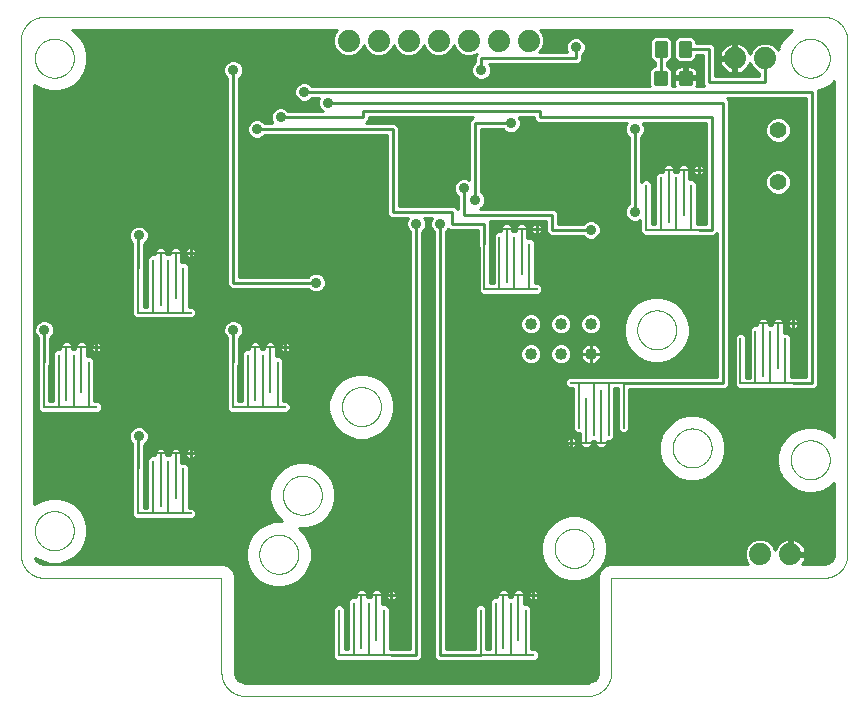
<source format=gtl>
G75*
%MOIN*%
%OFA0B0*%
%FSLAX25Y25*%
%IPPOS*%
%LPD*%
%AMOC8*
5,1,8,0,0,1.08239X$1,22.5*
%
%ADD10C,0.00000*%
%ADD11C,0.00800*%
%ADD12C,0.00800*%
%ADD13C,0.07400*%
%ADD14C,0.04000*%
%ADD15C,0.05543*%
%ADD16C,0.01602*%
%ADD17C,0.01606*%
%ADD18C,0.01000*%
%ADD19C,0.03569*%
D10*
X0010874Y0042870D02*
X0069929Y0042870D01*
X0069929Y0011374D01*
X0069931Y0011184D01*
X0069938Y0010994D01*
X0069950Y0010804D01*
X0069966Y0010614D01*
X0069986Y0010425D01*
X0070012Y0010236D01*
X0070041Y0010048D01*
X0070076Y0009861D01*
X0070115Y0009675D01*
X0070158Y0009490D01*
X0070206Y0009305D01*
X0070258Y0009122D01*
X0070314Y0008941D01*
X0070375Y0008761D01*
X0070441Y0008582D01*
X0070510Y0008405D01*
X0070584Y0008229D01*
X0070662Y0008056D01*
X0070745Y0007884D01*
X0070831Y0007715D01*
X0070921Y0007547D01*
X0071016Y0007382D01*
X0071114Y0007219D01*
X0071217Y0007059D01*
X0071323Y0006901D01*
X0071433Y0006746D01*
X0071546Y0006593D01*
X0071664Y0006443D01*
X0071785Y0006297D01*
X0071909Y0006153D01*
X0072037Y0006012D01*
X0072168Y0005874D01*
X0072303Y0005739D01*
X0072441Y0005608D01*
X0072582Y0005480D01*
X0072726Y0005356D01*
X0072872Y0005235D01*
X0073022Y0005117D01*
X0073175Y0005004D01*
X0073330Y0004894D01*
X0073488Y0004788D01*
X0073648Y0004685D01*
X0073811Y0004587D01*
X0073976Y0004492D01*
X0074144Y0004402D01*
X0074313Y0004316D01*
X0074485Y0004233D01*
X0074658Y0004155D01*
X0074834Y0004081D01*
X0075011Y0004012D01*
X0075190Y0003946D01*
X0075370Y0003885D01*
X0075551Y0003829D01*
X0075734Y0003777D01*
X0075919Y0003729D01*
X0076104Y0003686D01*
X0076290Y0003647D01*
X0076477Y0003612D01*
X0076665Y0003583D01*
X0076854Y0003557D01*
X0077043Y0003537D01*
X0077233Y0003521D01*
X0077423Y0003509D01*
X0077613Y0003502D01*
X0077803Y0003500D01*
X0191976Y0003500D01*
X0192166Y0003502D01*
X0192356Y0003509D01*
X0192546Y0003521D01*
X0192736Y0003537D01*
X0192925Y0003557D01*
X0193114Y0003583D01*
X0193302Y0003612D01*
X0193489Y0003647D01*
X0193675Y0003686D01*
X0193860Y0003729D01*
X0194045Y0003777D01*
X0194228Y0003829D01*
X0194409Y0003885D01*
X0194589Y0003946D01*
X0194768Y0004012D01*
X0194945Y0004081D01*
X0195121Y0004155D01*
X0195294Y0004233D01*
X0195466Y0004316D01*
X0195635Y0004402D01*
X0195803Y0004492D01*
X0195968Y0004587D01*
X0196131Y0004685D01*
X0196291Y0004788D01*
X0196449Y0004894D01*
X0196604Y0005004D01*
X0196757Y0005117D01*
X0196907Y0005235D01*
X0197053Y0005356D01*
X0197197Y0005480D01*
X0197338Y0005608D01*
X0197476Y0005739D01*
X0197611Y0005874D01*
X0197742Y0006012D01*
X0197870Y0006153D01*
X0197994Y0006297D01*
X0198115Y0006443D01*
X0198233Y0006593D01*
X0198346Y0006746D01*
X0198456Y0006901D01*
X0198562Y0007059D01*
X0198665Y0007219D01*
X0198763Y0007382D01*
X0198858Y0007547D01*
X0198948Y0007715D01*
X0199034Y0007884D01*
X0199117Y0008056D01*
X0199195Y0008229D01*
X0199269Y0008405D01*
X0199338Y0008582D01*
X0199404Y0008761D01*
X0199465Y0008941D01*
X0199521Y0009122D01*
X0199573Y0009305D01*
X0199621Y0009490D01*
X0199664Y0009675D01*
X0199703Y0009861D01*
X0199738Y0010048D01*
X0199767Y0010236D01*
X0199793Y0010425D01*
X0199813Y0010614D01*
X0199829Y0010804D01*
X0199841Y0010994D01*
X0199848Y0011184D01*
X0199850Y0011374D01*
X0199850Y0042870D01*
X0270717Y0042870D01*
X0270907Y0042872D01*
X0271097Y0042879D01*
X0271287Y0042891D01*
X0271477Y0042907D01*
X0271666Y0042927D01*
X0271855Y0042953D01*
X0272043Y0042982D01*
X0272230Y0043017D01*
X0272416Y0043056D01*
X0272601Y0043099D01*
X0272786Y0043147D01*
X0272969Y0043199D01*
X0273150Y0043255D01*
X0273330Y0043316D01*
X0273509Y0043382D01*
X0273686Y0043451D01*
X0273862Y0043525D01*
X0274035Y0043603D01*
X0274207Y0043686D01*
X0274376Y0043772D01*
X0274544Y0043862D01*
X0274709Y0043957D01*
X0274872Y0044055D01*
X0275032Y0044158D01*
X0275190Y0044264D01*
X0275345Y0044374D01*
X0275498Y0044487D01*
X0275648Y0044605D01*
X0275794Y0044726D01*
X0275938Y0044850D01*
X0276079Y0044978D01*
X0276217Y0045109D01*
X0276352Y0045244D01*
X0276483Y0045382D01*
X0276611Y0045523D01*
X0276735Y0045667D01*
X0276856Y0045813D01*
X0276974Y0045963D01*
X0277087Y0046116D01*
X0277197Y0046271D01*
X0277303Y0046429D01*
X0277406Y0046589D01*
X0277504Y0046752D01*
X0277599Y0046917D01*
X0277689Y0047085D01*
X0277775Y0047254D01*
X0277858Y0047426D01*
X0277936Y0047599D01*
X0278010Y0047775D01*
X0278079Y0047952D01*
X0278145Y0048131D01*
X0278206Y0048311D01*
X0278262Y0048492D01*
X0278314Y0048675D01*
X0278362Y0048860D01*
X0278405Y0049045D01*
X0278444Y0049231D01*
X0278479Y0049418D01*
X0278508Y0049606D01*
X0278534Y0049795D01*
X0278554Y0049984D01*
X0278570Y0050174D01*
X0278582Y0050364D01*
X0278589Y0050554D01*
X0278591Y0050744D01*
X0278591Y0222004D01*
X0278589Y0222194D01*
X0278582Y0222384D01*
X0278570Y0222574D01*
X0278554Y0222764D01*
X0278534Y0222953D01*
X0278508Y0223142D01*
X0278479Y0223330D01*
X0278444Y0223517D01*
X0278405Y0223703D01*
X0278362Y0223888D01*
X0278314Y0224073D01*
X0278262Y0224256D01*
X0278206Y0224437D01*
X0278145Y0224617D01*
X0278079Y0224796D01*
X0278010Y0224973D01*
X0277936Y0225149D01*
X0277858Y0225322D01*
X0277775Y0225494D01*
X0277689Y0225663D01*
X0277599Y0225831D01*
X0277504Y0225996D01*
X0277406Y0226159D01*
X0277303Y0226319D01*
X0277197Y0226477D01*
X0277087Y0226632D01*
X0276974Y0226785D01*
X0276856Y0226935D01*
X0276735Y0227081D01*
X0276611Y0227225D01*
X0276483Y0227366D01*
X0276352Y0227504D01*
X0276217Y0227639D01*
X0276079Y0227770D01*
X0275938Y0227898D01*
X0275794Y0228022D01*
X0275648Y0228143D01*
X0275498Y0228261D01*
X0275345Y0228374D01*
X0275190Y0228484D01*
X0275032Y0228590D01*
X0274872Y0228693D01*
X0274709Y0228791D01*
X0274544Y0228886D01*
X0274376Y0228976D01*
X0274207Y0229062D01*
X0274035Y0229145D01*
X0273862Y0229223D01*
X0273686Y0229297D01*
X0273509Y0229366D01*
X0273330Y0229432D01*
X0273150Y0229493D01*
X0272969Y0229549D01*
X0272786Y0229601D01*
X0272601Y0229649D01*
X0272416Y0229692D01*
X0272230Y0229731D01*
X0272043Y0229766D01*
X0271855Y0229795D01*
X0271666Y0229821D01*
X0271477Y0229841D01*
X0271287Y0229857D01*
X0271097Y0229869D01*
X0270907Y0229876D01*
X0270717Y0229878D01*
X0010874Y0229878D01*
X0010684Y0229876D01*
X0010494Y0229869D01*
X0010304Y0229857D01*
X0010114Y0229841D01*
X0009925Y0229821D01*
X0009736Y0229795D01*
X0009548Y0229766D01*
X0009361Y0229731D01*
X0009175Y0229692D01*
X0008990Y0229649D01*
X0008805Y0229601D01*
X0008622Y0229549D01*
X0008441Y0229493D01*
X0008261Y0229432D01*
X0008082Y0229366D01*
X0007905Y0229297D01*
X0007729Y0229223D01*
X0007556Y0229145D01*
X0007384Y0229062D01*
X0007215Y0228976D01*
X0007047Y0228886D01*
X0006882Y0228791D01*
X0006719Y0228693D01*
X0006559Y0228590D01*
X0006401Y0228484D01*
X0006246Y0228374D01*
X0006093Y0228261D01*
X0005943Y0228143D01*
X0005797Y0228022D01*
X0005653Y0227898D01*
X0005512Y0227770D01*
X0005374Y0227639D01*
X0005239Y0227504D01*
X0005108Y0227366D01*
X0004980Y0227225D01*
X0004856Y0227081D01*
X0004735Y0226935D01*
X0004617Y0226785D01*
X0004504Y0226632D01*
X0004394Y0226477D01*
X0004288Y0226319D01*
X0004185Y0226159D01*
X0004087Y0225996D01*
X0003992Y0225831D01*
X0003902Y0225663D01*
X0003816Y0225494D01*
X0003733Y0225322D01*
X0003655Y0225149D01*
X0003581Y0224973D01*
X0003512Y0224796D01*
X0003446Y0224617D01*
X0003385Y0224437D01*
X0003329Y0224256D01*
X0003277Y0224073D01*
X0003229Y0223888D01*
X0003186Y0223703D01*
X0003147Y0223517D01*
X0003112Y0223330D01*
X0003083Y0223142D01*
X0003057Y0222953D01*
X0003037Y0222764D01*
X0003021Y0222574D01*
X0003009Y0222384D01*
X0003002Y0222194D01*
X0003000Y0222004D01*
X0003000Y0050744D01*
X0003002Y0050554D01*
X0003009Y0050364D01*
X0003021Y0050174D01*
X0003037Y0049984D01*
X0003057Y0049795D01*
X0003083Y0049606D01*
X0003112Y0049418D01*
X0003147Y0049231D01*
X0003186Y0049045D01*
X0003229Y0048860D01*
X0003277Y0048675D01*
X0003329Y0048492D01*
X0003385Y0048311D01*
X0003446Y0048131D01*
X0003512Y0047952D01*
X0003581Y0047775D01*
X0003655Y0047599D01*
X0003733Y0047426D01*
X0003816Y0047254D01*
X0003902Y0047085D01*
X0003992Y0046917D01*
X0004087Y0046752D01*
X0004185Y0046589D01*
X0004288Y0046429D01*
X0004394Y0046271D01*
X0004504Y0046116D01*
X0004617Y0045963D01*
X0004735Y0045813D01*
X0004856Y0045667D01*
X0004980Y0045523D01*
X0005108Y0045382D01*
X0005239Y0045244D01*
X0005374Y0045109D01*
X0005512Y0044978D01*
X0005653Y0044850D01*
X0005797Y0044726D01*
X0005943Y0044605D01*
X0006093Y0044487D01*
X0006246Y0044374D01*
X0006401Y0044264D01*
X0006559Y0044158D01*
X0006719Y0044055D01*
X0006882Y0043957D01*
X0007047Y0043862D01*
X0007215Y0043772D01*
X0007384Y0043686D01*
X0007556Y0043603D01*
X0007729Y0043525D01*
X0007905Y0043451D01*
X0008082Y0043382D01*
X0008261Y0043316D01*
X0008441Y0043255D01*
X0008622Y0043199D01*
X0008805Y0043147D01*
X0008990Y0043099D01*
X0009175Y0043056D01*
X0009361Y0043017D01*
X0009548Y0042982D01*
X0009736Y0042953D01*
X0009925Y0042927D01*
X0010114Y0042907D01*
X0010304Y0042891D01*
X0010494Y0042879D01*
X0010684Y0042872D01*
X0010874Y0042870D01*
X0007720Y0058618D02*
X0007722Y0058779D01*
X0007728Y0058939D01*
X0007738Y0059100D01*
X0007752Y0059260D01*
X0007770Y0059420D01*
X0007791Y0059579D01*
X0007817Y0059738D01*
X0007847Y0059896D01*
X0007880Y0060053D01*
X0007918Y0060210D01*
X0007959Y0060365D01*
X0008004Y0060519D01*
X0008053Y0060672D01*
X0008106Y0060824D01*
X0008162Y0060975D01*
X0008223Y0061124D01*
X0008286Y0061272D01*
X0008354Y0061418D01*
X0008425Y0061562D01*
X0008499Y0061704D01*
X0008577Y0061845D01*
X0008659Y0061983D01*
X0008744Y0062120D01*
X0008832Y0062254D01*
X0008924Y0062386D01*
X0009019Y0062516D01*
X0009117Y0062644D01*
X0009218Y0062769D01*
X0009322Y0062891D01*
X0009429Y0063011D01*
X0009539Y0063128D01*
X0009652Y0063243D01*
X0009768Y0063354D01*
X0009887Y0063463D01*
X0010008Y0063568D01*
X0010132Y0063671D01*
X0010258Y0063771D01*
X0010386Y0063867D01*
X0010517Y0063960D01*
X0010651Y0064050D01*
X0010786Y0064137D01*
X0010924Y0064220D01*
X0011063Y0064300D01*
X0011205Y0064376D01*
X0011348Y0064449D01*
X0011493Y0064518D01*
X0011640Y0064584D01*
X0011788Y0064646D01*
X0011938Y0064704D01*
X0012089Y0064759D01*
X0012242Y0064810D01*
X0012396Y0064857D01*
X0012551Y0064900D01*
X0012707Y0064939D01*
X0012863Y0064975D01*
X0013021Y0065006D01*
X0013179Y0065034D01*
X0013338Y0065058D01*
X0013498Y0065078D01*
X0013658Y0065094D01*
X0013818Y0065106D01*
X0013979Y0065114D01*
X0014140Y0065118D01*
X0014300Y0065118D01*
X0014461Y0065114D01*
X0014622Y0065106D01*
X0014782Y0065094D01*
X0014942Y0065078D01*
X0015102Y0065058D01*
X0015261Y0065034D01*
X0015419Y0065006D01*
X0015577Y0064975D01*
X0015733Y0064939D01*
X0015889Y0064900D01*
X0016044Y0064857D01*
X0016198Y0064810D01*
X0016351Y0064759D01*
X0016502Y0064704D01*
X0016652Y0064646D01*
X0016800Y0064584D01*
X0016947Y0064518D01*
X0017092Y0064449D01*
X0017235Y0064376D01*
X0017377Y0064300D01*
X0017516Y0064220D01*
X0017654Y0064137D01*
X0017789Y0064050D01*
X0017923Y0063960D01*
X0018054Y0063867D01*
X0018182Y0063771D01*
X0018308Y0063671D01*
X0018432Y0063568D01*
X0018553Y0063463D01*
X0018672Y0063354D01*
X0018788Y0063243D01*
X0018901Y0063128D01*
X0019011Y0063011D01*
X0019118Y0062891D01*
X0019222Y0062769D01*
X0019323Y0062644D01*
X0019421Y0062516D01*
X0019516Y0062386D01*
X0019608Y0062254D01*
X0019696Y0062120D01*
X0019781Y0061983D01*
X0019863Y0061845D01*
X0019941Y0061704D01*
X0020015Y0061562D01*
X0020086Y0061418D01*
X0020154Y0061272D01*
X0020217Y0061124D01*
X0020278Y0060975D01*
X0020334Y0060824D01*
X0020387Y0060672D01*
X0020436Y0060519D01*
X0020481Y0060365D01*
X0020522Y0060210D01*
X0020560Y0060053D01*
X0020593Y0059896D01*
X0020623Y0059738D01*
X0020649Y0059579D01*
X0020670Y0059420D01*
X0020688Y0059260D01*
X0020702Y0059100D01*
X0020712Y0058939D01*
X0020718Y0058779D01*
X0020720Y0058618D01*
X0020718Y0058457D01*
X0020712Y0058297D01*
X0020702Y0058136D01*
X0020688Y0057976D01*
X0020670Y0057816D01*
X0020649Y0057657D01*
X0020623Y0057498D01*
X0020593Y0057340D01*
X0020560Y0057183D01*
X0020522Y0057026D01*
X0020481Y0056871D01*
X0020436Y0056717D01*
X0020387Y0056564D01*
X0020334Y0056412D01*
X0020278Y0056261D01*
X0020217Y0056112D01*
X0020154Y0055964D01*
X0020086Y0055818D01*
X0020015Y0055674D01*
X0019941Y0055532D01*
X0019863Y0055391D01*
X0019781Y0055253D01*
X0019696Y0055116D01*
X0019608Y0054982D01*
X0019516Y0054850D01*
X0019421Y0054720D01*
X0019323Y0054592D01*
X0019222Y0054467D01*
X0019118Y0054345D01*
X0019011Y0054225D01*
X0018901Y0054108D01*
X0018788Y0053993D01*
X0018672Y0053882D01*
X0018553Y0053773D01*
X0018432Y0053668D01*
X0018308Y0053565D01*
X0018182Y0053465D01*
X0018054Y0053369D01*
X0017923Y0053276D01*
X0017789Y0053186D01*
X0017654Y0053099D01*
X0017516Y0053016D01*
X0017377Y0052936D01*
X0017235Y0052860D01*
X0017092Y0052787D01*
X0016947Y0052718D01*
X0016800Y0052652D01*
X0016652Y0052590D01*
X0016502Y0052532D01*
X0016351Y0052477D01*
X0016198Y0052426D01*
X0016044Y0052379D01*
X0015889Y0052336D01*
X0015733Y0052297D01*
X0015577Y0052261D01*
X0015419Y0052230D01*
X0015261Y0052202D01*
X0015102Y0052178D01*
X0014942Y0052158D01*
X0014782Y0052142D01*
X0014622Y0052130D01*
X0014461Y0052122D01*
X0014300Y0052118D01*
X0014140Y0052118D01*
X0013979Y0052122D01*
X0013818Y0052130D01*
X0013658Y0052142D01*
X0013498Y0052158D01*
X0013338Y0052178D01*
X0013179Y0052202D01*
X0013021Y0052230D01*
X0012863Y0052261D01*
X0012707Y0052297D01*
X0012551Y0052336D01*
X0012396Y0052379D01*
X0012242Y0052426D01*
X0012089Y0052477D01*
X0011938Y0052532D01*
X0011788Y0052590D01*
X0011640Y0052652D01*
X0011493Y0052718D01*
X0011348Y0052787D01*
X0011205Y0052860D01*
X0011063Y0052936D01*
X0010924Y0053016D01*
X0010786Y0053099D01*
X0010651Y0053186D01*
X0010517Y0053276D01*
X0010386Y0053369D01*
X0010258Y0053465D01*
X0010132Y0053565D01*
X0010008Y0053668D01*
X0009887Y0053773D01*
X0009768Y0053882D01*
X0009652Y0053993D01*
X0009539Y0054108D01*
X0009429Y0054225D01*
X0009322Y0054345D01*
X0009218Y0054467D01*
X0009117Y0054592D01*
X0009019Y0054720D01*
X0008924Y0054850D01*
X0008832Y0054982D01*
X0008744Y0055116D01*
X0008659Y0055253D01*
X0008577Y0055391D01*
X0008499Y0055532D01*
X0008425Y0055674D01*
X0008354Y0055818D01*
X0008286Y0055964D01*
X0008223Y0056112D01*
X0008162Y0056261D01*
X0008106Y0056412D01*
X0008053Y0056564D01*
X0008004Y0056717D01*
X0007959Y0056871D01*
X0007918Y0057026D01*
X0007880Y0057183D01*
X0007847Y0057340D01*
X0007817Y0057498D01*
X0007791Y0057657D01*
X0007770Y0057816D01*
X0007752Y0057976D01*
X0007738Y0058136D01*
X0007728Y0058297D01*
X0007722Y0058457D01*
X0007720Y0058618D01*
X0082524Y0050744D02*
X0082526Y0050905D01*
X0082532Y0051065D01*
X0082542Y0051226D01*
X0082556Y0051386D01*
X0082574Y0051546D01*
X0082595Y0051705D01*
X0082621Y0051864D01*
X0082651Y0052022D01*
X0082684Y0052179D01*
X0082722Y0052336D01*
X0082763Y0052491D01*
X0082808Y0052645D01*
X0082857Y0052798D01*
X0082910Y0052950D01*
X0082966Y0053101D01*
X0083027Y0053250D01*
X0083090Y0053398D01*
X0083158Y0053544D01*
X0083229Y0053688D01*
X0083303Y0053830D01*
X0083381Y0053971D01*
X0083463Y0054109D01*
X0083548Y0054246D01*
X0083636Y0054380D01*
X0083728Y0054512D01*
X0083823Y0054642D01*
X0083921Y0054770D01*
X0084022Y0054895D01*
X0084126Y0055017D01*
X0084233Y0055137D01*
X0084343Y0055254D01*
X0084456Y0055369D01*
X0084572Y0055480D01*
X0084691Y0055589D01*
X0084812Y0055694D01*
X0084936Y0055797D01*
X0085062Y0055897D01*
X0085190Y0055993D01*
X0085321Y0056086D01*
X0085455Y0056176D01*
X0085590Y0056263D01*
X0085728Y0056346D01*
X0085867Y0056426D01*
X0086009Y0056502D01*
X0086152Y0056575D01*
X0086297Y0056644D01*
X0086444Y0056710D01*
X0086592Y0056772D01*
X0086742Y0056830D01*
X0086893Y0056885D01*
X0087046Y0056936D01*
X0087200Y0056983D01*
X0087355Y0057026D01*
X0087511Y0057065D01*
X0087667Y0057101D01*
X0087825Y0057132D01*
X0087983Y0057160D01*
X0088142Y0057184D01*
X0088302Y0057204D01*
X0088462Y0057220D01*
X0088622Y0057232D01*
X0088783Y0057240D01*
X0088944Y0057244D01*
X0089104Y0057244D01*
X0089265Y0057240D01*
X0089426Y0057232D01*
X0089586Y0057220D01*
X0089746Y0057204D01*
X0089906Y0057184D01*
X0090065Y0057160D01*
X0090223Y0057132D01*
X0090381Y0057101D01*
X0090537Y0057065D01*
X0090693Y0057026D01*
X0090848Y0056983D01*
X0091002Y0056936D01*
X0091155Y0056885D01*
X0091306Y0056830D01*
X0091456Y0056772D01*
X0091604Y0056710D01*
X0091751Y0056644D01*
X0091896Y0056575D01*
X0092039Y0056502D01*
X0092181Y0056426D01*
X0092320Y0056346D01*
X0092458Y0056263D01*
X0092593Y0056176D01*
X0092727Y0056086D01*
X0092858Y0055993D01*
X0092986Y0055897D01*
X0093112Y0055797D01*
X0093236Y0055694D01*
X0093357Y0055589D01*
X0093476Y0055480D01*
X0093592Y0055369D01*
X0093705Y0055254D01*
X0093815Y0055137D01*
X0093922Y0055017D01*
X0094026Y0054895D01*
X0094127Y0054770D01*
X0094225Y0054642D01*
X0094320Y0054512D01*
X0094412Y0054380D01*
X0094500Y0054246D01*
X0094585Y0054109D01*
X0094667Y0053971D01*
X0094745Y0053830D01*
X0094819Y0053688D01*
X0094890Y0053544D01*
X0094958Y0053398D01*
X0095021Y0053250D01*
X0095082Y0053101D01*
X0095138Y0052950D01*
X0095191Y0052798D01*
X0095240Y0052645D01*
X0095285Y0052491D01*
X0095326Y0052336D01*
X0095364Y0052179D01*
X0095397Y0052022D01*
X0095427Y0051864D01*
X0095453Y0051705D01*
X0095474Y0051546D01*
X0095492Y0051386D01*
X0095506Y0051226D01*
X0095516Y0051065D01*
X0095522Y0050905D01*
X0095524Y0050744D01*
X0095522Y0050583D01*
X0095516Y0050423D01*
X0095506Y0050262D01*
X0095492Y0050102D01*
X0095474Y0049942D01*
X0095453Y0049783D01*
X0095427Y0049624D01*
X0095397Y0049466D01*
X0095364Y0049309D01*
X0095326Y0049152D01*
X0095285Y0048997D01*
X0095240Y0048843D01*
X0095191Y0048690D01*
X0095138Y0048538D01*
X0095082Y0048387D01*
X0095021Y0048238D01*
X0094958Y0048090D01*
X0094890Y0047944D01*
X0094819Y0047800D01*
X0094745Y0047658D01*
X0094667Y0047517D01*
X0094585Y0047379D01*
X0094500Y0047242D01*
X0094412Y0047108D01*
X0094320Y0046976D01*
X0094225Y0046846D01*
X0094127Y0046718D01*
X0094026Y0046593D01*
X0093922Y0046471D01*
X0093815Y0046351D01*
X0093705Y0046234D01*
X0093592Y0046119D01*
X0093476Y0046008D01*
X0093357Y0045899D01*
X0093236Y0045794D01*
X0093112Y0045691D01*
X0092986Y0045591D01*
X0092858Y0045495D01*
X0092727Y0045402D01*
X0092593Y0045312D01*
X0092458Y0045225D01*
X0092320Y0045142D01*
X0092181Y0045062D01*
X0092039Y0044986D01*
X0091896Y0044913D01*
X0091751Y0044844D01*
X0091604Y0044778D01*
X0091456Y0044716D01*
X0091306Y0044658D01*
X0091155Y0044603D01*
X0091002Y0044552D01*
X0090848Y0044505D01*
X0090693Y0044462D01*
X0090537Y0044423D01*
X0090381Y0044387D01*
X0090223Y0044356D01*
X0090065Y0044328D01*
X0089906Y0044304D01*
X0089746Y0044284D01*
X0089586Y0044268D01*
X0089426Y0044256D01*
X0089265Y0044248D01*
X0089104Y0044244D01*
X0088944Y0044244D01*
X0088783Y0044248D01*
X0088622Y0044256D01*
X0088462Y0044268D01*
X0088302Y0044284D01*
X0088142Y0044304D01*
X0087983Y0044328D01*
X0087825Y0044356D01*
X0087667Y0044387D01*
X0087511Y0044423D01*
X0087355Y0044462D01*
X0087200Y0044505D01*
X0087046Y0044552D01*
X0086893Y0044603D01*
X0086742Y0044658D01*
X0086592Y0044716D01*
X0086444Y0044778D01*
X0086297Y0044844D01*
X0086152Y0044913D01*
X0086009Y0044986D01*
X0085867Y0045062D01*
X0085728Y0045142D01*
X0085590Y0045225D01*
X0085455Y0045312D01*
X0085321Y0045402D01*
X0085190Y0045495D01*
X0085062Y0045591D01*
X0084936Y0045691D01*
X0084812Y0045794D01*
X0084691Y0045899D01*
X0084572Y0046008D01*
X0084456Y0046119D01*
X0084343Y0046234D01*
X0084233Y0046351D01*
X0084126Y0046471D01*
X0084022Y0046593D01*
X0083921Y0046718D01*
X0083823Y0046846D01*
X0083728Y0046976D01*
X0083636Y0047108D01*
X0083548Y0047242D01*
X0083463Y0047379D01*
X0083381Y0047517D01*
X0083303Y0047658D01*
X0083229Y0047800D01*
X0083158Y0047944D01*
X0083090Y0048090D01*
X0083027Y0048238D01*
X0082966Y0048387D01*
X0082910Y0048538D01*
X0082857Y0048690D01*
X0082808Y0048843D01*
X0082763Y0048997D01*
X0082722Y0049152D01*
X0082684Y0049309D01*
X0082651Y0049466D01*
X0082621Y0049624D01*
X0082595Y0049783D01*
X0082574Y0049942D01*
X0082556Y0050102D01*
X0082542Y0050262D01*
X0082532Y0050423D01*
X0082526Y0050583D01*
X0082524Y0050744D01*
X0090398Y0070429D02*
X0090400Y0070590D01*
X0090406Y0070750D01*
X0090416Y0070911D01*
X0090430Y0071071D01*
X0090448Y0071231D01*
X0090469Y0071390D01*
X0090495Y0071549D01*
X0090525Y0071707D01*
X0090558Y0071864D01*
X0090596Y0072021D01*
X0090637Y0072176D01*
X0090682Y0072330D01*
X0090731Y0072483D01*
X0090784Y0072635D01*
X0090840Y0072786D01*
X0090901Y0072935D01*
X0090964Y0073083D01*
X0091032Y0073229D01*
X0091103Y0073373D01*
X0091177Y0073515D01*
X0091255Y0073656D01*
X0091337Y0073794D01*
X0091422Y0073931D01*
X0091510Y0074065D01*
X0091602Y0074197D01*
X0091697Y0074327D01*
X0091795Y0074455D01*
X0091896Y0074580D01*
X0092000Y0074702D01*
X0092107Y0074822D01*
X0092217Y0074939D01*
X0092330Y0075054D01*
X0092446Y0075165D01*
X0092565Y0075274D01*
X0092686Y0075379D01*
X0092810Y0075482D01*
X0092936Y0075582D01*
X0093064Y0075678D01*
X0093195Y0075771D01*
X0093329Y0075861D01*
X0093464Y0075948D01*
X0093602Y0076031D01*
X0093741Y0076111D01*
X0093883Y0076187D01*
X0094026Y0076260D01*
X0094171Y0076329D01*
X0094318Y0076395D01*
X0094466Y0076457D01*
X0094616Y0076515D01*
X0094767Y0076570D01*
X0094920Y0076621D01*
X0095074Y0076668D01*
X0095229Y0076711D01*
X0095385Y0076750D01*
X0095541Y0076786D01*
X0095699Y0076817D01*
X0095857Y0076845D01*
X0096016Y0076869D01*
X0096176Y0076889D01*
X0096336Y0076905D01*
X0096496Y0076917D01*
X0096657Y0076925D01*
X0096818Y0076929D01*
X0096978Y0076929D01*
X0097139Y0076925D01*
X0097300Y0076917D01*
X0097460Y0076905D01*
X0097620Y0076889D01*
X0097780Y0076869D01*
X0097939Y0076845D01*
X0098097Y0076817D01*
X0098255Y0076786D01*
X0098411Y0076750D01*
X0098567Y0076711D01*
X0098722Y0076668D01*
X0098876Y0076621D01*
X0099029Y0076570D01*
X0099180Y0076515D01*
X0099330Y0076457D01*
X0099478Y0076395D01*
X0099625Y0076329D01*
X0099770Y0076260D01*
X0099913Y0076187D01*
X0100055Y0076111D01*
X0100194Y0076031D01*
X0100332Y0075948D01*
X0100467Y0075861D01*
X0100601Y0075771D01*
X0100732Y0075678D01*
X0100860Y0075582D01*
X0100986Y0075482D01*
X0101110Y0075379D01*
X0101231Y0075274D01*
X0101350Y0075165D01*
X0101466Y0075054D01*
X0101579Y0074939D01*
X0101689Y0074822D01*
X0101796Y0074702D01*
X0101900Y0074580D01*
X0102001Y0074455D01*
X0102099Y0074327D01*
X0102194Y0074197D01*
X0102286Y0074065D01*
X0102374Y0073931D01*
X0102459Y0073794D01*
X0102541Y0073656D01*
X0102619Y0073515D01*
X0102693Y0073373D01*
X0102764Y0073229D01*
X0102832Y0073083D01*
X0102895Y0072935D01*
X0102956Y0072786D01*
X0103012Y0072635D01*
X0103065Y0072483D01*
X0103114Y0072330D01*
X0103159Y0072176D01*
X0103200Y0072021D01*
X0103238Y0071864D01*
X0103271Y0071707D01*
X0103301Y0071549D01*
X0103327Y0071390D01*
X0103348Y0071231D01*
X0103366Y0071071D01*
X0103380Y0070911D01*
X0103390Y0070750D01*
X0103396Y0070590D01*
X0103398Y0070429D01*
X0103396Y0070268D01*
X0103390Y0070108D01*
X0103380Y0069947D01*
X0103366Y0069787D01*
X0103348Y0069627D01*
X0103327Y0069468D01*
X0103301Y0069309D01*
X0103271Y0069151D01*
X0103238Y0068994D01*
X0103200Y0068837D01*
X0103159Y0068682D01*
X0103114Y0068528D01*
X0103065Y0068375D01*
X0103012Y0068223D01*
X0102956Y0068072D01*
X0102895Y0067923D01*
X0102832Y0067775D01*
X0102764Y0067629D01*
X0102693Y0067485D01*
X0102619Y0067343D01*
X0102541Y0067202D01*
X0102459Y0067064D01*
X0102374Y0066927D01*
X0102286Y0066793D01*
X0102194Y0066661D01*
X0102099Y0066531D01*
X0102001Y0066403D01*
X0101900Y0066278D01*
X0101796Y0066156D01*
X0101689Y0066036D01*
X0101579Y0065919D01*
X0101466Y0065804D01*
X0101350Y0065693D01*
X0101231Y0065584D01*
X0101110Y0065479D01*
X0100986Y0065376D01*
X0100860Y0065276D01*
X0100732Y0065180D01*
X0100601Y0065087D01*
X0100467Y0064997D01*
X0100332Y0064910D01*
X0100194Y0064827D01*
X0100055Y0064747D01*
X0099913Y0064671D01*
X0099770Y0064598D01*
X0099625Y0064529D01*
X0099478Y0064463D01*
X0099330Y0064401D01*
X0099180Y0064343D01*
X0099029Y0064288D01*
X0098876Y0064237D01*
X0098722Y0064190D01*
X0098567Y0064147D01*
X0098411Y0064108D01*
X0098255Y0064072D01*
X0098097Y0064041D01*
X0097939Y0064013D01*
X0097780Y0063989D01*
X0097620Y0063969D01*
X0097460Y0063953D01*
X0097300Y0063941D01*
X0097139Y0063933D01*
X0096978Y0063929D01*
X0096818Y0063929D01*
X0096657Y0063933D01*
X0096496Y0063941D01*
X0096336Y0063953D01*
X0096176Y0063969D01*
X0096016Y0063989D01*
X0095857Y0064013D01*
X0095699Y0064041D01*
X0095541Y0064072D01*
X0095385Y0064108D01*
X0095229Y0064147D01*
X0095074Y0064190D01*
X0094920Y0064237D01*
X0094767Y0064288D01*
X0094616Y0064343D01*
X0094466Y0064401D01*
X0094318Y0064463D01*
X0094171Y0064529D01*
X0094026Y0064598D01*
X0093883Y0064671D01*
X0093741Y0064747D01*
X0093602Y0064827D01*
X0093464Y0064910D01*
X0093329Y0064997D01*
X0093195Y0065087D01*
X0093064Y0065180D01*
X0092936Y0065276D01*
X0092810Y0065376D01*
X0092686Y0065479D01*
X0092565Y0065584D01*
X0092446Y0065693D01*
X0092330Y0065804D01*
X0092217Y0065919D01*
X0092107Y0066036D01*
X0092000Y0066156D01*
X0091896Y0066278D01*
X0091795Y0066403D01*
X0091697Y0066531D01*
X0091602Y0066661D01*
X0091510Y0066793D01*
X0091422Y0066927D01*
X0091337Y0067064D01*
X0091255Y0067202D01*
X0091177Y0067343D01*
X0091103Y0067485D01*
X0091032Y0067629D01*
X0090964Y0067775D01*
X0090901Y0067923D01*
X0090840Y0068072D01*
X0090784Y0068223D01*
X0090731Y0068375D01*
X0090682Y0068528D01*
X0090637Y0068682D01*
X0090596Y0068837D01*
X0090558Y0068994D01*
X0090525Y0069151D01*
X0090495Y0069309D01*
X0090469Y0069468D01*
X0090448Y0069627D01*
X0090430Y0069787D01*
X0090416Y0069947D01*
X0090406Y0070108D01*
X0090400Y0070268D01*
X0090398Y0070429D01*
X0110083Y0099957D02*
X0110085Y0100118D01*
X0110091Y0100278D01*
X0110101Y0100439D01*
X0110115Y0100599D01*
X0110133Y0100759D01*
X0110154Y0100918D01*
X0110180Y0101077D01*
X0110210Y0101235D01*
X0110243Y0101392D01*
X0110281Y0101549D01*
X0110322Y0101704D01*
X0110367Y0101858D01*
X0110416Y0102011D01*
X0110469Y0102163D01*
X0110525Y0102314D01*
X0110586Y0102463D01*
X0110649Y0102611D01*
X0110717Y0102757D01*
X0110788Y0102901D01*
X0110862Y0103043D01*
X0110940Y0103184D01*
X0111022Y0103322D01*
X0111107Y0103459D01*
X0111195Y0103593D01*
X0111287Y0103725D01*
X0111382Y0103855D01*
X0111480Y0103983D01*
X0111581Y0104108D01*
X0111685Y0104230D01*
X0111792Y0104350D01*
X0111902Y0104467D01*
X0112015Y0104582D01*
X0112131Y0104693D01*
X0112250Y0104802D01*
X0112371Y0104907D01*
X0112495Y0105010D01*
X0112621Y0105110D01*
X0112749Y0105206D01*
X0112880Y0105299D01*
X0113014Y0105389D01*
X0113149Y0105476D01*
X0113287Y0105559D01*
X0113426Y0105639D01*
X0113568Y0105715D01*
X0113711Y0105788D01*
X0113856Y0105857D01*
X0114003Y0105923D01*
X0114151Y0105985D01*
X0114301Y0106043D01*
X0114452Y0106098D01*
X0114605Y0106149D01*
X0114759Y0106196D01*
X0114914Y0106239D01*
X0115070Y0106278D01*
X0115226Y0106314D01*
X0115384Y0106345D01*
X0115542Y0106373D01*
X0115701Y0106397D01*
X0115861Y0106417D01*
X0116021Y0106433D01*
X0116181Y0106445D01*
X0116342Y0106453D01*
X0116503Y0106457D01*
X0116663Y0106457D01*
X0116824Y0106453D01*
X0116985Y0106445D01*
X0117145Y0106433D01*
X0117305Y0106417D01*
X0117465Y0106397D01*
X0117624Y0106373D01*
X0117782Y0106345D01*
X0117940Y0106314D01*
X0118096Y0106278D01*
X0118252Y0106239D01*
X0118407Y0106196D01*
X0118561Y0106149D01*
X0118714Y0106098D01*
X0118865Y0106043D01*
X0119015Y0105985D01*
X0119163Y0105923D01*
X0119310Y0105857D01*
X0119455Y0105788D01*
X0119598Y0105715D01*
X0119740Y0105639D01*
X0119879Y0105559D01*
X0120017Y0105476D01*
X0120152Y0105389D01*
X0120286Y0105299D01*
X0120417Y0105206D01*
X0120545Y0105110D01*
X0120671Y0105010D01*
X0120795Y0104907D01*
X0120916Y0104802D01*
X0121035Y0104693D01*
X0121151Y0104582D01*
X0121264Y0104467D01*
X0121374Y0104350D01*
X0121481Y0104230D01*
X0121585Y0104108D01*
X0121686Y0103983D01*
X0121784Y0103855D01*
X0121879Y0103725D01*
X0121971Y0103593D01*
X0122059Y0103459D01*
X0122144Y0103322D01*
X0122226Y0103184D01*
X0122304Y0103043D01*
X0122378Y0102901D01*
X0122449Y0102757D01*
X0122517Y0102611D01*
X0122580Y0102463D01*
X0122641Y0102314D01*
X0122697Y0102163D01*
X0122750Y0102011D01*
X0122799Y0101858D01*
X0122844Y0101704D01*
X0122885Y0101549D01*
X0122923Y0101392D01*
X0122956Y0101235D01*
X0122986Y0101077D01*
X0123012Y0100918D01*
X0123033Y0100759D01*
X0123051Y0100599D01*
X0123065Y0100439D01*
X0123075Y0100278D01*
X0123081Y0100118D01*
X0123083Y0099957D01*
X0123081Y0099796D01*
X0123075Y0099636D01*
X0123065Y0099475D01*
X0123051Y0099315D01*
X0123033Y0099155D01*
X0123012Y0098996D01*
X0122986Y0098837D01*
X0122956Y0098679D01*
X0122923Y0098522D01*
X0122885Y0098365D01*
X0122844Y0098210D01*
X0122799Y0098056D01*
X0122750Y0097903D01*
X0122697Y0097751D01*
X0122641Y0097600D01*
X0122580Y0097451D01*
X0122517Y0097303D01*
X0122449Y0097157D01*
X0122378Y0097013D01*
X0122304Y0096871D01*
X0122226Y0096730D01*
X0122144Y0096592D01*
X0122059Y0096455D01*
X0121971Y0096321D01*
X0121879Y0096189D01*
X0121784Y0096059D01*
X0121686Y0095931D01*
X0121585Y0095806D01*
X0121481Y0095684D01*
X0121374Y0095564D01*
X0121264Y0095447D01*
X0121151Y0095332D01*
X0121035Y0095221D01*
X0120916Y0095112D01*
X0120795Y0095007D01*
X0120671Y0094904D01*
X0120545Y0094804D01*
X0120417Y0094708D01*
X0120286Y0094615D01*
X0120152Y0094525D01*
X0120017Y0094438D01*
X0119879Y0094355D01*
X0119740Y0094275D01*
X0119598Y0094199D01*
X0119455Y0094126D01*
X0119310Y0094057D01*
X0119163Y0093991D01*
X0119015Y0093929D01*
X0118865Y0093871D01*
X0118714Y0093816D01*
X0118561Y0093765D01*
X0118407Y0093718D01*
X0118252Y0093675D01*
X0118096Y0093636D01*
X0117940Y0093600D01*
X0117782Y0093569D01*
X0117624Y0093541D01*
X0117465Y0093517D01*
X0117305Y0093497D01*
X0117145Y0093481D01*
X0116985Y0093469D01*
X0116824Y0093461D01*
X0116663Y0093457D01*
X0116503Y0093457D01*
X0116342Y0093461D01*
X0116181Y0093469D01*
X0116021Y0093481D01*
X0115861Y0093497D01*
X0115701Y0093517D01*
X0115542Y0093541D01*
X0115384Y0093569D01*
X0115226Y0093600D01*
X0115070Y0093636D01*
X0114914Y0093675D01*
X0114759Y0093718D01*
X0114605Y0093765D01*
X0114452Y0093816D01*
X0114301Y0093871D01*
X0114151Y0093929D01*
X0114003Y0093991D01*
X0113856Y0094057D01*
X0113711Y0094126D01*
X0113568Y0094199D01*
X0113426Y0094275D01*
X0113287Y0094355D01*
X0113149Y0094438D01*
X0113014Y0094525D01*
X0112880Y0094615D01*
X0112749Y0094708D01*
X0112621Y0094804D01*
X0112495Y0094904D01*
X0112371Y0095007D01*
X0112250Y0095112D01*
X0112131Y0095221D01*
X0112015Y0095332D01*
X0111902Y0095447D01*
X0111792Y0095564D01*
X0111685Y0095684D01*
X0111581Y0095806D01*
X0111480Y0095931D01*
X0111382Y0096059D01*
X0111287Y0096189D01*
X0111195Y0096321D01*
X0111107Y0096455D01*
X0111022Y0096592D01*
X0110940Y0096730D01*
X0110862Y0096871D01*
X0110788Y0097013D01*
X0110717Y0097157D01*
X0110649Y0097303D01*
X0110586Y0097451D01*
X0110525Y0097600D01*
X0110469Y0097751D01*
X0110416Y0097903D01*
X0110367Y0098056D01*
X0110322Y0098210D01*
X0110281Y0098365D01*
X0110243Y0098522D01*
X0110210Y0098679D01*
X0110180Y0098837D01*
X0110154Y0098996D01*
X0110133Y0099155D01*
X0110115Y0099315D01*
X0110101Y0099475D01*
X0110091Y0099636D01*
X0110085Y0099796D01*
X0110083Y0099957D01*
X0180949Y0052713D02*
X0180951Y0052874D01*
X0180957Y0053034D01*
X0180967Y0053195D01*
X0180981Y0053355D01*
X0180999Y0053515D01*
X0181020Y0053674D01*
X0181046Y0053833D01*
X0181076Y0053991D01*
X0181109Y0054148D01*
X0181147Y0054305D01*
X0181188Y0054460D01*
X0181233Y0054614D01*
X0181282Y0054767D01*
X0181335Y0054919D01*
X0181391Y0055070D01*
X0181452Y0055219D01*
X0181515Y0055367D01*
X0181583Y0055513D01*
X0181654Y0055657D01*
X0181728Y0055799D01*
X0181806Y0055940D01*
X0181888Y0056078D01*
X0181973Y0056215D01*
X0182061Y0056349D01*
X0182153Y0056481D01*
X0182248Y0056611D01*
X0182346Y0056739D01*
X0182447Y0056864D01*
X0182551Y0056986D01*
X0182658Y0057106D01*
X0182768Y0057223D01*
X0182881Y0057338D01*
X0182997Y0057449D01*
X0183116Y0057558D01*
X0183237Y0057663D01*
X0183361Y0057766D01*
X0183487Y0057866D01*
X0183615Y0057962D01*
X0183746Y0058055D01*
X0183880Y0058145D01*
X0184015Y0058232D01*
X0184153Y0058315D01*
X0184292Y0058395D01*
X0184434Y0058471D01*
X0184577Y0058544D01*
X0184722Y0058613D01*
X0184869Y0058679D01*
X0185017Y0058741D01*
X0185167Y0058799D01*
X0185318Y0058854D01*
X0185471Y0058905D01*
X0185625Y0058952D01*
X0185780Y0058995D01*
X0185936Y0059034D01*
X0186092Y0059070D01*
X0186250Y0059101D01*
X0186408Y0059129D01*
X0186567Y0059153D01*
X0186727Y0059173D01*
X0186887Y0059189D01*
X0187047Y0059201D01*
X0187208Y0059209D01*
X0187369Y0059213D01*
X0187529Y0059213D01*
X0187690Y0059209D01*
X0187851Y0059201D01*
X0188011Y0059189D01*
X0188171Y0059173D01*
X0188331Y0059153D01*
X0188490Y0059129D01*
X0188648Y0059101D01*
X0188806Y0059070D01*
X0188962Y0059034D01*
X0189118Y0058995D01*
X0189273Y0058952D01*
X0189427Y0058905D01*
X0189580Y0058854D01*
X0189731Y0058799D01*
X0189881Y0058741D01*
X0190029Y0058679D01*
X0190176Y0058613D01*
X0190321Y0058544D01*
X0190464Y0058471D01*
X0190606Y0058395D01*
X0190745Y0058315D01*
X0190883Y0058232D01*
X0191018Y0058145D01*
X0191152Y0058055D01*
X0191283Y0057962D01*
X0191411Y0057866D01*
X0191537Y0057766D01*
X0191661Y0057663D01*
X0191782Y0057558D01*
X0191901Y0057449D01*
X0192017Y0057338D01*
X0192130Y0057223D01*
X0192240Y0057106D01*
X0192347Y0056986D01*
X0192451Y0056864D01*
X0192552Y0056739D01*
X0192650Y0056611D01*
X0192745Y0056481D01*
X0192837Y0056349D01*
X0192925Y0056215D01*
X0193010Y0056078D01*
X0193092Y0055940D01*
X0193170Y0055799D01*
X0193244Y0055657D01*
X0193315Y0055513D01*
X0193383Y0055367D01*
X0193446Y0055219D01*
X0193507Y0055070D01*
X0193563Y0054919D01*
X0193616Y0054767D01*
X0193665Y0054614D01*
X0193710Y0054460D01*
X0193751Y0054305D01*
X0193789Y0054148D01*
X0193822Y0053991D01*
X0193852Y0053833D01*
X0193878Y0053674D01*
X0193899Y0053515D01*
X0193917Y0053355D01*
X0193931Y0053195D01*
X0193941Y0053034D01*
X0193947Y0052874D01*
X0193949Y0052713D01*
X0193947Y0052552D01*
X0193941Y0052392D01*
X0193931Y0052231D01*
X0193917Y0052071D01*
X0193899Y0051911D01*
X0193878Y0051752D01*
X0193852Y0051593D01*
X0193822Y0051435D01*
X0193789Y0051278D01*
X0193751Y0051121D01*
X0193710Y0050966D01*
X0193665Y0050812D01*
X0193616Y0050659D01*
X0193563Y0050507D01*
X0193507Y0050356D01*
X0193446Y0050207D01*
X0193383Y0050059D01*
X0193315Y0049913D01*
X0193244Y0049769D01*
X0193170Y0049627D01*
X0193092Y0049486D01*
X0193010Y0049348D01*
X0192925Y0049211D01*
X0192837Y0049077D01*
X0192745Y0048945D01*
X0192650Y0048815D01*
X0192552Y0048687D01*
X0192451Y0048562D01*
X0192347Y0048440D01*
X0192240Y0048320D01*
X0192130Y0048203D01*
X0192017Y0048088D01*
X0191901Y0047977D01*
X0191782Y0047868D01*
X0191661Y0047763D01*
X0191537Y0047660D01*
X0191411Y0047560D01*
X0191283Y0047464D01*
X0191152Y0047371D01*
X0191018Y0047281D01*
X0190883Y0047194D01*
X0190745Y0047111D01*
X0190606Y0047031D01*
X0190464Y0046955D01*
X0190321Y0046882D01*
X0190176Y0046813D01*
X0190029Y0046747D01*
X0189881Y0046685D01*
X0189731Y0046627D01*
X0189580Y0046572D01*
X0189427Y0046521D01*
X0189273Y0046474D01*
X0189118Y0046431D01*
X0188962Y0046392D01*
X0188806Y0046356D01*
X0188648Y0046325D01*
X0188490Y0046297D01*
X0188331Y0046273D01*
X0188171Y0046253D01*
X0188011Y0046237D01*
X0187851Y0046225D01*
X0187690Y0046217D01*
X0187529Y0046213D01*
X0187369Y0046213D01*
X0187208Y0046217D01*
X0187047Y0046225D01*
X0186887Y0046237D01*
X0186727Y0046253D01*
X0186567Y0046273D01*
X0186408Y0046297D01*
X0186250Y0046325D01*
X0186092Y0046356D01*
X0185936Y0046392D01*
X0185780Y0046431D01*
X0185625Y0046474D01*
X0185471Y0046521D01*
X0185318Y0046572D01*
X0185167Y0046627D01*
X0185017Y0046685D01*
X0184869Y0046747D01*
X0184722Y0046813D01*
X0184577Y0046882D01*
X0184434Y0046955D01*
X0184292Y0047031D01*
X0184153Y0047111D01*
X0184015Y0047194D01*
X0183880Y0047281D01*
X0183746Y0047371D01*
X0183615Y0047464D01*
X0183487Y0047560D01*
X0183361Y0047660D01*
X0183237Y0047763D01*
X0183116Y0047868D01*
X0182997Y0047977D01*
X0182881Y0048088D01*
X0182768Y0048203D01*
X0182658Y0048320D01*
X0182551Y0048440D01*
X0182447Y0048562D01*
X0182346Y0048687D01*
X0182248Y0048815D01*
X0182153Y0048945D01*
X0182061Y0049077D01*
X0181973Y0049211D01*
X0181888Y0049348D01*
X0181806Y0049486D01*
X0181728Y0049627D01*
X0181654Y0049769D01*
X0181583Y0049913D01*
X0181515Y0050059D01*
X0181452Y0050207D01*
X0181391Y0050356D01*
X0181335Y0050507D01*
X0181282Y0050659D01*
X0181233Y0050812D01*
X0181188Y0050966D01*
X0181147Y0051121D01*
X0181109Y0051278D01*
X0181076Y0051435D01*
X0181046Y0051593D01*
X0181020Y0051752D01*
X0180999Y0051911D01*
X0180981Y0052071D01*
X0180967Y0052231D01*
X0180957Y0052392D01*
X0180951Y0052552D01*
X0180949Y0052713D01*
X0220319Y0086177D02*
X0220321Y0086338D01*
X0220327Y0086498D01*
X0220337Y0086659D01*
X0220351Y0086819D01*
X0220369Y0086979D01*
X0220390Y0087138D01*
X0220416Y0087297D01*
X0220446Y0087455D01*
X0220479Y0087612D01*
X0220517Y0087769D01*
X0220558Y0087924D01*
X0220603Y0088078D01*
X0220652Y0088231D01*
X0220705Y0088383D01*
X0220761Y0088534D01*
X0220822Y0088683D01*
X0220885Y0088831D01*
X0220953Y0088977D01*
X0221024Y0089121D01*
X0221098Y0089263D01*
X0221176Y0089404D01*
X0221258Y0089542D01*
X0221343Y0089679D01*
X0221431Y0089813D01*
X0221523Y0089945D01*
X0221618Y0090075D01*
X0221716Y0090203D01*
X0221817Y0090328D01*
X0221921Y0090450D01*
X0222028Y0090570D01*
X0222138Y0090687D01*
X0222251Y0090802D01*
X0222367Y0090913D01*
X0222486Y0091022D01*
X0222607Y0091127D01*
X0222731Y0091230D01*
X0222857Y0091330D01*
X0222985Y0091426D01*
X0223116Y0091519D01*
X0223250Y0091609D01*
X0223385Y0091696D01*
X0223523Y0091779D01*
X0223662Y0091859D01*
X0223804Y0091935D01*
X0223947Y0092008D01*
X0224092Y0092077D01*
X0224239Y0092143D01*
X0224387Y0092205D01*
X0224537Y0092263D01*
X0224688Y0092318D01*
X0224841Y0092369D01*
X0224995Y0092416D01*
X0225150Y0092459D01*
X0225306Y0092498D01*
X0225462Y0092534D01*
X0225620Y0092565D01*
X0225778Y0092593D01*
X0225937Y0092617D01*
X0226097Y0092637D01*
X0226257Y0092653D01*
X0226417Y0092665D01*
X0226578Y0092673D01*
X0226739Y0092677D01*
X0226899Y0092677D01*
X0227060Y0092673D01*
X0227221Y0092665D01*
X0227381Y0092653D01*
X0227541Y0092637D01*
X0227701Y0092617D01*
X0227860Y0092593D01*
X0228018Y0092565D01*
X0228176Y0092534D01*
X0228332Y0092498D01*
X0228488Y0092459D01*
X0228643Y0092416D01*
X0228797Y0092369D01*
X0228950Y0092318D01*
X0229101Y0092263D01*
X0229251Y0092205D01*
X0229399Y0092143D01*
X0229546Y0092077D01*
X0229691Y0092008D01*
X0229834Y0091935D01*
X0229976Y0091859D01*
X0230115Y0091779D01*
X0230253Y0091696D01*
X0230388Y0091609D01*
X0230522Y0091519D01*
X0230653Y0091426D01*
X0230781Y0091330D01*
X0230907Y0091230D01*
X0231031Y0091127D01*
X0231152Y0091022D01*
X0231271Y0090913D01*
X0231387Y0090802D01*
X0231500Y0090687D01*
X0231610Y0090570D01*
X0231717Y0090450D01*
X0231821Y0090328D01*
X0231922Y0090203D01*
X0232020Y0090075D01*
X0232115Y0089945D01*
X0232207Y0089813D01*
X0232295Y0089679D01*
X0232380Y0089542D01*
X0232462Y0089404D01*
X0232540Y0089263D01*
X0232614Y0089121D01*
X0232685Y0088977D01*
X0232753Y0088831D01*
X0232816Y0088683D01*
X0232877Y0088534D01*
X0232933Y0088383D01*
X0232986Y0088231D01*
X0233035Y0088078D01*
X0233080Y0087924D01*
X0233121Y0087769D01*
X0233159Y0087612D01*
X0233192Y0087455D01*
X0233222Y0087297D01*
X0233248Y0087138D01*
X0233269Y0086979D01*
X0233287Y0086819D01*
X0233301Y0086659D01*
X0233311Y0086498D01*
X0233317Y0086338D01*
X0233319Y0086177D01*
X0233317Y0086016D01*
X0233311Y0085856D01*
X0233301Y0085695D01*
X0233287Y0085535D01*
X0233269Y0085375D01*
X0233248Y0085216D01*
X0233222Y0085057D01*
X0233192Y0084899D01*
X0233159Y0084742D01*
X0233121Y0084585D01*
X0233080Y0084430D01*
X0233035Y0084276D01*
X0232986Y0084123D01*
X0232933Y0083971D01*
X0232877Y0083820D01*
X0232816Y0083671D01*
X0232753Y0083523D01*
X0232685Y0083377D01*
X0232614Y0083233D01*
X0232540Y0083091D01*
X0232462Y0082950D01*
X0232380Y0082812D01*
X0232295Y0082675D01*
X0232207Y0082541D01*
X0232115Y0082409D01*
X0232020Y0082279D01*
X0231922Y0082151D01*
X0231821Y0082026D01*
X0231717Y0081904D01*
X0231610Y0081784D01*
X0231500Y0081667D01*
X0231387Y0081552D01*
X0231271Y0081441D01*
X0231152Y0081332D01*
X0231031Y0081227D01*
X0230907Y0081124D01*
X0230781Y0081024D01*
X0230653Y0080928D01*
X0230522Y0080835D01*
X0230388Y0080745D01*
X0230253Y0080658D01*
X0230115Y0080575D01*
X0229976Y0080495D01*
X0229834Y0080419D01*
X0229691Y0080346D01*
X0229546Y0080277D01*
X0229399Y0080211D01*
X0229251Y0080149D01*
X0229101Y0080091D01*
X0228950Y0080036D01*
X0228797Y0079985D01*
X0228643Y0079938D01*
X0228488Y0079895D01*
X0228332Y0079856D01*
X0228176Y0079820D01*
X0228018Y0079789D01*
X0227860Y0079761D01*
X0227701Y0079737D01*
X0227541Y0079717D01*
X0227381Y0079701D01*
X0227221Y0079689D01*
X0227060Y0079681D01*
X0226899Y0079677D01*
X0226739Y0079677D01*
X0226578Y0079681D01*
X0226417Y0079689D01*
X0226257Y0079701D01*
X0226097Y0079717D01*
X0225937Y0079737D01*
X0225778Y0079761D01*
X0225620Y0079789D01*
X0225462Y0079820D01*
X0225306Y0079856D01*
X0225150Y0079895D01*
X0224995Y0079938D01*
X0224841Y0079985D01*
X0224688Y0080036D01*
X0224537Y0080091D01*
X0224387Y0080149D01*
X0224239Y0080211D01*
X0224092Y0080277D01*
X0223947Y0080346D01*
X0223804Y0080419D01*
X0223662Y0080495D01*
X0223523Y0080575D01*
X0223385Y0080658D01*
X0223250Y0080745D01*
X0223116Y0080835D01*
X0222985Y0080928D01*
X0222857Y0081024D01*
X0222731Y0081124D01*
X0222607Y0081227D01*
X0222486Y0081332D01*
X0222367Y0081441D01*
X0222251Y0081552D01*
X0222138Y0081667D01*
X0222028Y0081784D01*
X0221921Y0081904D01*
X0221817Y0082026D01*
X0221716Y0082151D01*
X0221618Y0082279D01*
X0221523Y0082409D01*
X0221431Y0082541D01*
X0221343Y0082675D01*
X0221258Y0082812D01*
X0221176Y0082950D01*
X0221098Y0083091D01*
X0221024Y0083233D01*
X0220953Y0083377D01*
X0220885Y0083523D01*
X0220822Y0083671D01*
X0220761Y0083820D01*
X0220705Y0083971D01*
X0220652Y0084123D01*
X0220603Y0084276D01*
X0220558Y0084430D01*
X0220517Y0084585D01*
X0220479Y0084742D01*
X0220446Y0084899D01*
X0220416Y0085057D01*
X0220390Y0085216D01*
X0220369Y0085375D01*
X0220351Y0085535D01*
X0220337Y0085695D01*
X0220327Y0085856D01*
X0220321Y0086016D01*
X0220319Y0086177D01*
X0208508Y0125547D02*
X0208510Y0125708D01*
X0208516Y0125868D01*
X0208526Y0126029D01*
X0208540Y0126189D01*
X0208558Y0126349D01*
X0208579Y0126508D01*
X0208605Y0126667D01*
X0208635Y0126825D01*
X0208668Y0126982D01*
X0208706Y0127139D01*
X0208747Y0127294D01*
X0208792Y0127448D01*
X0208841Y0127601D01*
X0208894Y0127753D01*
X0208950Y0127904D01*
X0209011Y0128053D01*
X0209074Y0128201D01*
X0209142Y0128347D01*
X0209213Y0128491D01*
X0209287Y0128633D01*
X0209365Y0128774D01*
X0209447Y0128912D01*
X0209532Y0129049D01*
X0209620Y0129183D01*
X0209712Y0129315D01*
X0209807Y0129445D01*
X0209905Y0129573D01*
X0210006Y0129698D01*
X0210110Y0129820D01*
X0210217Y0129940D01*
X0210327Y0130057D01*
X0210440Y0130172D01*
X0210556Y0130283D01*
X0210675Y0130392D01*
X0210796Y0130497D01*
X0210920Y0130600D01*
X0211046Y0130700D01*
X0211174Y0130796D01*
X0211305Y0130889D01*
X0211439Y0130979D01*
X0211574Y0131066D01*
X0211712Y0131149D01*
X0211851Y0131229D01*
X0211993Y0131305D01*
X0212136Y0131378D01*
X0212281Y0131447D01*
X0212428Y0131513D01*
X0212576Y0131575D01*
X0212726Y0131633D01*
X0212877Y0131688D01*
X0213030Y0131739D01*
X0213184Y0131786D01*
X0213339Y0131829D01*
X0213495Y0131868D01*
X0213651Y0131904D01*
X0213809Y0131935D01*
X0213967Y0131963D01*
X0214126Y0131987D01*
X0214286Y0132007D01*
X0214446Y0132023D01*
X0214606Y0132035D01*
X0214767Y0132043D01*
X0214928Y0132047D01*
X0215088Y0132047D01*
X0215249Y0132043D01*
X0215410Y0132035D01*
X0215570Y0132023D01*
X0215730Y0132007D01*
X0215890Y0131987D01*
X0216049Y0131963D01*
X0216207Y0131935D01*
X0216365Y0131904D01*
X0216521Y0131868D01*
X0216677Y0131829D01*
X0216832Y0131786D01*
X0216986Y0131739D01*
X0217139Y0131688D01*
X0217290Y0131633D01*
X0217440Y0131575D01*
X0217588Y0131513D01*
X0217735Y0131447D01*
X0217880Y0131378D01*
X0218023Y0131305D01*
X0218165Y0131229D01*
X0218304Y0131149D01*
X0218442Y0131066D01*
X0218577Y0130979D01*
X0218711Y0130889D01*
X0218842Y0130796D01*
X0218970Y0130700D01*
X0219096Y0130600D01*
X0219220Y0130497D01*
X0219341Y0130392D01*
X0219460Y0130283D01*
X0219576Y0130172D01*
X0219689Y0130057D01*
X0219799Y0129940D01*
X0219906Y0129820D01*
X0220010Y0129698D01*
X0220111Y0129573D01*
X0220209Y0129445D01*
X0220304Y0129315D01*
X0220396Y0129183D01*
X0220484Y0129049D01*
X0220569Y0128912D01*
X0220651Y0128774D01*
X0220729Y0128633D01*
X0220803Y0128491D01*
X0220874Y0128347D01*
X0220942Y0128201D01*
X0221005Y0128053D01*
X0221066Y0127904D01*
X0221122Y0127753D01*
X0221175Y0127601D01*
X0221224Y0127448D01*
X0221269Y0127294D01*
X0221310Y0127139D01*
X0221348Y0126982D01*
X0221381Y0126825D01*
X0221411Y0126667D01*
X0221437Y0126508D01*
X0221458Y0126349D01*
X0221476Y0126189D01*
X0221490Y0126029D01*
X0221500Y0125868D01*
X0221506Y0125708D01*
X0221508Y0125547D01*
X0221506Y0125386D01*
X0221500Y0125226D01*
X0221490Y0125065D01*
X0221476Y0124905D01*
X0221458Y0124745D01*
X0221437Y0124586D01*
X0221411Y0124427D01*
X0221381Y0124269D01*
X0221348Y0124112D01*
X0221310Y0123955D01*
X0221269Y0123800D01*
X0221224Y0123646D01*
X0221175Y0123493D01*
X0221122Y0123341D01*
X0221066Y0123190D01*
X0221005Y0123041D01*
X0220942Y0122893D01*
X0220874Y0122747D01*
X0220803Y0122603D01*
X0220729Y0122461D01*
X0220651Y0122320D01*
X0220569Y0122182D01*
X0220484Y0122045D01*
X0220396Y0121911D01*
X0220304Y0121779D01*
X0220209Y0121649D01*
X0220111Y0121521D01*
X0220010Y0121396D01*
X0219906Y0121274D01*
X0219799Y0121154D01*
X0219689Y0121037D01*
X0219576Y0120922D01*
X0219460Y0120811D01*
X0219341Y0120702D01*
X0219220Y0120597D01*
X0219096Y0120494D01*
X0218970Y0120394D01*
X0218842Y0120298D01*
X0218711Y0120205D01*
X0218577Y0120115D01*
X0218442Y0120028D01*
X0218304Y0119945D01*
X0218165Y0119865D01*
X0218023Y0119789D01*
X0217880Y0119716D01*
X0217735Y0119647D01*
X0217588Y0119581D01*
X0217440Y0119519D01*
X0217290Y0119461D01*
X0217139Y0119406D01*
X0216986Y0119355D01*
X0216832Y0119308D01*
X0216677Y0119265D01*
X0216521Y0119226D01*
X0216365Y0119190D01*
X0216207Y0119159D01*
X0216049Y0119131D01*
X0215890Y0119107D01*
X0215730Y0119087D01*
X0215570Y0119071D01*
X0215410Y0119059D01*
X0215249Y0119051D01*
X0215088Y0119047D01*
X0214928Y0119047D01*
X0214767Y0119051D01*
X0214606Y0119059D01*
X0214446Y0119071D01*
X0214286Y0119087D01*
X0214126Y0119107D01*
X0213967Y0119131D01*
X0213809Y0119159D01*
X0213651Y0119190D01*
X0213495Y0119226D01*
X0213339Y0119265D01*
X0213184Y0119308D01*
X0213030Y0119355D01*
X0212877Y0119406D01*
X0212726Y0119461D01*
X0212576Y0119519D01*
X0212428Y0119581D01*
X0212281Y0119647D01*
X0212136Y0119716D01*
X0211993Y0119789D01*
X0211851Y0119865D01*
X0211712Y0119945D01*
X0211574Y0120028D01*
X0211439Y0120115D01*
X0211305Y0120205D01*
X0211174Y0120298D01*
X0211046Y0120394D01*
X0210920Y0120494D01*
X0210796Y0120597D01*
X0210675Y0120702D01*
X0210556Y0120811D01*
X0210440Y0120922D01*
X0210327Y0121037D01*
X0210217Y0121154D01*
X0210110Y0121274D01*
X0210006Y0121396D01*
X0209905Y0121521D01*
X0209807Y0121649D01*
X0209712Y0121779D01*
X0209620Y0121911D01*
X0209532Y0122045D01*
X0209447Y0122182D01*
X0209365Y0122320D01*
X0209287Y0122461D01*
X0209213Y0122603D01*
X0209142Y0122747D01*
X0209074Y0122893D01*
X0209011Y0123041D01*
X0208950Y0123190D01*
X0208894Y0123341D01*
X0208841Y0123493D01*
X0208792Y0123646D01*
X0208747Y0123800D01*
X0208706Y0123955D01*
X0208668Y0124112D01*
X0208635Y0124269D01*
X0208605Y0124427D01*
X0208579Y0124586D01*
X0208558Y0124745D01*
X0208540Y0124905D01*
X0208526Y0125065D01*
X0208516Y0125226D01*
X0208510Y0125386D01*
X0208508Y0125547D01*
X0259689Y0082240D02*
X0259691Y0082401D01*
X0259697Y0082561D01*
X0259707Y0082722D01*
X0259721Y0082882D01*
X0259739Y0083042D01*
X0259760Y0083201D01*
X0259786Y0083360D01*
X0259816Y0083518D01*
X0259849Y0083675D01*
X0259887Y0083832D01*
X0259928Y0083987D01*
X0259973Y0084141D01*
X0260022Y0084294D01*
X0260075Y0084446D01*
X0260131Y0084597D01*
X0260192Y0084746D01*
X0260255Y0084894D01*
X0260323Y0085040D01*
X0260394Y0085184D01*
X0260468Y0085326D01*
X0260546Y0085467D01*
X0260628Y0085605D01*
X0260713Y0085742D01*
X0260801Y0085876D01*
X0260893Y0086008D01*
X0260988Y0086138D01*
X0261086Y0086266D01*
X0261187Y0086391D01*
X0261291Y0086513D01*
X0261398Y0086633D01*
X0261508Y0086750D01*
X0261621Y0086865D01*
X0261737Y0086976D01*
X0261856Y0087085D01*
X0261977Y0087190D01*
X0262101Y0087293D01*
X0262227Y0087393D01*
X0262355Y0087489D01*
X0262486Y0087582D01*
X0262620Y0087672D01*
X0262755Y0087759D01*
X0262893Y0087842D01*
X0263032Y0087922D01*
X0263174Y0087998D01*
X0263317Y0088071D01*
X0263462Y0088140D01*
X0263609Y0088206D01*
X0263757Y0088268D01*
X0263907Y0088326D01*
X0264058Y0088381D01*
X0264211Y0088432D01*
X0264365Y0088479D01*
X0264520Y0088522D01*
X0264676Y0088561D01*
X0264832Y0088597D01*
X0264990Y0088628D01*
X0265148Y0088656D01*
X0265307Y0088680D01*
X0265467Y0088700D01*
X0265627Y0088716D01*
X0265787Y0088728D01*
X0265948Y0088736D01*
X0266109Y0088740D01*
X0266269Y0088740D01*
X0266430Y0088736D01*
X0266591Y0088728D01*
X0266751Y0088716D01*
X0266911Y0088700D01*
X0267071Y0088680D01*
X0267230Y0088656D01*
X0267388Y0088628D01*
X0267546Y0088597D01*
X0267702Y0088561D01*
X0267858Y0088522D01*
X0268013Y0088479D01*
X0268167Y0088432D01*
X0268320Y0088381D01*
X0268471Y0088326D01*
X0268621Y0088268D01*
X0268769Y0088206D01*
X0268916Y0088140D01*
X0269061Y0088071D01*
X0269204Y0087998D01*
X0269346Y0087922D01*
X0269485Y0087842D01*
X0269623Y0087759D01*
X0269758Y0087672D01*
X0269892Y0087582D01*
X0270023Y0087489D01*
X0270151Y0087393D01*
X0270277Y0087293D01*
X0270401Y0087190D01*
X0270522Y0087085D01*
X0270641Y0086976D01*
X0270757Y0086865D01*
X0270870Y0086750D01*
X0270980Y0086633D01*
X0271087Y0086513D01*
X0271191Y0086391D01*
X0271292Y0086266D01*
X0271390Y0086138D01*
X0271485Y0086008D01*
X0271577Y0085876D01*
X0271665Y0085742D01*
X0271750Y0085605D01*
X0271832Y0085467D01*
X0271910Y0085326D01*
X0271984Y0085184D01*
X0272055Y0085040D01*
X0272123Y0084894D01*
X0272186Y0084746D01*
X0272247Y0084597D01*
X0272303Y0084446D01*
X0272356Y0084294D01*
X0272405Y0084141D01*
X0272450Y0083987D01*
X0272491Y0083832D01*
X0272529Y0083675D01*
X0272562Y0083518D01*
X0272592Y0083360D01*
X0272618Y0083201D01*
X0272639Y0083042D01*
X0272657Y0082882D01*
X0272671Y0082722D01*
X0272681Y0082561D01*
X0272687Y0082401D01*
X0272689Y0082240D01*
X0272687Y0082079D01*
X0272681Y0081919D01*
X0272671Y0081758D01*
X0272657Y0081598D01*
X0272639Y0081438D01*
X0272618Y0081279D01*
X0272592Y0081120D01*
X0272562Y0080962D01*
X0272529Y0080805D01*
X0272491Y0080648D01*
X0272450Y0080493D01*
X0272405Y0080339D01*
X0272356Y0080186D01*
X0272303Y0080034D01*
X0272247Y0079883D01*
X0272186Y0079734D01*
X0272123Y0079586D01*
X0272055Y0079440D01*
X0271984Y0079296D01*
X0271910Y0079154D01*
X0271832Y0079013D01*
X0271750Y0078875D01*
X0271665Y0078738D01*
X0271577Y0078604D01*
X0271485Y0078472D01*
X0271390Y0078342D01*
X0271292Y0078214D01*
X0271191Y0078089D01*
X0271087Y0077967D01*
X0270980Y0077847D01*
X0270870Y0077730D01*
X0270757Y0077615D01*
X0270641Y0077504D01*
X0270522Y0077395D01*
X0270401Y0077290D01*
X0270277Y0077187D01*
X0270151Y0077087D01*
X0270023Y0076991D01*
X0269892Y0076898D01*
X0269758Y0076808D01*
X0269623Y0076721D01*
X0269485Y0076638D01*
X0269346Y0076558D01*
X0269204Y0076482D01*
X0269061Y0076409D01*
X0268916Y0076340D01*
X0268769Y0076274D01*
X0268621Y0076212D01*
X0268471Y0076154D01*
X0268320Y0076099D01*
X0268167Y0076048D01*
X0268013Y0076001D01*
X0267858Y0075958D01*
X0267702Y0075919D01*
X0267546Y0075883D01*
X0267388Y0075852D01*
X0267230Y0075824D01*
X0267071Y0075800D01*
X0266911Y0075780D01*
X0266751Y0075764D01*
X0266591Y0075752D01*
X0266430Y0075744D01*
X0266269Y0075740D01*
X0266109Y0075740D01*
X0265948Y0075744D01*
X0265787Y0075752D01*
X0265627Y0075764D01*
X0265467Y0075780D01*
X0265307Y0075800D01*
X0265148Y0075824D01*
X0264990Y0075852D01*
X0264832Y0075883D01*
X0264676Y0075919D01*
X0264520Y0075958D01*
X0264365Y0076001D01*
X0264211Y0076048D01*
X0264058Y0076099D01*
X0263907Y0076154D01*
X0263757Y0076212D01*
X0263609Y0076274D01*
X0263462Y0076340D01*
X0263317Y0076409D01*
X0263174Y0076482D01*
X0263032Y0076558D01*
X0262893Y0076638D01*
X0262755Y0076721D01*
X0262620Y0076808D01*
X0262486Y0076898D01*
X0262355Y0076991D01*
X0262227Y0077087D01*
X0262101Y0077187D01*
X0261977Y0077290D01*
X0261856Y0077395D01*
X0261737Y0077504D01*
X0261621Y0077615D01*
X0261508Y0077730D01*
X0261398Y0077847D01*
X0261291Y0077967D01*
X0261187Y0078089D01*
X0261086Y0078214D01*
X0260988Y0078342D01*
X0260893Y0078472D01*
X0260801Y0078604D01*
X0260713Y0078738D01*
X0260628Y0078875D01*
X0260546Y0079013D01*
X0260468Y0079154D01*
X0260394Y0079296D01*
X0260323Y0079440D01*
X0260255Y0079586D01*
X0260192Y0079734D01*
X0260131Y0079883D01*
X0260075Y0080034D01*
X0260022Y0080186D01*
X0259973Y0080339D01*
X0259928Y0080493D01*
X0259887Y0080648D01*
X0259849Y0080805D01*
X0259816Y0080962D01*
X0259786Y0081120D01*
X0259760Y0081279D01*
X0259739Y0081438D01*
X0259721Y0081598D01*
X0259707Y0081758D01*
X0259697Y0081919D01*
X0259691Y0082079D01*
X0259689Y0082240D01*
X0259689Y0216098D02*
X0259691Y0216259D01*
X0259697Y0216419D01*
X0259707Y0216580D01*
X0259721Y0216740D01*
X0259739Y0216900D01*
X0259760Y0217059D01*
X0259786Y0217218D01*
X0259816Y0217376D01*
X0259849Y0217533D01*
X0259887Y0217690D01*
X0259928Y0217845D01*
X0259973Y0217999D01*
X0260022Y0218152D01*
X0260075Y0218304D01*
X0260131Y0218455D01*
X0260192Y0218604D01*
X0260255Y0218752D01*
X0260323Y0218898D01*
X0260394Y0219042D01*
X0260468Y0219184D01*
X0260546Y0219325D01*
X0260628Y0219463D01*
X0260713Y0219600D01*
X0260801Y0219734D01*
X0260893Y0219866D01*
X0260988Y0219996D01*
X0261086Y0220124D01*
X0261187Y0220249D01*
X0261291Y0220371D01*
X0261398Y0220491D01*
X0261508Y0220608D01*
X0261621Y0220723D01*
X0261737Y0220834D01*
X0261856Y0220943D01*
X0261977Y0221048D01*
X0262101Y0221151D01*
X0262227Y0221251D01*
X0262355Y0221347D01*
X0262486Y0221440D01*
X0262620Y0221530D01*
X0262755Y0221617D01*
X0262893Y0221700D01*
X0263032Y0221780D01*
X0263174Y0221856D01*
X0263317Y0221929D01*
X0263462Y0221998D01*
X0263609Y0222064D01*
X0263757Y0222126D01*
X0263907Y0222184D01*
X0264058Y0222239D01*
X0264211Y0222290D01*
X0264365Y0222337D01*
X0264520Y0222380D01*
X0264676Y0222419D01*
X0264832Y0222455D01*
X0264990Y0222486D01*
X0265148Y0222514D01*
X0265307Y0222538D01*
X0265467Y0222558D01*
X0265627Y0222574D01*
X0265787Y0222586D01*
X0265948Y0222594D01*
X0266109Y0222598D01*
X0266269Y0222598D01*
X0266430Y0222594D01*
X0266591Y0222586D01*
X0266751Y0222574D01*
X0266911Y0222558D01*
X0267071Y0222538D01*
X0267230Y0222514D01*
X0267388Y0222486D01*
X0267546Y0222455D01*
X0267702Y0222419D01*
X0267858Y0222380D01*
X0268013Y0222337D01*
X0268167Y0222290D01*
X0268320Y0222239D01*
X0268471Y0222184D01*
X0268621Y0222126D01*
X0268769Y0222064D01*
X0268916Y0221998D01*
X0269061Y0221929D01*
X0269204Y0221856D01*
X0269346Y0221780D01*
X0269485Y0221700D01*
X0269623Y0221617D01*
X0269758Y0221530D01*
X0269892Y0221440D01*
X0270023Y0221347D01*
X0270151Y0221251D01*
X0270277Y0221151D01*
X0270401Y0221048D01*
X0270522Y0220943D01*
X0270641Y0220834D01*
X0270757Y0220723D01*
X0270870Y0220608D01*
X0270980Y0220491D01*
X0271087Y0220371D01*
X0271191Y0220249D01*
X0271292Y0220124D01*
X0271390Y0219996D01*
X0271485Y0219866D01*
X0271577Y0219734D01*
X0271665Y0219600D01*
X0271750Y0219463D01*
X0271832Y0219325D01*
X0271910Y0219184D01*
X0271984Y0219042D01*
X0272055Y0218898D01*
X0272123Y0218752D01*
X0272186Y0218604D01*
X0272247Y0218455D01*
X0272303Y0218304D01*
X0272356Y0218152D01*
X0272405Y0217999D01*
X0272450Y0217845D01*
X0272491Y0217690D01*
X0272529Y0217533D01*
X0272562Y0217376D01*
X0272592Y0217218D01*
X0272618Y0217059D01*
X0272639Y0216900D01*
X0272657Y0216740D01*
X0272671Y0216580D01*
X0272681Y0216419D01*
X0272687Y0216259D01*
X0272689Y0216098D01*
X0272687Y0215937D01*
X0272681Y0215777D01*
X0272671Y0215616D01*
X0272657Y0215456D01*
X0272639Y0215296D01*
X0272618Y0215137D01*
X0272592Y0214978D01*
X0272562Y0214820D01*
X0272529Y0214663D01*
X0272491Y0214506D01*
X0272450Y0214351D01*
X0272405Y0214197D01*
X0272356Y0214044D01*
X0272303Y0213892D01*
X0272247Y0213741D01*
X0272186Y0213592D01*
X0272123Y0213444D01*
X0272055Y0213298D01*
X0271984Y0213154D01*
X0271910Y0213012D01*
X0271832Y0212871D01*
X0271750Y0212733D01*
X0271665Y0212596D01*
X0271577Y0212462D01*
X0271485Y0212330D01*
X0271390Y0212200D01*
X0271292Y0212072D01*
X0271191Y0211947D01*
X0271087Y0211825D01*
X0270980Y0211705D01*
X0270870Y0211588D01*
X0270757Y0211473D01*
X0270641Y0211362D01*
X0270522Y0211253D01*
X0270401Y0211148D01*
X0270277Y0211045D01*
X0270151Y0210945D01*
X0270023Y0210849D01*
X0269892Y0210756D01*
X0269758Y0210666D01*
X0269623Y0210579D01*
X0269485Y0210496D01*
X0269346Y0210416D01*
X0269204Y0210340D01*
X0269061Y0210267D01*
X0268916Y0210198D01*
X0268769Y0210132D01*
X0268621Y0210070D01*
X0268471Y0210012D01*
X0268320Y0209957D01*
X0268167Y0209906D01*
X0268013Y0209859D01*
X0267858Y0209816D01*
X0267702Y0209777D01*
X0267546Y0209741D01*
X0267388Y0209710D01*
X0267230Y0209682D01*
X0267071Y0209658D01*
X0266911Y0209638D01*
X0266751Y0209622D01*
X0266591Y0209610D01*
X0266430Y0209602D01*
X0266269Y0209598D01*
X0266109Y0209598D01*
X0265948Y0209602D01*
X0265787Y0209610D01*
X0265627Y0209622D01*
X0265467Y0209638D01*
X0265307Y0209658D01*
X0265148Y0209682D01*
X0264990Y0209710D01*
X0264832Y0209741D01*
X0264676Y0209777D01*
X0264520Y0209816D01*
X0264365Y0209859D01*
X0264211Y0209906D01*
X0264058Y0209957D01*
X0263907Y0210012D01*
X0263757Y0210070D01*
X0263609Y0210132D01*
X0263462Y0210198D01*
X0263317Y0210267D01*
X0263174Y0210340D01*
X0263032Y0210416D01*
X0262893Y0210496D01*
X0262755Y0210579D01*
X0262620Y0210666D01*
X0262486Y0210756D01*
X0262355Y0210849D01*
X0262227Y0210945D01*
X0262101Y0211045D01*
X0261977Y0211148D01*
X0261856Y0211253D01*
X0261737Y0211362D01*
X0261621Y0211473D01*
X0261508Y0211588D01*
X0261398Y0211705D01*
X0261291Y0211825D01*
X0261187Y0211947D01*
X0261086Y0212072D01*
X0260988Y0212200D01*
X0260893Y0212330D01*
X0260801Y0212462D01*
X0260713Y0212596D01*
X0260628Y0212733D01*
X0260546Y0212871D01*
X0260468Y0213012D01*
X0260394Y0213154D01*
X0260323Y0213298D01*
X0260255Y0213444D01*
X0260192Y0213592D01*
X0260131Y0213741D01*
X0260075Y0213892D01*
X0260022Y0214044D01*
X0259973Y0214197D01*
X0259928Y0214351D01*
X0259887Y0214506D01*
X0259849Y0214663D01*
X0259816Y0214820D01*
X0259786Y0214978D01*
X0259760Y0215137D01*
X0259739Y0215296D01*
X0259721Y0215456D01*
X0259707Y0215616D01*
X0259697Y0215777D01*
X0259691Y0215937D01*
X0259689Y0216098D01*
X0007720Y0216098D02*
X0007722Y0216259D01*
X0007728Y0216419D01*
X0007738Y0216580D01*
X0007752Y0216740D01*
X0007770Y0216900D01*
X0007791Y0217059D01*
X0007817Y0217218D01*
X0007847Y0217376D01*
X0007880Y0217533D01*
X0007918Y0217690D01*
X0007959Y0217845D01*
X0008004Y0217999D01*
X0008053Y0218152D01*
X0008106Y0218304D01*
X0008162Y0218455D01*
X0008223Y0218604D01*
X0008286Y0218752D01*
X0008354Y0218898D01*
X0008425Y0219042D01*
X0008499Y0219184D01*
X0008577Y0219325D01*
X0008659Y0219463D01*
X0008744Y0219600D01*
X0008832Y0219734D01*
X0008924Y0219866D01*
X0009019Y0219996D01*
X0009117Y0220124D01*
X0009218Y0220249D01*
X0009322Y0220371D01*
X0009429Y0220491D01*
X0009539Y0220608D01*
X0009652Y0220723D01*
X0009768Y0220834D01*
X0009887Y0220943D01*
X0010008Y0221048D01*
X0010132Y0221151D01*
X0010258Y0221251D01*
X0010386Y0221347D01*
X0010517Y0221440D01*
X0010651Y0221530D01*
X0010786Y0221617D01*
X0010924Y0221700D01*
X0011063Y0221780D01*
X0011205Y0221856D01*
X0011348Y0221929D01*
X0011493Y0221998D01*
X0011640Y0222064D01*
X0011788Y0222126D01*
X0011938Y0222184D01*
X0012089Y0222239D01*
X0012242Y0222290D01*
X0012396Y0222337D01*
X0012551Y0222380D01*
X0012707Y0222419D01*
X0012863Y0222455D01*
X0013021Y0222486D01*
X0013179Y0222514D01*
X0013338Y0222538D01*
X0013498Y0222558D01*
X0013658Y0222574D01*
X0013818Y0222586D01*
X0013979Y0222594D01*
X0014140Y0222598D01*
X0014300Y0222598D01*
X0014461Y0222594D01*
X0014622Y0222586D01*
X0014782Y0222574D01*
X0014942Y0222558D01*
X0015102Y0222538D01*
X0015261Y0222514D01*
X0015419Y0222486D01*
X0015577Y0222455D01*
X0015733Y0222419D01*
X0015889Y0222380D01*
X0016044Y0222337D01*
X0016198Y0222290D01*
X0016351Y0222239D01*
X0016502Y0222184D01*
X0016652Y0222126D01*
X0016800Y0222064D01*
X0016947Y0221998D01*
X0017092Y0221929D01*
X0017235Y0221856D01*
X0017377Y0221780D01*
X0017516Y0221700D01*
X0017654Y0221617D01*
X0017789Y0221530D01*
X0017923Y0221440D01*
X0018054Y0221347D01*
X0018182Y0221251D01*
X0018308Y0221151D01*
X0018432Y0221048D01*
X0018553Y0220943D01*
X0018672Y0220834D01*
X0018788Y0220723D01*
X0018901Y0220608D01*
X0019011Y0220491D01*
X0019118Y0220371D01*
X0019222Y0220249D01*
X0019323Y0220124D01*
X0019421Y0219996D01*
X0019516Y0219866D01*
X0019608Y0219734D01*
X0019696Y0219600D01*
X0019781Y0219463D01*
X0019863Y0219325D01*
X0019941Y0219184D01*
X0020015Y0219042D01*
X0020086Y0218898D01*
X0020154Y0218752D01*
X0020217Y0218604D01*
X0020278Y0218455D01*
X0020334Y0218304D01*
X0020387Y0218152D01*
X0020436Y0217999D01*
X0020481Y0217845D01*
X0020522Y0217690D01*
X0020560Y0217533D01*
X0020593Y0217376D01*
X0020623Y0217218D01*
X0020649Y0217059D01*
X0020670Y0216900D01*
X0020688Y0216740D01*
X0020702Y0216580D01*
X0020712Y0216419D01*
X0020718Y0216259D01*
X0020720Y0216098D01*
X0020718Y0215937D01*
X0020712Y0215777D01*
X0020702Y0215616D01*
X0020688Y0215456D01*
X0020670Y0215296D01*
X0020649Y0215137D01*
X0020623Y0214978D01*
X0020593Y0214820D01*
X0020560Y0214663D01*
X0020522Y0214506D01*
X0020481Y0214351D01*
X0020436Y0214197D01*
X0020387Y0214044D01*
X0020334Y0213892D01*
X0020278Y0213741D01*
X0020217Y0213592D01*
X0020154Y0213444D01*
X0020086Y0213298D01*
X0020015Y0213154D01*
X0019941Y0213012D01*
X0019863Y0212871D01*
X0019781Y0212733D01*
X0019696Y0212596D01*
X0019608Y0212462D01*
X0019516Y0212330D01*
X0019421Y0212200D01*
X0019323Y0212072D01*
X0019222Y0211947D01*
X0019118Y0211825D01*
X0019011Y0211705D01*
X0018901Y0211588D01*
X0018788Y0211473D01*
X0018672Y0211362D01*
X0018553Y0211253D01*
X0018432Y0211148D01*
X0018308Y0211045D01*
X0018182Y0210945D01*
X0018054Y0210849D01*
X0017923Y0210756D01*
X0017789Y0210666D01*
X0017654Y0210579D01*
X0017516Y0210496D01*
X0017377Y0210416D01*
X0017235Y0210340D01*
X0017092Y0210267D01*
X0016947Y0210198D01*
X0016800Y0210132D01*
X0016652Y0210070D01*
X0016502Y0210012D01*
X0016351Y0209957D01*
X0016198Y0209906D01*
X0016044Y0209859D01*
X0015889Y0209816D01*
X0015733Y0209777D01*
X0015577Y0209741D01*
X0015419Y0209710D01*
X0015261Y0209682D01*
X0015102Y0209658D01*
X0014942Y0209638D01*
X0014782Y0209622D01*
X0014622Y0209610D01*
X0014461Y0209602D01*
X0014300Y0209598D01*
X0014140Y0209598D01*
X0013979Y0209602D01*
X0013818Y0209610D01*
X0013658Y0209622D01*
X0013498Y0209638D01*
X0013338Y0209658D01*
X0013179Y0209682D01*
X0013021Y0209710D01*
X0012863Y0209741D01*
X0012707Y0209777D01*
X0012551Y0209816D01*
X0012396Y0209859D01*
X0012242Y0209906D01*
X0012089Y0209957D01*
X0011938Y0210012D01*
X0011788Y0210070D01*
X0011640Y0210132D01*
X0011493Y0210198D01*
X0011348Y0210267D01*
X0011205Y0210340D01*
X0011063Y0210416D01*
X0010924Y0210496D01*
X0010786Y0210579D01*
X0010651Y0210666D01*
X0010517Y0210756D01*
X0010386Y0210849D01*
X0010258Y0210945D01*
X0010132Y0211045D01*
X0010008Y0211148D01*
X0009887Y0211253D01*
X0009768Y0211362D01*
X0009652Y0211473D01*
X0009539Y0211588D01*
X0009429Y0211705D01*
X0009322Y0211825D01*
X0009218Y0211947D01*
X0009117Y0212072D01*
X0009019Y0212200D01*
X0008924Y0212330D01*
X0008832Y0212462D01*
X0008744Y0212596D01*
X0008659Y0212733D01*
X0008577Y0212871D01*
X0008499Y0213012D01*
X0008425Y0213154D01*
X0008354Y0213298D01*
X0008286Y0213444D01*
X0008223Y0213592D01*
X0008162Y0213741D01*
X0008106Y0213892D01*
X0008053Y0214044D01*
X0008004Y0214197D01*
X0007959Y0214351D01*
X0007918Y0214506D01*
X0007880Y0214663D01*
X0007847Y0214820D01*
X0007817Y0214978D01*
X0007791Y0215137D01*
X0007770Y0215296D01*
X0007752Y0215456D01*
X0007738Y0215616D01*
X0007728Y0215777D01*
X0007722Y0215937D01*
X0007720Y0216098D01*
D11*
X0044654Y0151295D02*
X0059654Y0151295D01*
X0054654Y0151295D02*
X0054654Y0136295D01*
X0057154Y0131295D02*
X0057154Y0146295D01*
X0052154Y0148795D02*
X0052154Y0131295D01*
X0049654Y0133795D02*
X0049654Y0151295D01*
X0047154Y0148795D02*
X0047154Y0131295D01*
X0042154Y0131295D02*
X0059654Y0131295D01*
X0044654Y0136295D02*
X0044654Y0151295D01*
X0042154Y0146295D02*
X0042154Y0131295D01*
X0028157Y0119799D02*
X0013157Y0119799D01*
X0013157Y0104799D01*
X0010657Y0099799D02*
X0028157Y0099799D01*
X0025657Y0099799D02*
X0025657Y0114799D01*
X0020657Y0117299D02*
X0020657Y0099799D01*
X0018157Y0102299D02*
X0018157Y0119799D01*
X0015657Y0117299D02*
X0015657Y0099799D01*
X0010657Y0099799D02*
X0010657Y0114799D01*
X0023157Y0119799D02*
X0023157Y0104799D01*
X0044654Y0084366D02*
X0059654Y0084366D01*
X0054654Y0084366D02*
X0054654Y0069366D01*
X0057154Y0064366D02*
X0057154Y0079366D01*
X0052154Y0081866D02*
X0052154Y0064366D01*
X0049654Y0066866D02*
X0049654Y0084366D01*
X0047154Y0081866D02*
X0047154Y0064366D01*
X0042154Y0064366D02*
X0059654Y0064366D01*
X0044654Y0069366D02*
X0044654Y0084366D01*
X0042154Y0079366D02*
X0042154Y0064366D01*
X0073650Y0099799D02*
X0091150Y0099799D01*
X0088650Y0099799D02*
X0088650Y0114799D01*
X0091150Y0119799D02*
X0076150Y0119799D01*
X0076150Y0104799D01*
X0081150Y0102299D02*
X0081150Y0119799D01*
X0083650Y0117299D02*
X0083650Y0099799D01*
X0078650Y0099799D02*
X0078650Y0117299D01*
X0073650Y0114799D02*
X0073650Y0099799D01*
X0086150Y0104799D02*
X0086150Y0119799D01*
X0157508Y0139169D02*
X0175008Y0139169D01*
X0172508Y0139169D02*
X0172508Y0154169D01*
X0175008Y0159169D02*
X0160008Y0159169D01*
X0160008Y0144169D01*
X0165008Y0141669D02*
X0165008Y0159169D01*
X0167508Y0156669D02*
X0167508Y0139169D01*
X0162508Y0139169D02*
X0162508Y0156669D01*
X0157508Y0154169D02*
X0157508Y0139169D01*
X0170008Y0144169D02*
X0170008Y0159169D01*
X0211445Y0158854D02*
X0228945Y0158854D01*
X0226445Y0158854D02*
X0226445Y0173854D01*
X0221445Y0176354D02*
X0221445Y0158854D01*
X0218945Y0161354D02*
X0218945Y0178854D01*
X0216445Y0176354D02*
X0216445Y0158854D01*
X0211445Y0158854D02*
X0211445Y0173854D01*
X0213945Y0178854D02*
X0228945Y0178854D01*
X0223945Y0178854D02*
X0223945Y0163854D01*
X0213945Y0163854D02*
X0213945Y0178854D01*
X0245441Y0127673D02*
X0260441Y0127673D01*
X0255441Y0127673D02*
X0255441Y0112673D01*
X0257941Y0107673D02*
X0257941Y0122673D01*
X0252941Y0125173D02*
X0252941Y0107673D01*
X0250441Y0110173D02*
X0250441Y0127673D01*
X0247941Y0125173D02*
X0247941Y0107673D01*
X0242941Y0107673D02*
X0260441Y0107673D01*
X0245441Y0112673D02*
X0245441Y0127673D01*
X0242941Y0122673D02*
X0242941Y0107673D01*
X0204004Y0107988D02*
X0204004Y0092988D01*
X0199004Y0090488D02*
X0199004Y0107988D01*
X0196504Y0105488D02*
X0196504Y0087988D01*
X0194004Y0090488D02*
X0194004Y0107988D01*
X0189004Y0107988D02*
X0189004Y0092988D01*
X0191504Y0087988D02*
X0191504Y0102988D01*
X0186504Y0107988D02*
X0204004Y0107988D01*
X0201504Y0102988D02*
X0201504Y0087988D01*
X0186504Y0087988D01*
X0173827Y0037122D02*
X0158827Y0037122D01*
X0158827Y0022122D01*
X0163827Y0019622D02*
X0163827Y0037122D01*
X0166327Y0034622D02*
X0166327Y0017122D01*
X0171327Y0017122D02*
X0171327Y0032122D01*
X0168827Y0037122D02*
X0168827Y0022122D01*
X0173827Y0017122D02*
X0156327Y0017122D01*
X0156327Y0032122D01*
X0161327Y0034622D02*
X0161327Y0017122D01*
X0126583Y0017122D02*
X0109083Y0017122D01*
X0109083Y0032122D01*
X0114083Y0034622D02*
X0114083Y0017122D01*
X0116583Y0019622D02*
X0116583Y0037122D01*
X0119083Y0034622D02*
X0119083Y0017122D01*
X0124083Y0017122D02*
X0124083Y0032122D01*
X0126583Y0037122D02*
X0111583Y0037122D01*
X0111583Y0022122D01*
X0121583Y0022122D02*
X0121583Y0037122D01*
D12*
X0126583Y0037122D03*
X0126583Y0017122D03*
X0173827Y0017122D03*
X0173827Y0037122D03*
X0186504Y0087988D03*
X0186504Y0107988D03*
X0175008Y0139169D03*
X0175008Y0159169D03*
X0228945Y0158854D03*
X0228945Y0178854D03*
X0260441Y0127673D03*
X0260441Y0107673D03*
X0091150Y0099799D03*
X0091150Y0119799D03*
X0059654Y0131295D03*
X0059654Y0151295D03*
X0028157Y0119799D03*
X0028157Y0099799D03*
X0059654Y0084366D03*
X0059654Y0064366D03*
D13*
X0241031Y0216098D03*
X0251031Y0216098D03*
X0172291Y0222004D03*
X0162291Y0222004D03*
X0152291Y0222004D03*
X0142291Y0222004D03*
X0132291Y0222004D03*
X0122291Y0222004D03*
X0112291Y0222004D03*
X0249496Y0050744D03*
X0259496Y0050744D03*
D14*
X0193000Y0117594D03*
X0183000Y0117594D03*
X0173000Y0117594D03*
X0173000Y0127594D03*
X0183000Y0127594D03*
X0193000Y0127594D03*
D15*
X0255500Y0174839D03*
X0255500Y0192161D03*
D16*
X0225781Y0217293D02*
X0223053Y0217293D01*
X0223053Y0221203D01*
X0225781Y0221203D01*
X0225781Y0217293D01*
X0225781Y0218894D02*
X0223053Y0218894D01*
X0223053Y0220495D02*
X0225781Y0220495D01*
X0217907Y0217293D02*
X0215179Y0217293D01*
X0215179Y0221203D01*
X0217907Y0221203D01*
X0217907Y0217293D01*
X0217907Y0218894D02*
X0215179Y0218894D01*
X0215179Y0220495D02*
X0217907Y0220495D01*
D17*
X0214787Y0211122D02*
X0214787Y0208004D01*
X0214787Y0211122D02*
X0217905Y0211122D01*
X0217905Y0208004D01*
X0214787Y0208004D01*
X0214787Y0209609D02*
X0217905Y0209609D01*
X0223055Y0211122D02*
X0223055Y0208004D01*
X0223055Y0211122D02*
X0226173Y0211122D01*
X0226173Y0208004D01*
X0223055Y0208004D01*
X0223055Y0209609D02*
X0226173Y0209609D01*
D18*
X0225114Y0209193D02*
X0230331Y0209193D01*
X0230331Y0208195D02*
X0228476Y0208195D01*
X0228476Y0207777D02*
X0228476Y0209063D01*
X0225114Y0209063D01*
X0225114Y0210063D01*
X0224114Y0210063D01*
X0224114Y0209063D01*
X0220752Y0209063D01*
X0220752Y0207777D01*
X0220840Y0207332D01*
X0221014Y0206913D01*
X0221038Y0206878D01*
X0220037Y0206878D01*
X0220209Y0207050D01*
X0220209Y0212076D01*
X0218859Y0213425D01*
X0218543Y0213425D01*
X0218543Y0214992D01*
X0218861Y0214992D01*
X0220209Y0216340D01*
X0220209Y0222156D01*
X0218861Y0223504D01*
X0214226Y0223504D01*
X0212878Y0222156D01*
X0212878Y0216340D01*
X0214226Y0214992D01*
X0214543Y0214992D01*
X0214543Y0213425D01*
X0213833Y0213425D01*
X0212484Y0212076D01*
X0212484Y0207050D01*
X0212656Y0206878D01*
X0100133Y0206878D01*
X0099349Y0207662D01*
X0098141Y0208162D01*
X0096835Y0208162D01*
X0095628Y0207662D01*
X0094704Y0206738D01*
X0094204Y0205531D01*
X0094204Y0204225D01*
X0094704Y0203018D01*
X0095628Y0202094D01*
X0096835Y0201594D01*
X0098141Y0201594D01*
X0099349Y0202094D01*
X0100133Y0202878D01*
X0102447Y0202878D01*
X0102078Y0201988D01*
X0102078Y0200681D01*
X0102578Y0199474D01*
X0103502Y0198550D01*
X0103833Y0198413D01*
X0092259Y0198413D01*
X0091475Y0199198D01*
X0090267Y0199698D01*
X0088961Y0199698D01*
X0087754Y0199198D01*
X0086830Y0198274D01*
X0086330Y0197067D01*
X0086330Y0195760D01*
X0086830Y0194553D01*
X0086907Y0194476D01*
X0084385Y0194476D01*
X0083601Y0195261D01*
X0082393Y0195761D01*
X0081087Y0195761D01*
X0079880Y0195261D01*
X0078956Y0194337D01*
X0078456Y0193130D01*
X0078456Y0191823D01*
X0078956Y0190616D01*
X0079880Y0189692D01*
X0081087Y0189192D01*
X0082393Y0189192D01*
X0083601Y0189692D01*
X0084385Y0190476D01*
X0125016Y0190476D01*
X0125016Y0164089D01*
X0126187Y0162917D01*
X0132182Y0162917D01*
X0132106Y0162841D01*
X0131606Y0161634D01*
X0131606Y0160327D01*
X0132106Y0159120D01*
X0132890Y0158336D01*
X0132890Y0019122D01*
X0125983Y0019122D01*
X0125983Y0032909D01*
X0124870Y0034022D01*
X0123483Y0034022D01*
X0123483Y0037909D01*
X0122370Y0039022D01*
X0120796Y0039022D01*
X0119683Y0037909D01*
X0119683Y0036522D01*
X0118483Y0036522D01*
X0118483Y0037909D01*
X0117370Y0039022D01*
X0115796Y0039022D01*
X0114683Y0037909D01*
X0114683Y0036522D01*
X0113296Y0036522D01*
X0112183Y0035409D01*
X0112183Y0019022D01*
X0110983Y0019022D01*
X0110983Y0032909D01*
X0109870Y0034022D01*
X0108296Y0034022D01*
X0107183Y0032909D01*
X0107183Y0016335D01*
X0108296Y0015222D01*
X0125654Y0015222D01*
X0125754Y0015122D01*
X0135718Y0015122D01*
X0136890Y0016294D01*
X0136890Y0158336D01*
X0137674Y0159120D01*
X0138174Y0160327D01*
X0138174Y0161634D01*
X0137674Y0162841D01*
X0137597Y0162917D01*
X0140056Y0162917D01*
X0139980Y0162841D01*
X0139480Y0161634D01*
X0139480Y0160327D01*
X0139980Y0159120D01*
X0140764Y0158336D01*
X0140764Y0016294D01*
X0141935Y0015122D01*
X0157155Y0015122D01*
X0157255Y0015222D01*
X0174614Y0015222D01*
X0175727Y0016335D01*
X0175727Y0017909D01*
X0174614Y0019022D01*
X0173227Y0019022D01*
X0173227Y0032909D01*
X0172114Y0034022D01*
X0170727Y0034022D01*
X0170727Y0037909D01*
X0169614Y0039022D01*
X0168040Y0039022D01*
X0166927Y0037909D01*
X0166927Y0036522D01*
X0165727Y0036522D01*
X0165727Y0037909D01*
X0164614Y0039022D01*
X0163040Y0039022D01*
X0161927Y0037909D01*
X0161927Y0036522D01*
X0160540Y0036522D01*
X0159427Y0035409D01*
X0159427Y0019022D01*
X0158227Y0019022D01*
X0158227Y0032909D01*
X0157114Y0034022D01*
X0155540Y0034022D01*
X0154427Y0032909D01*
X0154427Y0019122D01*
X0144764Y0019122D01*
X0144764Y0158336D01*
X0145548Y0159120D01*
X0145602Y0159251D01*
X0145872Y0158980D01*
X0155508Y0158980D01*
X0155508Y0153341D01*
X0155608Y0153241D01*
X0155608Y0138382D01*
X0156721Y0137269D01*
X0175795Y0137269D01*
X0176908Y0138382D01*
X0176908Y0139956D01*
X0175795Y0141069D01*
X0174408Y0141069D01*
X0174408Y0154956D01*
X0173295Y0156069D01*
X0171908Y0156069D01*
X0171908Y0159956D01*
X0170795Y0161069D01*
X0169221Y0161069D01*
X0168108Y0159956D01*
X0168108Y0158569D01*
X0166908Y0158569D01*
X0166908Y0159956D01*
X0165795Y0161069D01*
X0164221Y0161069D01*
X0163108Y0159956D01*
X0163108Y0158569D01*
X0161721Y0158569D01*
X0160608Y0157456D01*
X0160608Y0141069D01*
X0159408Y0141069D01*
X0159408Y0153241D01*
X0159508Y0153341D01*
X0159508Y0161809D01*
X0159384Y0161933D01*
X0178165Y0161933D01*
X0178165Y0158046D01*
X0179337Y0156874D01*
X0190355Y0156874D01*
X0191140Y0156090D01*
X0192347Y0155590D01*
X0193653Y0155590D01*
X0194860Y0156090D01*
X0195784Y0157014D01*
X0196284Y0158221D01*
X0196284Y0159527D01*
X0195784Y0160734D01*
X0194860Y0161658D01*
X0193653Y0162158D01*
X0192347Y0162158D01*
X0191140Y0161658D01*
X0190355Y0160874D01*
X0182165Y0160874D01*
X0182165Y0164761D01*
X0180994Y0165933D01*
X0156104Y0165933D01*
X0156435Y0166070D01*
X0157359Y0166994D01*
X0157859Y0168201D01*
X0157859Y0169508D01*
X0157359Y0170715D01*
X0156575Y0171499D01*
X0156575Y0192445D01*
X0163741Y0192445D01*
X0164525Y0191661D01*
X0165733Y0191161D01*
X0167039Y0191161D01*
X0168246Y0191661D01*
X0169170Y0192584D01*
X0169670Y0193792D01*
X0169670Y0195098D01*
X0169170Y0196305D01*
X0169093Y0196382D01*
X0174228Y0196382D01*
X0174228Y0195585D01*
X0175400Y0194413D01*
X0205017Y0194413D01*
X0204940Y0194337D01*
X0204440Y0193130D01*
X0204440Y0191823D01*
X0204940Y0190616D01*
X0205724Y0189832D01*
X0205724Y0167562D01*
X0204940Y0166778D01*
X0204440Y0165571D01*
X0204440Y0164264D01*
X0204940Y0163057D01*
X0205864Y0162133D01*
X0207071Y0161633D01*
X0208378Y0161633D01*
X0209545Y0162117D01*
X0209545Y0158067D01*
X0210658Y0156954D01*
X0228016Y0156954D01*
X0228116Y0156854D01*
X0234143Y0156854D01*
X0235252Y0157963D01*
X0235252Y0109831D01*
X0204990Y0109831D01*
X0204832Y0109988D01*
X0203176Y0109988D01*
X0203076Y0109888D01*
X0185717Y0109888D01*
X0184604Y0108775D01*
X0184604Y0107201D01*
X0185717Y0106088D01*
X0187104Y0106088D01*
X0187104Y0092201D01*
X0188217Y0091088D01*
X0189604Y0091088D01*
X0189604Y0087201D01*
X0190717Y0086088D01*
X0192291Y0086088D01*
X0193404Y0087201D01*
X0193404Y0088588D01*
X0194604Y0088588D01*
X0194604Y0087201D01*
X0195717Y0086088D01*
X0197291Y0086088D01*
X0198404Y0087201D01*
X0198404Y0088588D01*
X0199791Y0088588D01*
X0200904Y0089701D01*
X0200904Y0106088D01*
X0202104Y0106088D01*
X0202104Y0092201D01*
X0203217Y0091088D01*
X0204791Y0091088D01*
X0205904Y0092201D01*
X0205904Y0105831D01*
X0238080Y0105831D01*
X0239252Y0107002D01*
X0239252Y0202163D01*
X0238537Y0202878D01*
X0264780Y0202878D01*
X0264780Y0109673D01*
X0259841Y0109673D01*
X0259841Y0123460D01*
X0258728Y0124573D01*
X0257341Y0124573D01*
X0257341Y0128460D01*
X0256228Y0129573D01*
X0254654Y0129573D01*
X0253541Y0128460D01*
X0253541Y0127073D01*
X0252341Y0127073D01*
X0252341Y0128460D01*
X0251228Y0129573D01*
X0249654Y0129573D01*
X0248541Y0128460D01*
X0248541Y0127073D01*
X0247154Y0127073D01*
X0246041Y0125960D01*
X0246041Y0109573D01*
X0244841Y0109573D01*
X0244841Y0123460D01*
X0243728Y0124573D01*
X0242154Y0124573D01*
X0241041Y0123460D01*
X0241041Y0106886D01*
X0242154Y0105773D01*
X0259513Y0105773D01*
X0259613Y0105673D01*
X0267608Y0105673D01*
X0268780Y0106845D01*
X0268780Y0205405D01*
X0270435Y0205848D01*
X0272943Y0207296D01*
X0274091Y0208444D01*
X0274091Y0089895D01*
X0272943Y0091042D01*
X0270435Y0092491D01*
X0267637Y0093240D01*
X0264741Y0093240D01*
X0261943Y0092491D01*
X0259435Y0091042D01*
X0257387Y0088994D01*
X0255939Y0086486D01*
X0255189Y0083688D01*
X0255189Y0080792D01*
X0255939Y0077994D01*
X0257387Y0075486D01*
X0259435Y0073438D01*
X0261943Y0071990D01*
X0264741Y0071240D01*
X0267637Y0071240D01*
X0270435Y0071990D01*
X0272943Y0073438D01*
X0274091Y0074585D01*
X0274091Y0050744D01*
X0274049Y0050216D01*
X0273723Y0049212D01*
X0273102Y0048358D01*
X0272248Y0047738D01*
X0271244Y0047412D01*
X0270717Y0047370D01*
X0263472Y0047370D01*
X0263943Y0048019D01*
X0264315Y0048748D01*
X0264568Y0049526D01*
X0264682Y0050244D01*
X0259996Y0050244D01*
X0259996Y0051244D01*
X0264682Y0051244D01*
X0264568Y0051962D01*
X0264315Y0052740D01*
X0263943Y0053469D01*
X0263462Y0054132D01*
X0262884Y0054710D01*
X0262221Y0055192D01*
X0261492Y0055563D01*
X0260714Y0055816D01*
X0259996Y0055930D01*
X0259996Y0051244D01*
X0258996Y0051244D01*
X0258996Y0055930D01*
X0258278Y0055816D01*
X0257500Y0055563D01*
X0256771Y0055192D01*
X0256108Y0054710D01*
X0255530Y0054132D01*
X0255049Y0053469D01*
X0254677Y0052740D01*
X0254510Y0052227D01*
X0253904Y0053690D01*
X0252442Y0055152D01*
X0250530Y0055944D01*
X0248462Y0055944D01*
X0246550Y0055152D01*
X0245088Y0053690D01*
X0244296Y0051778D01*
X0244296Y0049710D01*
X0245088Y0047799D01*
X0245516Y0047370D01*
X0198955Y0047370D01*
X0197301Y0046685D01*
X0196035Y0045419D01*
X0195350Y0043765D01*
X0195350Y0011374D01*
X0195309Y0010846D01*
X0194983Y0009842D01*
X0194362Y0008988D01*
X0193508Y0008368D01*
X0192504Y0008042D01*
X0191976Y0008000D01*
X0077803Y0008000D01*
X0077275Y0008042D01*
X0076271Y0008368D01*
X0075417Y0008988D01*
X0074797Y0009842D01*
X0074471Y0010846D01*
X0074429Y0011374D01*
X0074429Y0043765D01*
X0073744Y0045419D01*
X0072478Y0046685D01*
X0070824Y0047370D01*
X0010874Y0047370D01*
X0010346Y0047412D01*
X0009342Y0047738D01*
X0008488Y0048358D01*
X0007868Y0049212D01*
X0007719Y0049670D01*
X0009975Y0048368D01*
X0012772Y0047618D01*
X0015669Y0047618D01*
X0018466Y0048368D01*
X0020975Y0049816D01*
X0023023Y0051864D01*
X0024471Y0054372D01*
X0025220Y0057170D01*
X0025220Y0060066D01*
X0024471Y0062864D01*
X0023023Y0065372D01*
X0020975Y0067420D01*
X0018466Y0068868D01*
X0015669Y0069618D01*
X0012772Y0069618D01*
X0009975Y0068868D01*
X0007500Y0067440D01*
X0007500Y0207277D01*
X0009975Y0205848D01*
X0012772Y0205098D01*
X0015669Y0205098D01*
X0018466Y0205848D01*
X0020975Y0207296D01*
X0023023Y0209344D01*
X0024471Y0211853D01*
X0025220Y0214650D01*
X0025220Y0217547D01*
X0024471Y0220344D01*
X0023023Y0222853D01*
X0020975Y0224901D01*
X0020148Y0225378D01*
X0108311Y0225378D01*
X0107883Y0224949D01*
X0107091Y0223038D01*
X0107091Y0220970D01*
X0107883Y0219058D01*
X0109346Y0217596D01*
X0111257Y0216804D01*
X0113326Y0216804D01*
X0115237Y0217596D01*
X0116700Y0219058D01*
X0117291Y0220487D01*
X0117883Y0219058D01*
X0119346Y0217596D01*
X0121257Y0216804D01*
X0123326Y0216804D01*
X0125237Y0217596D01*
X0126700Y0219058D01*
X0127291Y0220487D01*
X0127883Y0219058D01*
X0129346Y0217596D01*
X0131257Y0216804D01*
X0133326Y0216804D01*
X0135237Y0217596D01*
X0136700Y0219058D01*
X0137291Y0220487D01*
X0137883Y0219058D01*
X0139346Y0217596D01*
X0141257Y0216804D01*
X0143326Y0216804D01*
X0145237Y0217596D01*
X0146700Y0219058D01*
X0147291Y0220487D01*
X0147883Y0219058D01*
X0149346Y0217596D01*
X0151257Y0216804D01*
X0153326Y0216804D01*
X0155194Y0217578D01*
X0154543Y0216927D01*
X0154543Y0214806D01*
X0153759Y0214022D01*
X0153259Y0212815D01*
X0153259Y0211508D01*
X0153759Y0210301D01*
X0154683Y0209377D01*
X0155890Y0208877D01*
X0157197Y0208877D01*
X0158404Y0209377D01*
X0159328Y0210301D01*
X0159828Y0211508D01*
X0159828Y0212815D01*
X0159328Y0214022D01*
X0159251Y0214098D01*
X0188828Y0214098D01*
X0190000Y0215270D01*
X0190000Y0217155D01*
X0190784Y0217939D01*
X0191284Y0219146D01*
X0191284Y0220452D01*
X0190784Y0221660D01*
X0189860Y0222583D01*
X0188653Y0223083D01*
X0187347Y0223083D01*
X0186140Y0222583D01*
X0185216Y0221660D01*
X0184716Y0220452D01*
X0184716Y0219146D01*
X0185150Y0218098D01*
X0175740Y0218098D01*
X0176700Y0219058D01*
X0177491Y0220970D01*
X0177491Y0223038D01*
X0176700Y0224949D01*
X0176271Y0225378D01*
X0260262Y0225378D01*
X0259435Y0224901D01*
X0257387Y0222853D01*
X0255939Y0220344D01*
X0255531Y0218824D01*
X0255440Y0219044D01*
X0253977Y0220507D01*
X0252066Y0221298D01*
X0249997Y0221298D01*
X0248086Y0220507D01*
X0246623Y0219044D01*
X0246017Y0217581D01*
X0245851Y0218095D01*
X0245479Y0218824D01*
X0244998Y0219486D01*
X0244419Y0220065D01*
X0243757Y0220546D01*
X0243028Y0220917D01*
X0242249Y0221170D01*
X0241531Y0221284D01*
X0241531Y0216598D01*
X0240531Y0216598D01*
X0240531Y0215598D01*
X0235846Y0215598D01*
X0235960Y0214881D01*
X0236212Y0214102D01*
X0236584Y0213373D01*
X0237065Y0212711D01*
X0237644Y0212132D01*
X0238306Y0211651D01*
X0239035Y0211279D01*
X0239814Y0211026D01*
X0240531Y0210913D01*
X0240531Y0215598D01*
X0241531Y0215598D01*
X0241531Y0210913D01*
X0242249Y0211026D01*
X0243028Y0211279D01*
X0243757Y0211651D01*
X0244419Y0212132D01*
X0244998Y0212711D01*
X0245479Y0213373D01*
X0245851Y0214102D01*
X0246017Y0214616D01*
X0246623Y0213153D01*
X0248086Y0211690D01*
X0249031Y0211298D01*
X0249031Y0210224D01*
X0234331Y0210224D01*
X0234331Y0220076D01*
X0233159Y0221248D01*
X0228083Y0221248D01*
X0228083Y0222156D01*
X0226735Y0223504D01*
X0222100Y0223504D01*
X0220752Y0222156D01*
X0220752Y0216340D01*
X0222100Y0214992D01*
X0226735Y0214992D01*
X0228083Y0216340D01*
X0228083Y0217248D01*
X0230331Y0217248D01*
X0230331Y0207396D01*
X0230849Y0206878D01*
X0228191Y0206878D01*
X0228214Y0206913D01*
X0228388Y0207332D01*
X0228476Y0207777D01*
X0228332Y0207196D02*
X0230530Y0207196D01*
X0232331Y0208224D02*
X0251031Y0208224D01*
X0251031Y0216098D01*
X0246758Y0219178D02*
X0245221Y0219178D01*
X0245807Y0218180D02*
X0246265Y0218180D01*
X0247756Y0220177D02*
X0244265Y0220177D01*
X0242217Y0221175D02*
X0249700Y0221175D01*
X0252363Y0221175D02*
X0256419Y0221175D01*
X0255894Y0220177D02*
X0254307Y0220177D01*
X0255305Y0219178D02*
X0255626Y0219178D01*
X0256995Y0222174D02*
X0228065Y0222174D01*
X0227066Y0223172D02*
X0257707Y0223172D01*
X0258705Y0224171D02*
X0177022Y0224171D01*
X0177436Y0223172D02*
X0213895Y0223172D01*
X0212896Y0222174D02*
X0190270Y0222174D01*
X0190985Y0221175D02*
X0212878Y0221175D01*
X0212878Y0220177D02*
X0191284Y0220177D01*
X0191284Y0219178D02*
X0212878Y0219178D01*
X0212878Y0218180D02*
X0190884Y0218180D01*
X0190027Y0217181D02*
X0212878Y0217181D01*
X0213035Y0216183D02*
X0190000Y0216183D01*
X0189914Y0215184D02*
X0214034Y0215184D01*
X0214543Y0214186D02*
X0188916Y0214186D01*
X0188000Y0216098D02*
X0156543Y0216098D01*
X0156543Y0212161D01*
X0153259Y0212189D02*
X0077150Y0212189D01*
X0077150Y0212815D02*
X0076650Y0214022D01*
X0075727Y0214946D01*
X0074519Y0215446D01*
X0073213Y0215446D01*
X0072006Y0214946D01*
X0071082Y0214022D01*
X0070582Y0212815D01*
X0070582Y0211508D01*
X0071082Y0210301D01*
X0071866Y0209517D01*
X0071866Y0140467D01*
X0073038Y0139295D01*
X0098781Y0139295D01*
X0099565Y0138511D01*
X0100772Y0138011D01*
X0102078Y0138011D01*
X0103286Y0138511D01*
X0104209Y0139435D01*
X0104709Y0140642D01*
X0104709Y0141949D01*
X0104209Y0143156D01*
X0103286Y0144080D01*
X0102078Y0144580D01*
X0100772Y0144580D01*
X0099565Y0144080D01*
X0098781Y0143295D01*
X0075866Y0143295D01*
X0075866Y0209517D01*
X0076650Y0210301D01*
X0077150Y0211508D01*
X0077150Y0212815D01*
X0076996Y0213187D02*
X0153413Y0213187D01*
X0153923Y0214186D02*
X0076486Y0214186D01*
X0075150Y0215184D02*
X0154543Y0215184D01*
X0154543Y0216183D02*
X0025220Y0216183D01*
X0025220Y0217181D02*
X0110346Y0217181D01*
X0108761Y0218180D02*
X0025051Y0218180D01*
X0024783Y0219178D02*
X0107833Y0219178D01*
X0107420Y0220177D02*
X0024516Y0220177D01*
X0023991Y0221175D02*
X0107091Y0221175D01*
X0107091Y0222174D02*
X0023414Y0222174D01*
X0022703Y0223172D02*
X0107147Y0223172D01*
X0107561Y0224171D02*
X0021704Y0224171D01*
X0020509Y0225170D02*
X0108103Y0225170D01*
X0117163Y0220177D02*
X0117420Y0220177D01*
X0117833Y0219178D02*
X0116749Y0219178D01*
X0115821Y0218180D02*
X0118761Y0218180D01*
X0120346Y0217181D02*
X0114237Y0217181D01*
X0124237Y0217181D02*
X0130346Y0217181D01*
X0128761Y0218180D02*
X0125821Y0218180D01*
X0126749Y0219178D02*
X0127833Y0219178D01*
X0127420Y0220177D02*
X0127163Y0220177D01*
X0134237Y0217181D02*
X0140346Y0217181D01*
X0138761Y0218180D02*
X0135821Y0218180D01*
X0136749Y0219178D02*
X0137833Y0219178D01*
X0137420Y0220177D02*
X0137163Y0220177D01*
X0144237Y0217181D02*
X0150346Y0217181D01*
X0148761Y0218180D02*
X0145821Y0218180D01*
X0146749Y0219178D02*
X0147833Y0219178D01*
X0147420Y0220177D02*
X0147163Y0220177D01*
X0154237Y0217181D02*
X0154798Y0217181D01*
X0153391Y0211190D02*
X0077019Y0211190D01*
X0076541Y0210192D02*
X0153868Y0210192D01*
X0155127Y0209193D02*
X0075866Y0209193D01*
X0075866Y0208195D02*
X0212484Y0208195D01*
X0212484Y0209193D02*
X0157960Y0209193D01*
X0159218Y0210192D02*
X0212484Y0210192D01*
X0212484Y0211190D02*
X0159696Y0211190D01*
X0159828Y0212189D02*
X0212597Y0212189D01*
X0213596Y0213187D02*
X0159673Y0213187D01*
X0175821Y0218180D02*
X0185116Y0218180D01*
X0184716Y0219178D02*
X0176749Y0219178D01*
X0177163Y0220177D02*
X0184716Y0220177D01*
X0185015Y0221175D02*
X0177491Y0221175D01*
X0177491Y0222174D02*
X0185730Y0222174D01*
X0188000Y0219799D02*
X0188000Y0216098D01*
X0176480Y0225170D02*
X0259901Y0225170D01*
X0246195Y0214186D02*
X0245878Y0214186D01*
X0245344Y0213187D02*
X0246609Y0213187D01*
X0247587Y0212189D02*
X0244476Y0212189D01*
X0242754Y0211190D02*
X0249031Y0211190D01*
X0241531Y0211190D02*
X0240531Y0211190D01*
X0240531Y0212189D02*
X0241531Y0212189D01*
X0241531Y0213187D02*
X0240531Y0213187D01*
X0240531Y0214186D02*
X0241531Y0214186D01*
X0241531Y0215184D02*
X0240531Y0215184D01*
X0240531Y0216183D02*
X0234331Y0216183D01*
X0234331Y0217181D02*
X0235938Y0217181D01*
X0235960Y0217316D02*
X0235846Y0216598D01*
X0240531Y0216598D01*
X0240531Y0221284D01*
X0239814Y0221170D01*
X0239035Y0220917D01*
X0238306Y0220546D01*
X0237644Y0220065D01*
X0237065Y0219486D01*
X0236584Y0218824D01*
X0236212Y0218095D01*
X0235960Y0217316D01*
X0236256Y0218180D02*
X0234331Y0218180D01*
X0234331Y0219178D02*
X0236842Y0219178D01*
X0237798Y0220177D02*
X0234230Y0220177D01*
X0233232Y0221175D02*
X0239846Y0221175D01*
X0240531Y0221175D02*
X0241531Y0221175D01*
X0241531Y0220177D02*
X0240531Y0220177D01*
X0240531Y0219178D02*
X0241531Y0219178D01*
X0241531Y0218180D02*
X0240531Y0218180D01*
X0240531Y0217181D02*
X0241531Y0217181D01*
X0235911Y0215184D02*
X0234331Y0215184D01*
X0234331Y0214186D02*
X0236185Y0214186D01*
X0236719Y0213187D02*
X0234331Y0213187D01*
X0234331Y0212189D02*
X0237587Y0212189D01*
X0239309Y0211190D02*
X0234331Y0211190D01*
X0230331Y0211190D02*
X0228476Y0211190D01*
X0228476Y0211349D02*
X0228388Y0211794D01*
X0228214Y0212213D01*
X0227962Y0212590D01*
X0227641Y0212911D01*
X0227264Y0213163D01*
X0226845Y0213337D01*
X0226400Y0213425D01*
X0225114Y0213425D01*
X0225114Y0210063D01*
X0228476Y0210063D01*
X0228476Y0211349D01*
X0228224Y0212189D02*
X0230331Y0212189D01*
X0230331Y0213187D02*
X0227205Y0213187D01*
X0226927Y0215184D02*
X0230331Y0215184D01*
X0230331Y0214186D02*
X0218543Y0214186D01*
X0219053Y0215184D02*
X0221908Y0215184D01*
X0220909Y0216183D02*
X0220051Y0216183D01*
X0220209Y0217181D02*
X0220752Y0217181D01*
X0220752Y0218180D02*
X0220209Y0218180D01*
X0220209Y0219178D02*
X0220752Y0219178D01*
X0220752Y0220177D02*
X0220209Y0220177D01*
X0220209Y0221175D02*
X0220752Y0221175D01*
X0220770Y0222174D02*
X0220191Y0222174D01*
X0219192Y0223172D02*
X0221769Y0223172D01*
X0224417Y0219799D02*
X0224417Y0219248D01*
X0232331Y0219248D01*
X0232331Y0208224D01*
X0230331Y0210192D02*
X0228476Y0210192D01*
X0225114Y0210192D02*
X0224114Y0210192D01*
X0224114Y0210063D02*
X0224114Y0213425D01*
X0222828Y0213425D01*
X0222383Y0213337D01*
X0221964Y0213163D01*
X0221587Y0212911D01*
X0221266Y0212590D01*
X0221014Y0212213D01*
X0220840Y0211794D01*
X0220752Y0211349D01*
X0220752Y0210063D01*
X0224114Y0210063D01*
X0224114Y0209193D02*
X0220209Y0209193D01*
X0220209Y0208195D02*
X0220752Y0208195D01*
X0220897Y0207196D02*
X0220209Y0207196D01*
X0220209Y0210192D02*
X0220752Y0210192D01*
X0220752Y0211190D02*
X0220209Y0211190D01*
X0220096Y0212189D02*
X0221004Y0212189D01*
X0222023Y0213187D02*
X0219097Y0213187D01*
X0216543Y0209563D02*
X0216346Y0209563D01*
X0216543Y0209563D02*
X0216543Y0219248D01*
X0224114Y0213187D02*
X0225114Y0213187D01*
X0225114Y0212189D02*
X0224114Y0212189D01*
X0224114Y0211190D02*
X0225114Y0211190D01*
X0227925Y0216183D02*
X0230331Y0216183D01*
X0230331Y0217181D02*
X0228083Y0217181D01*
X0237252Y0201335D02*
X0237252Y0107831D01*
X0204004Y0107831D01*
X0204004Y0107988D01*
X0205904Y0105348D02*
X0274091Y0105348D01*
X0274091Y0104350D02*
X0205904Y0104350D01*
X0205904Y0103351D02*
X0274091Y0103351D01*
X0274091Y0102353D02*
X0205904Y0102353D01*
X0205904Y0101354D02*
X0274091Y0101354D01*
X0274091Y0100356D02*
X0205904Y0100356D01*
X0205904Y0099357D02*
X0274091Y0099357D01*
X0274091Y0098359D02*
X0205904Y0098359D01*
X0205904Y0097360D02*
X0274091Y0097360D01*
X0274091Y0096362D02*
X0231179Y0096362D01*
X0231065Y0096428D02*
X0228267Y0097177D01*
X0225371Y0097177D01*
X0222573Y0096428D01*
X0220065Y0094979D01*
X0218017Y0092931D01*
X0216569Y0090423D01*
X0215819Y0087625D01*
X0215819Y0084729D01*
X0216569Y0081931D01*
X0218017Y0079423D01*
X0220065Y0077375D01*
X0222573Y0075927D01*
X0225371Y0075177D01*
X0228267Y0075177D01*
X0231065Y0075927D01*
X0233573Y0077375D01*
X0235621Y0079423D01*
X0237069Y0081931D01*
X0237819Y0084729D01*
X0237819Y0087625D01*
X0237069Y0090423D01*
X0235621Y0092931D01*
X0233573Y0094979D01*
X0231065Y0096428D01*
X0232908Y0095363D02*
X0274091Y0095363D01*
X0274091Y0094365D02*
X0234188Y0094365D01*
X0235186Y0093366D02*
X0274091Y0093366D01*
X0274091Y0092368D02*
X0270648Y0092368D01*
X0272377Y0091369D02*
X0274091Y0091369D01*
X0274091Y0090370D02*
X0273615Y0090370D01*
X0261730Y0092368D02*
X0235947Y0092368D01*
X0236523Y0091369D02*
X0260001Y0091369D01*
X0258763Y0090370D02*
X0237083Y0090370D01*
X0237351Y0089372D02*
X0257764Y0089372D01*
X0257028Y0088373D02*
X0237618Y0088373D01*
X0237819Y0087375D02*
X0256452Y0087375D01*
X0255909Y0086376D02*
X0237819Y0086376D01*
X0237819Y0085378D02*
X0255642Y0085378D01*
X0255374Y0084379D02*
X0237725Y0084379D01*
X0237458Y0083381D02*
X0255189Y0083381D01*
X0255189Y0082382D02*
X0237190Y0082382D01*
X0236753Y0081384D02*
X0255189Y0081384D01*
X0255298Y0080385D02*
X0236177Y0080385D01*
X0235585Y0079387D02*
X0255565Y0079387D01*
X0255833Y0078388D02*
X0234586Y0078388D01*
X0233588Y0077390D02*
X0256288Y0077390D01*
X0256864Y0076391D02*
X0231869Y0076391D01*
X0229072Y0075393D02*
X0257480Y0075393D01*
X0258478Y0074394D02*
X0144764Y0074394D01*
X0144764Y0073396D02*
X0259508Y0073396D01*
X0261237Y0072397D02*
X0144764Y0072397D01*
X0144764Y0071399D02*
X0264149Y0071399D01*
X0268229Y0071399D02*
X0274091Y0071399D01*
X0274091Y0072397D02*
X0271141Y0072397D01*
X0272870Y0073396D02*
X0274091Y0073396D01*
X0274091Y0074394D02*
X0273899Y0074394D01*
X0274091Y0070400D02*
X0144764Y0070400D01*
X0144764Y0069402D02*
X0274091Y0069402D01*
X0274091Y0068403D02*
X0144764Y0068403D01*
X0144764Y0067405D02*
X0274091Y0067405D01*
X0274091Y0066406D02*
X0144764Y0066406D01*
X0144764Y0065408D02*
X0274091Y0065408D01*
X0274091Y0064409D02*
X0144764Y0064409D01*
X0144764Y0063411D02*
X0184874Y0063411D01*
X0186001Y0063713D02*
X0183203Y0062963D01*
X0180695Y0061515D01*
X0178647Y0059467D01*
X0177198Y0056958D01*
X0176449Y0054161D01*
X0176449Y0051264D01*
X0177198Y0048467D01*
X0178647Y0045958D01*
X0180695Y0043910D01*
X0183203Y0042462D01*
X0186001Y0041713D01*
X0188897Y0041713D01*
X0191695Y0042462D01*
X0194203Y0043910D01*
X0196251Y0045958D01*
X0197699Y0048467D01*
X0198449Y0051264D01*
X0198449Y0054161D01*
X0197699Y0056958D01*
X0196251Y0059467D01*
X0194203Y0061515D01*
X0191695Y0062963D01*
X0188897Y0063713D01*
X0186001Y0063713D01*
X0182249Y0062412D02*
X0144764Y0062412D01*
X0144764Y0061414D02*
X0180594Y0061414D01*
X0179595Y0060415D02*
X0144764Y0060415D01*
X0144764Y0059417D02*
X0178618Y0059417D01*
X0178041Y0058418D02*
X0144764Y0058418D01*
X0144764Y0057420D02*
X0177465Y0057420D01*
X0177054Y0056421D02*
X0144764Y0056421D01*
X0144764Y0055423D02*
X0176787Y0055423D01*
X0176519Y0054424D02*
X0144764Y0054424D01*
X0144764Y0053426D02*
X0176449Y0053426D01*
X0176449Y0052427D02*
X0144764Y0052427D01*
X0144764Y0051429D02*
X0176449Y0051429D01*
X0176672Y0050430D02*
X0144764Y0050430D01*
X0144764Y0049432D02*
X0176940Y0049432D01*
X0177218Y0048433D02*
X0144764Y0048433D01*
X0144764Y0047434D02*
X0177794Y0047434D01*
X0178371Y0046436D02*
X0144764Y0046436D01*
X0144764Y0045437D02*
X0179168Y0045437D01*
X0180166Y0044439D02*
X0144764Y0044439D01*
X0144764Y0043440D02*
X0181509Y0043440D01*
X0183279Y0042442D02*
X0144764Y0042442D01*
X0144764Y0041443D02*
X0195350Y0041443D01*
X0195350Y0040445D02*
X0144764Y0040445D01*
X0144764Y0039446D02*
X0195350Y0039446D01*
X0195350Y0038448D02*
X0175188Y0038448D01*
X0175347Y0038289D02*
X0174993Y0038642D01*
X0174560Y0038893D01*
X0174077Y0039022D01*
X0173827Y0039022D01*
X0173827Y0037122D01*
X0173827Y0037122D01*
X0175727Y0037122D01*
X0175727Y0037372D01*
X0175597Y0037855D01*
X0175347Y0038289D01*
X0175706Y0037449D02*
X0195350Y0037449D01*
X0195350Y0036451D02*
X0175614Y0036451D01*
X0175597Y0036389D02*
X0175727Y0036872D01*
X0175727Y0037122D01*
X0173827Y0037122D01*
X0173827Y0035222D01*
X0174077Y0035222D01*
X0174560Y0035352D01*
X0174993Y0035602D01*
X0175347Y0035955D01*
X0175597Y0036389D01*
X0174735Y0035452D02*
X0195350Y0035452D01*
X0195350Y0034454D02*
X0170727Y0034454D01*
X0170727Y0035452D02*
X0172919Y0035452D01*
X0173093Y0035352D02*
X0173577Y0035222D01*
X0173827Y0035222D01*
X0173827Y0037122D01*
X0173827Y0037122D01*
X0173827Y0037122D01*
X0173827Y0039022D01*
X0173577Y0039022D01*
X0173093Y0038893D01*
X0172660Y0038642D01*
X0172306Y0038289D01*
X0172056Y0037855D01*
X0171927Y0037372D01*
X0171927Y0037122D01*
X0171927Y0036872D01*
X0172056Y0036389D01*
X0172306Y0035955D01*
X0172660Y0035602D01*
X0173093Y0035352D01*
X0173827Y0035452D02*
X0173827Y0035452D01*
X0173827Y0036451D02*
X0173827Y0036451D01*
X0173827Y0037122D02*
X0171927Y0037122D01*
X0173827Y0037122D01*
X0173827Y0037122D01*
X0173827Y0037449D02*
X0173827Y0037449D01*
X0173827Y0038448D02*
X0173827Y0038448D01*
X0172466Y0038448D02*
X0170188Y0038448D01*
X0170727Y0037449D02*
X0171947Y0037449D01*
X0172040Y0036451D02*
X0170727Y0036451D01*
X0172680Y0033455D02*
X0195350Y0033455D01*
X0195350Y0032457D02*
X0173227Y0032457D01*
X0173227Y0031458D02*
X0195350Y0031458D01*
X0195350Y0030460D02*
X0173227Y0030460D01*
X0173227Y0029461D02*
X0195350Y0029461D01*
X0195350Y0028463D02*
X0173227Y0028463D01*
X0173227Y0027464D02*
X0195350Y0027464D01*
X0195350Y0026466D02*
X0173227Y0026466D01*
X0173227Y0025467D02*
X0195350Y0025467D01*
X0195350Y0024469D02*
X0173227Y0024469D01*
X0173227Y0023470D02*
X0195350Y0023470D01*
X0195350Y0022472D02*
X0173227Y0022472D01*
X0173227Y0021473D02*
X0195350Y0021473D01*
X0195350Y0020475D02*
X0173227Y0020475D01*
X0173227Y0019476D02*
X0195350Y0019476D01*
X0195350Y0018478D02*
X0175158Y0018478D01*
X0175727Y0017479D02*
X0195350Y0017479D01*
X0195350Y0016481D02*
X0175727Y0016481D01*
X0174874Y0015482D02*
X0195350Y0015482D01*
X0195350Y0014484D02*
X0074429Y0014484D01*
X0074429Y0015482D02*
X0108036Y0015482D01*
X0107183Y0016481D02*
X0074429Y0016481D01*
X0074429Y0017479D02*
X0107183Y0017479D01*
X0107183Y0018478D02*
X0074429Y0018478D01*
X0074429Y0019476D02*
X0107183Y0019476D01*
X0107183Y0020475D02*
X0074429Y0020475D01*
X0074429Y0021473D02*
X0107183Y0021473D01*
X0107183Y0022472D02*
X0074429Y0022472D01*
X0074429Y0023470D02*
X0107183Y0023470D01*
X0107183Y0024469D02*
X0074429Y0024469D01*
X0074429Y0025467D02*
X0107183Y0025467D01*
X0107183Y0026466D02*
X0074429Y0026466D01*
X0074429Y0027464D02*
X0107183Y0027464D01*
X0107183Y0028463D02*
X0074429Y0028463D01*
X0074429Y0029461D02*
X0107183Y0029461D01*
X0107183Y0030460D02*
X0074429Y0030460D01*
X0074429Y0031458D02*
X0107183Y0031458D01*
X0107183Y0032457D02*
X0074429Y0032457D01*
X0074429Y0033455D02*
X0107729Y0033455D01*
X0110436Y0033455D02*
X0112183Y0033455D01*
X0112183Y0032457D02*
X0110983Y0032457D01*
X0110983Y0031458D02*
X0112183Y0031458D01*
X0112183Y0030460D02*
X0110983Y0030460D01*
X0110983Y0029461D02*
X0112183Y0029461D01*
X0112183Y0028463D02*
X0110983Y0028463D01*
X0110983Y0027464D02*
X0112183Y0027464D01*
X0112183Y0026466D02*
X0110983Y0026466D01*
X0110983Y0025467D02*
X0112183Y0025467D01*
X0112183Y0024469D02*
X0110983Y0024469D01*
X0110983Y0023470D02*
X0112183Y0023470D01*
X0112183Y0022472D02*
X0110983Y0022472D01*
X0110983Y0021473D02*
X0112183Y0021473D01*
X0112183Y0020475D02*
X0110983Y0020475D01*
X0110983Y0019476D02*
X0112183Y0019476D01*
X0125983Y0019476D02*
X0132890Y0019476D01*
X0132890Y0020475D02*
X0125983Y0020475D01*
X0125983Y0021473D02*
X0132890Y0021473D01*
X0132890Y0022472D02*
X0125983Y0022472D01*
X0125983Y0023470D02*
X0132890Y0023470D01*
X0132890Y0024469D02*
X0125983Y0024469D01*
X0125983Y0025467D02*
X0132890Y0025467D01*
X0132890Y0026466D02*
X0125983Y0026466D01*
X0125983Y0027464D02*
X0132890Y0027464D01*
X0132890Y0028463D02*
X0125983Y0028463D01*
X0125983Y0029461D02*
X0132890Y0029461D01*
X0132890Y0030460D02*
X0125983Y0030460D01*
X0125983Y0031458D02*
X0132890Y0031458D01*
X0132890Y0032457D02*
X0125983Y0032457D01*
X0125436Y0033455D02*
X0132890Y0033455D01*
X0132890Y0034454D02*
X0123483Y0034454D01*
X0123483Y0035452D02*
X0125675Y0035452D01*
X0125849Y0035352D02*
X0126333Y0035222D01*
X0126583Y0035222D01*
X0126833Y0035222D01*
X0127316Y0035352D01*
X0127749Y0035602D01*
X0128103Y0035955D01*
X0128353Y0036389D01*
X0128483Y0036872D01*
X0128483Y0037122D01*
X0128483Y0037372D01*
X0128353Y0037855D01*
X0128103Y0038289D01*
X0127749Y0038642D01*
X0127316Y0038893D01*
X0126833Y0039022D01*
X0126583Y0039022D01*
X0126583Y0037122D01*
X0126583Y0037122D01*
X0128483Y0037122D01*
X0126583Y0037122D01*
X0126583Y0035222D01*
X0126583Y0037122D01*
X0126583Y0037122D01*
X0126583Y0037122D01*
X0126583Y0039022D01*
X0126333Y0039022D01*
X0125849Y0038893D01*
X0125416Y0038642D01*
X0125062Y0038289D01*
X0124812Y0037855D01*
X0124683Y0037372D01*
X0124683Y0037122D01*
X0124683Y0036872D01*
X0124812Y0036389D01*
X0125062Y0035955D01*
X0125416Y0035602D01*
X0125849Y0035352D01*
X0126583Y0035452D02*
X0126583Y0035452D01*
X0127491Y0035452D02*
X0132890Y0035452D01*
X0132890Y0036451D02*
X0128370Y0036451D01*
X0128462Y0037449D02*
X0132890Y0037449D01*
X0132890Y0038448D02*
X0127944Y0038448D01*
X0126583Y0038448D02*
X0126583Y0038448D01*
X0126583Y0037449D02*
X0126583Y0037449D01*
X0126583Y0037122D02*
X0126583Y0037122D01*
X0124683Y0037122D01*
X0126583Y0037122D01*
X0126583Y0036451D02*
X0126583Y0036451D01*
X0124795Y0036451D02*
X0123483Y0036451D01*
X0123483Y0037449D02*
X0124703Y0037449D01*
X0125222Y0038448D02*
X0122944Y0038448D01*
X0120222Y0038448D02*
X0117944Y0038448D01*
X0118483Y0037449D02*
X0119683Y0037449D01*
X0115222Y0038448D02*
X0074429Y0038448D01*
X0074429Y0039446D02*
X0132890Y0039446D01*
X0132890Y0040445D02*
X0093087Y0040445D01*
X0093269Y0040494D02*
X0095778Y0041942D01*
X0097826Y0043990D01*
X0099274Y0046498D01*
X0100024Y0049296D01*
X0100024Y0052192D01*
X0099274Y0054990D01*
X0097826Y0057498D01*
X0095895Y0059429D01*
X0098346Y0059429D01*
X0101143Y0060179D01*
X0103652Y0061627D01*
X0105700Y0063675D01*
X0107148Y0066183D01*
X0107898Y0068981D01*
X0107898Y0071877D01*
X0107148Y0074675D01*
X0105700Y0077183D01*
X0103652Y0079231D01*
X0101143Y0080679D01*
X0098346Y0081429D01*
X0095449Y0081429D01*
X0092652Y0080679D01*
X0090143Y0079231D01*
X0088095Y0077183D01*
X0086647Y0074675D01*
X0085898Y0071877D01*
X0085898Y0068981D01*
X0086647Y0066183D01*
X0088095Y0063675D01*
X0090026Y0061744D01*
X0087575Y0061744D01*
X0084778Y0060994D01*
X0082269Y0059546D01*
X0080221Y0057498D01*
X0078773Y0054990D01*
X0078024Y0052192D01*
X0078024Y0049296D01*
X0078773Y0046498D01*
X0080221Y0043990D01*
X0082269Y0041942D01*
X0084778Y0040494D01*
X0087575Y0039744D01*
X0090472Y0039744D01*
X0093269Y0040494D01*
X0094914Y0041443D02*
X0132890Y0041443D01*
X0132890Y0042442D02*
X0096278Y0042442D01*
X0097276Y0043440D02*
X0132890Y0043440D01*
X0132890Y0044439D02*
X0098085Y0044439D01*
X0098662Y0045437D02*
X0132890Y0045437D01*
X0132890Y0046436D02*
X0099238Y0046436D01*
X0099525Y0047434D02*
X0132890Y0047434D01*
X0132890Y0048433D02*
X0099792Y0048433D01*
X0100024Y0049432D02*
X0132890Y0049432D01*
X0132890Y0050430D02*
X0100024Y0050430D01*
X0100024Y0051429D02*
X0132890Y0051429D01*
X0132890Y0052427D02*
X0099961Y0052427D01*
X0099693Y0053426D02*
X0132890Y0053426D01*
X0132890Y0054424D02*
X0099426Y0054424D01*
X0099024Y0055423D02*
X0132890Y0055423D01*
X0132890Y0056421D02*
X0098448Y0056421D01*
X0097871Y0057420D02*
X0132890Y0057420D01*
X0132890Y0058418D02*
X0096906Y0058418D01*
X0095907Y0059417D02*
X0132890Y0059417D01*
X0132890Y0060415D02*
X0101553Y0060415D01*
X0103282Y0061414D02*
X0132890Y0061414D01*
X0132890Y0062412D02*
X0104437Y0062412D01*
X0105436Y0063411D02*
X0132890Y0063411D01*
X0132890Y0064409D02*
X0106124Y0064409D01*
X0106700Y0065408D02*
X0132890Y0065408D01*
X0132890Y0066406D02*
X0107208Y0066406D01*
X0107475Y0067405D02*
X0132890Y0067405D01*
X0132890Y0068403D02*
X0107743Y0068403D01*
X0107898Y0069402D02*
X0132890Y0069402D01*
X0132890Y0070400D02*
X0107898Y0070400D01*
X0107898Y0071399D02*
X0132890Y0071399D01*
X0132890Y0072397D02*
X0107758Y0072397D01*
X0107491Y0073396D02*
X0132890Y0073396D01*
X0132890Y0074394D02*
X0107223Y0074394D01*
X0106734Y0075393D02*
X0132890Y0075393D01*
X0132890Y0076391D02*
X0106157Y0076391D01*
X0105493Y0077390D02*
X0132890Y0077390D01*
X0132890Y0078388D02*
X0104495Y0078388D01*
X0103382Y0079387D02*
X0132890Y0079387D01*
X0132890Y0080385D02*
X0101653Y0080385D01*
X0098515Y0081384D02*
X0132890Y0081384D01*
X0132890Y0082382D02*
X0056554Y0082382D01*
X0056554Y0081384D02*
X0095281Y0081384D01*
X0092142Y0080385D02*
X0058821Y0080385D01*
X0059054Y0080153D02*
X0057941Y0081266D01*
X0056554Y0081266D01*
X0056554Y0085153D01*
X0055441Y0086266D01*
X0053867Y0086266D01*
X0052754Y0085153D01*
X0052754Y0083766D01*
X0051554Y0083766D01*
X0051554Y0085153D01*
X0050441Y0086266D01*
X0048867Y0086266D01*
X0047754Y0085153D01*
X0047754Y0083766D01*
X0046367Y0083766D01*
X0045254Y0082653D01*
X0045254Y0066266D01*
X0044054Y0066266D01*
X0044054Y0078438D01*
X0044154Y0078538D01*
X0044154Y0087298D01*
X0044230Y0087330D01*
X0045154Y0088254D01*
X0045654Y0089461D01*
X0045654Y0090767D01*
X0045154Y0091975D01*
X0044230Y0092898D01*
X0043023Y0093398D01*
X0041717Y0093398D01*
X0040510Y0092898D01*
X0039586Y0091975D01*
X0039086Y0090767D01*
X0039086Y0089461D01*
X0039586Y0088254D01*
X0040154Y0087686D01*
X0040154Y0078538D01*
X0040254Y0078438D01*
X0040254Y0063579D01*
X0041367Y0062466D01*
X0060441Y0062466D01*
X0061554Y0063579D01*
X0061554Y0065153D01*
X0060441Y0066266D01*
X0059054Y0066266D01*
X0059054Y0080153D01*
X0059054Y0079387D02*
X0090413Y0079387D01*
X0089301Y0078388D02*
X0059054Y0078388D01*
X0059054Y0077390D02*
X0088302Y0077390D01*
X0087638Y0076391D02*
X0059054Y0076391D01*
X0059054Y0075393D02*
X0087062Y0075393D01*
X0086572Y0074394D02*
X0059054Y0074394D01*
X0059054Y0073396D02*
X0086305Y0073396D01*
X0086037Y0072397D02*
X0059054Y0072397D01*
X0059054Y0071399D02*
X0085898Y0071399D01*
X0085898Y0070400D02*
X0059054Y0070400D01*
X0059054Y0069402D02*
X0085898Y0069402D01*
X0086052Y0068403D02*
X0059054Y0068403D01*
X0059054Y0067405D02*
X0086320Y0067405D01*
X0086588Y0066406D02*
X0059054Y0066406D01*
X0061299Y0065408D02*
X0087095Y0065408D01*
X0087672Y0064409D02*
X0061554Y0064409D01*
X0061385Y0063411D02*
X0088360Y0063411D01*
X0089358Y0062412D02*
X0024592Y0062412D01*
X0024859Y0061414D02*
X0086342Y0061414D01*
X0083774Y0060415D02*
X0025127Y0060415D01*
X0025220Y0059417D02*
X0082140Y0059417D01*
X0081141Y0058418D02*
X0025220Y0058418D01*
X0025220Y0057420D02*
X0080176Y0057420D01*
X0079600Y0056421D02*
X0025020Y0056421D01*
X0024752Y0055423D02*
X0079023Y0055423D01*
X0078622Y0054424D02*
X0024485Y0054424D01*
X0023924Y0053426D02*
X0078354Y0053426D01*
X0078087Y0052427D02*
X0023348Y0052427D01*
X0022587Y0051429D02*
X0078024Y0051429D01*
X0078024Y0050430D02*
X0021589Y0050430D01*
X0020309Y0049432D02*
X0078024Y0049432D01*
X0078255Y0048433D02*
X0018579Y0048433D01*
X0010276Y0047434D02*
X0078522Y0047434D01*
X0078809Y0046436D02*
X0072727Y0046436D01*
X0073726Y0045437D02*
X0079386Y0045437D01*
X0079962Y0044439D02*
X0074150Y0044439D01*
X0074429Y0043440D02*
X0080771Y0043440D01*
X0081769Y0042442D02*
X0074429Y0042442D01*
X0074429Y0041443D02*
X0083133Y0041443D01*
X0084960Y0040445D02*
X0074429Y0040445D01*
X0074429Y0037449D02*
X0114683Y0037449D01*
X0113225Y0036451D02*
X0074429Y0036451D01*
X0074429Y0035452D02*
X0112226Y0035452D01*
X0112183Y0034454D02*
X0074429Y0034454D01*
X0074429Y0013485D02*
X0195350Y0013485D01*
X0195350Y0012487D02*
X0074429Y0012487D01*
X0074429Y0011488D02*
X0195350Y0011488D01*
X0195193Y0010490D02*
X0074587Y0010490D01*
X0075052Y0009491D02*
X0194728Y0009491D01*
X0193680Y0008493D02*
X0076100Y0008493D01*
X0126583Y0017122D02*
X0134890Y0017122D01*
X0134890Y0160980D01*
X0137913Y0162263D02*
X0139740Y0162263D01*
X0139480Y0161265D02*
X0138174Y0161265D01*
X0138149Y0160266D02*
X0139505Y0160266D01*
X0139918Y0159268D02*
X0137735Y0159268D01*
X0136890Y0158269D02*
X0140764Y0158269D01*
X0140764Y0157271D02*
X0136890Y0157271D01*
X0136890Y0156272D02*
X0140764Y0156272D01*
X0140764Y0155274D02*
X0136890Y0155274D01*
X0136890Y0154275D02*
X0140764Y0154275D01*
X0140764Y0153277D02*
X0136890Y0153277D01*
X0136890Y0152278D02*
X0140764Y0152278D01*
X0140764Y0151280D02*
X0136890Y0151280D01*
X0136890Y0150281D02*
X0140764Y0150281D01*
X0140764Y0149283D02*
X0136890Y0149283D01*
X0136890Y0148284D02*
X0140764Y0148284D01*
X0140764Y0147286D02*
X0136890Y0147286D01*
X0136890Y0146287D02*
X0140764Y0146287D01*
X0140764Y0145289D02*
X0136890Y0145289D01*
X0136890Y0144290D02*
X0140764Y0144290D01*
X0140764Y0143292D02*
X0136890Y0143292D01*
X0136890Y0142293D02*
X0140764Y0142293D01*
X0140764Y0141295D02*
X0136890Y0141295D01*
X0136890Y0140296D02*
X0140764Y0140296D01*
X0140764Y0139298D02*
X0136890Y0139298D01*
X0136890Y0138299D02*
X0140764Y0138299D01*
X0140764Y0137301D02*
X0136890Y0137301D01*
X0136890Y0136302D02*
X0140764Y0136302D01*
X0140764Y0135303D02*
X0136890Y0135303D01*
X0136890Y0134305D02*
X0140764Y0134305D01*
X0140764Y0133306D02*
X0136890Y0133306D01*
X0136890Y0132308D02*
X0140764Y0132308D01*
X0140764Y0131309D02*
X0136890Y0131309D01*
X0136890Y0130311D02*
X0140764Y0130311D01*
X0140764Y0129312D02*
X0136890Y0129312D01*
X0136890Y0128314D02*
X0140764Y0128314D01*
X0140764Y0127315D02*
X0136890Y0127315D01*
X0136890Y0126317D02*
X0140764Y0126317D01*
X0140764Y0125318D02*
X0136890Y0125318D01*
X0136890Y0124320D02*
X0140764Y0124320D01*
X0140764Y0123321D02*
X0136890Y0123321D01*
X0136890Y0122323D02*
X0140764Y0122323D01*
X0140764Y0121324D02*
X0136890Y0121324D01*
X0136890Y0120326D02*
X0140764Y0120326D01*
X0140764Y0119327D02*
X0136890Y0119327D01*
X0136890Y0118329D02*
X0140764Y0118329D01*
X0140764Y0117330D02*
X0136890Y0117330D01*
X0136890Y0116332D02*
X0140764Y0116332D01*
X0140764Y0115333D02*
X0136890Y0115333D01*
X0136890Y0114335D02*
X0140764Y0114335D01*
X0140764Y0113336D02*
X0136890Y0113336D01*
X0136890Y0112338D02*
X0140764Y0112338D01*
X0140764Y0111339D02*
X0136890Y0111339D01*
X0136890Y0110341D02*
X0140764Y0110341D01*
X0140764Y0109342D02*
X0136890Y0109342D01*
X0136890Y0108344D02*
X0140764Y0108344D01*
X0140764Y0107345D02*
X0136890Y0107345D01*
X0136890Y0106347D02*
X0140764Y0106347D01*
X0140764Y0105348D02*
X0136890Y0105348D01*
X0136890Y0104350D02*
X0140764Y0104350D01*
X0140764Y0103351D02*
X0136890Y0103351D01*
X0136890Y0102353D02*
X0140764Y0102353D01*
X0140764Y0101354D02*
X0136890Y0101354D01*
X0136890Y0100356D02*
X0140764Y0100356D01*
X0140764Y0099357D02*
X0136890Y0099357D01*
X0136890Y0098359D02*
X0140764Y0098359D01*
X0140764Y0097360D02*
X0136890Y0097360D01*
X0136890Y0096362D02*
X0140764Y0096362D01*
X0140764Y0095363D02*
X0136890Y0095363D01*
X0136890Y0094365D02*
X0140764Y0094365D01*
X0140764Y0093366D02*
X0136890Y0093366D01*
X0136890Y0092368D02*
X0140764Y0092368D01*
X0140764Y0091369D02*
X0136890Y0091369D01*
X0136890Y0090370D02*
X0140764Y0090370D01*
X0140764Y0089372D02*
X0136890Y0089372D01*
X0136890Y0088373D02*
X0140764Y0088373D01*
X0140764Y0087375D02*
X0136890Y0087375D01*
X0136890Y0086376D02*
X0140764Y0086376D01*
X0140764Y0085378D02*
X0136890Y0085378D01*
X0136890Y0084379D02*
X0140764Y0084379D01*
X0140764Y0083381D02*
X0136890Y0083381D01*
X0136890Y0082382D02*
X0140764Y0082382D01*
X0140764Y0081384D02*
X0136890Y0081384D01*
X0136890Y0080385D02*
X0140764Y0080385D01*
X0140764Y0079387D02*
X0136890Y0079387D01*
X0136890Y0078388D02*
X0140764Y0078388D01*
X0140764Y0077390D02*
X0136890Y0077390D01*
X0136890Y0076391D02*
X0140764Y0076391D01*
X0140764Y0075393D02*
X0136890Y0075393D01*
X0136890Y0074394D02*
X0140764Y0074394D01*
X0140764Y0073396D02*
X0136890Y0073396D01*
X0136890Y0072397D02*
X0140764Y0072397D01*
X0140764Y0071399D02*
X0136890Y0071399D01*
X0136890Y0070400D02*
X0140764Y0070400D01*
X0140764Y0069402D02*
X0136890Y0069402D01*
X0136890Y0068403D02*
X0140764Y0068403D01*
X0140764Y0067405D02*
X0136890Y0067405D01*
X0136890Y0066406D02*
X0140764Y0066406D01*
X0140764Y0065408D02*
X0136890Y0065408D01*
X0136890Y0064409D02*
X0140764Y0064409D01*
X0140764Y0063411D02*
X0136890Y0063411D01*
X0136890Y0062412D02*
X0140764Y0062412D01*
X0140764Y0061414D02*
X0136890Y0061414D01*
X0136890Y0060415D02*
X0140764Y0060415D01*
X0140764Y0059417D02*
X0136890Y0059417D01*
X0136890Y0058418D02*
X0140764Y0058418D01*
X0140764Y0057420D02*
X0136890Y0057420D01*
X0136890Y0056421D02*
X0140764Y0056421D01*
X0140764Y0055423D02*
X0136890Y0055423D01*
X0136890Y0054424D02*
X0140764Y0054424D01*
X0140764Y0053426D02*
X0136890Y0053426D01*
X0136890Y0052427D02*
X0140764Y0052427D01*
X0140764Y0051429D02*
X0136890Y0051429D01*
X0136890Y0050430D02*
X0140764Y0050430D01*
X0140764Y0049432D02*
X0136890Y0049432D01*
X0136890Y0048433D02*
X0140764Y0048433D01*
X0140764Y0047434D02*
X0136890Y0047434D01*
X0136890Y0046436D02*
X0140764Y0046436D01*
X0140764Y0045437D02*
X0136890Y0045437D01*
X0136890Y0044439D02*
X0140764Y0044439D01*
X0140764Y0043440D02*
X0136890Y0043440D01*
X0136890Y0042442D02*
X0140764Y0042442D01*
X0140764Y0041443D02*
X0136890Y0041443D01*
X0136890Y0040445D02*
X0140764Y0040445D01*
X0140764Y0039446D02*
X0136890Y0039446D01*
X0136890Y0038448D02*
X0140764Y0038448D01*
X0140764Y0037449D02*
X0136890Y0037449D01*
X0136890Y0036451D02*
X0140764Y0036451D01*
X0140764Y0035452D02*
X0136890Y0035452D01*
X0136890Y0034454D02*
X0140764Y0034454D01*
X0140764Y0033455D02*
X0136890Y0033455D01*
X0136890Y0032457D02*
X0140764Y0032457D01*
X0140764Y0031458D02*
X0136890Y0031458D01*
X0136890Y0030460D02*
X0140764Y0030460D01*
X0140764Y0029461D02*
X0136890Y0029461D01*
X0136890Y0028463D02*
X0140764Y0028463D01*
X0140764Y0027464D02*
X0136890Y0027464D01*
X0136890Y0026466D02*
X0140764Y0026466D01*
X0140764Y0025467D02*
X0136890Y0025467D01*
X0136890Y0024469D02*
X0140764Y0024469D01*
X0140764Y0023470D02*
X0136890Y0023470D01*
X0136890Y0022472D02*
X0140764Y0022472D01*
X0140764Y0021473D02*
X0136890Y0021473D01*
X0136890Y0020475D02*
X0140764Y0020475D01*
X0140764Y0019476D02*
X0136890Y0019476D01*
X0136890Y0018478D02*
X0140764Y0018478D01*
X0140764Y0017479D02*
X0136890Y0017479D01*
X0136890Y0016481D02*
X0140764Y0016481D01*
X0141575Y0015482D02*
X0136078Y0015482D01*
X0142764Y0017122D02*
X0156327Y0017122D01*
X0158227Y0019476D02*
X0159427Y0019476D01*
X0159427Y0020475D02*
X0158227Y0020475D01*
X0158227Y0021473D02*
X0159427Y0021473D01*
X0159427Y0022472D02*
X0158227Y0022472D01*
X0158227Y0023470D02*
X0159427Y0023470D01*
X0159427Y0024469D02*
X0158227Y0024469D01*
X0158227Y0025467D02*
X0159427Y0025467D01*
X0159427Y0026466D02*
X0158227Y0026466D01*
X0158227Y0027464D02*
X0159427Y0027464D01*
X0159427Y0028463D02*
X0158227Y0028463D01*
X0158227Y0029461D02*
X0159427Y0029461D01*
X0159427Y0030460D02*
X0158227Y0030460D01*
X0158227Y0031458D02*
X0159427Y0031458D01*
X0159427Y0032457D02*
X0158227Y0032457D01*
X0157680Y0033455D02*
X0159427Y0033455D01*
X0159427Y0034454D02*
X0144764Y0034454D01*
X0144764Y0035452D02*
X0159470Y0035452D01*
X0160469Y0036451D02*
X0144764Y0036451D01*
X0144764Y0037449D02*
X0161927Y0037449D01*
X0162466Y0038448D02*
X0144764Y0038448D01*
X0144764Y0033455D02*
X0154973Y0033455D01*
X0154427Y0032457D02*
X0144764Y0032457D01*
X0144764Y0031458D02*
X0154427Y0031458D01*
X0154427Y0030460D02*
X0144764Y0030460D01*
X0144764Y0029461D02*
X0154427Y0029461D01*
X0154427Y0028463D02*
X0144764Y0028463D01*
X0144764Y0027464D02*
X0154427Y0027464D01*
X0154427Y0026466D02*
X0144764Y0026466D01*
X0144764Y0025467D02*
X0154427Y0025467D01*
X0154427Y0024469D02*
X0144764Y0024469D01*
X0144764Y0023470D02*
X0154427Y0023470D01*
X0154427Y0022472D02*
X0144764Y0022472D01*
X0144764Y0021473D02*
X0154427Y0021473D01*
X0154427Y0020475D02*
X0144764Y0020475D01*
X0144764Y0019476D02*
X0154427Y0019476D01*
X0142764Y0017122D02*
X0142764Y0160980D01*
X0144764Y0158269D02*
X0155508Y0158269D01*
X0155508Y0157271D02*
X0144764Y0157271D01*
X0144764Y0156272D02*
X0155508Y0156272D01*
X0155508Y0155274D02*
X0144764Y0155274D01*
X0144764Y0154275D02*
X0155508Y0154275D01*
X0155572Y0153277D02*
X0144764Y0153277D01*
X0144764Y0152278D02*
X0155608Y0152278D01*
X0155608Y0151280D02*
X0144764Y0151280D01*
X0144764Y0150281D02*
X0155608Y0150281D01*
X0155608Y0149283D02*
X0144764Y0149283D01*
X0144764Y0148284D02*
X0155608Y0148284D01*
X0155608Y0147286D02*
X0144764Y0147286D01*
X0144764Y0146287D02*
X0155608Y0146287D01*
X0155608Y0145289D02*
X0144764Y0145289D01*
X0144764Y0144290D02*
X0155608Y0144290D01*
X0155608Y0143292D02*
X0144764Y0143292D01*
X0144764Y0142293D02*
X0155608Y0142293D01*
X0155608Y0141295D02*
X0144764Y0141295D01*
X0144764Y0140296D02*
X0155608Y0140296D01*
X0155608Y0139298D02*
X0144764Y0139298D01*
X0144764Y0138299D02*
X0155691Y0138299D01*
X0156690Y0137301D02*
X0144764Y0137301D01*
X0144764Y0136302D02*
X0212644Y0136302D01*
X0213560Y0136547D02*
X0210762Y0135798D01*
X0208254Y0134349D01*
X0206206Y0132301D01*
X0204758Y0129793D01*
X0204008Y0126995D01*
X0204008Y0124099D01*
X0204758Y0121301D01*
X0206206Y0118793D01*
X0208254Y0116745D01*
X0210762Y0115297D01*
X0213560Y0114547D01*
X0216456Y0114547D01*
X0219254Y0115297D01*
X0221762Y0116745D01*
X0223810Y0118793D01*
X0225258Y0121301D01*
X0226008Y0124099D01*
X0226008Y0126995D01*
X0225258Y0129793D01*
X0223810Y0132301D01*
X0221762Y0134349D01*
X0219254Y0135798D01*
X0216456Y0136547D01*
X0213560Y0136547D01*
X0217371Y0136302D02*
X0235252Y0136302D01*
X0235252Y0135303D02*
X0220110Y0135303D01*
X0221806Y0134305D02*
X0235252Y0134305D01*
X0235252Y0133306D02*
X0222805Y0133306D01*
X0223803Y0132308D02*
X0235252Y0132308D01*
X0235252Y0131309D02*
X0224383Y0131309D01*
X0224959Y0130311D02*
X0235252Y0130311D01*
X0235252Y0129312D02*
X0225387Y0129312D01*
X0225655Y0128314D02*
X0235252Y0128314D01*
X0235252Y0127315D02*
X0225922Y0127315D01*
X0226008Y0126317D02*
X0235252Y0126317D01*
X0235252Y0125318D02*
X0226008Y0125318D01*
X0226008Y0124320D02*
X0235252Y0124320D01*
X0235252Y0123321D02*
X0225799Y0123321D01*
X0225532Y0122323D02*
X0235252Y0122323D01*
X0235252Y0121324D02*
X0225264Y0121324D01*
X0224695Y0120326D02*
X0235252Y0120326D01*
X0235252Y0119327D02*
X0224118Y0119327D01*
X0223346Y0118329D02*
X0235252Y0118329D01*
X0235252Y0117330D02*
X0222347Y0117330D01*
X0221046Y0116332D02*
X0235252Y0116332D01*
X0235252Y0115333D02*
X0219317Y0115333D01*
X0210699Y0115333D02*
X0195689Y0115333D01*
X0195719Y0115363D02*
X0196102Y0115937D01*
X0196365Y0116574D01*
X0196500Y0117250D01*
X0196500Y0117594D01*
X0193000Y0117594D01*
X0193000Y0114094D01*
X0193000Y0117594D01*
X0193000Y0117594D01*
X0193000Y0117595D01*
X0193000Y0121094D01*
X0193345Y0121094D01*
X0194021Y0120960D01*
X0194658Y0120696D01*
X0195231Y0120313D01*
X0195719Y0119826D01*
X0196102Y0119252D01*
X0196365Y0118615D01*
X0196500Y0117939D01*
X0196500Y0117595D01*
X0193000Y0117595D01*
X0193000Y0117595D01*
X0193000Y0121094D01*
X0192655Y0121094D01*
X0191979Y0120960D01*
X0191342Y0120696D01*
X0190769Y0120313D01*
X0190281Y0119826D01*
X0189898Y0119252D01*
X0189634Y0118615D01*
X0189500Y0117939D01*
X0189500Y0117595D01*
X0193000Y0117595D01*
X0193000Y0117594D01*
X0189500Y0117594D01*
X0189500Y0117250D01*
X0189634Y0116574D01*
X0189898Y0115937D01*
X0190281Y0115363D01*
X0190769Y0114876D01*
X0191342Y0114493D01*
X0191979Y0114229D01*
X0192655Y0114094D01*
X0193000Y0114094D01*
X0193345Y0114094D01*
X0194021Y0114229D01*
X0194658Y0114493D01*
X0195231Y0114876D01*
X0195719Y0115363D01*
X0196265Y0116332D02*
X0208970Y0116332D01*
X0207668Y0117330D02*
X0196500Y0117330D01*
X0196423Y0118329D02*
X0206670Y0118329D01*
X0205897Y0119327D02*
X0196052Y0119327D01*
X0195212Y0120326D02*
X0205321Y0120326D01*
X0204751Y0121324D02*
X0144764Y0121324D01*
X0144764Y0120326D02*
X0170782Y0120326D01*
X0171017Y0120562D02*
X0170033Y0119577D01*
X0169500Y0118291D01*
X0169500Y0116898D01*
X0170033Y0115612D01*
X0171017Y0114627D01*
X0172304Y0114094D01*
X0173696Y0114094D01*
X0174983Y0114627D01*
X0175967Y0115612D01*
X0176500Y0116898D01*
X0176500Y0118291D01*
X0175967Y0119577D01*
X0174983Y0120562D01*
X0173696Y0121094D01*
X0172304Y0121094D01*
X0171017Y0120562D01*
X0169929Y0119327D02*
X0144764Y0119327D01*
X0144764Y0118329D02*
X0169516Y0118329D01*
X0169500Y0117330D02*
X0144764Y0117330D01*
X0144764Y0116332D02*
X0169735Y0116332D01*
X0170311Y0115333D02*
X0144764Y0115333D01*
X0144764Y0114335D02*
X0171724Y0114335D01*
X0174276Y0114335D02*
X0181724Y0114335D01*
X0182304Y0114094D02*
X0181017Y0114627D01*
X0180033Y0115612D01*
X0179500Y0116898D01*
X0179500Y0118291D01*
X0180033Y0119577D01*
X0181017Y0120562D01*
X0182304Y0121094D01*
X0183696Y0121094D01*
X0184983Y0120562D01*
X0185967Y0119577D01*
X0186500Y0118291D01*
X0186500Y0116898D01*
X0185967Y0115612D01*
X0184983Y0114627D01*
X0183696Y0114094D01*
X0182304Y0114094D01*
X0184276Y0114335D02*
X0191724Y0114335D01*
X0193000Y0114335D02*
X0193000Y0114335D01*
X0193000Y0115333D02*
X0193000Y0115333D01*
X0193000Y0116332D02*
X0193000Y0116332D01*
X0193000Y0117330D02*
X0193000Y0117330D01*
X0193000Y0118329D02*
X0193000Y0118329D01*
X0193000Y0119327D02*
X0193000Y0119327D01*
X0193000Y0120326D02*
X0193000Y0120326D01*
X0190788Y0120326D02*
X0185218Y0120326D01*
X0186071Y0119327D02*
X0189948Y0119327D01*
X0189577Y0118329D02*
X0186484Y0118329D01*
X0186500Y0117330D02*
X0189500Y0117330D01*
X0189735Y0116332D02*
X0186265Y0116332D01*
X0185689Y0115333D02*
X0190311Y0115333D01*
X0194276Y0114335D02*
X0235252Y0114335D01*
X0235252Y0113336D02*
X0144764Y0113336D01*
X0144764Y0112338D02*
X0235252Y0112338D01*
X0235252Y0111339D02*
X0144764Y0111339D01*
X0144764Y0110341D02*
X0235252Y0110341D01*
X0239252Y0110341D02*
X0241041Y0110341D01*
X0241041Y0111339D02*
X0239252Y0111339D01*
X0239252Y0112338D02*
X0241041Y0112338D01*
X0241041Y0113336D02*
X0239252Y0113336D01*
X0239252Y0114335D02*
X0241041Y0114335D01*
X0241041Y0115333D02*
X0239252Y0115333D01*
X0239252Y0116332D02*
X0241041Y0116332D01*
X0241041Y0117330D02*
X0239252Y0117330D01*
X0239252Y0118329D02*
X0241041Y0118329D01*
X0241041Y0119327D02*
X0239252Y0119327D01*
X0239252Y0120326D02*
X0241041Y0120326D01*
X0241041Y0121324D02*
X0239252Y0121324D01*
X0239252Y0122323D02*
X0241041Y0122323D01*
X0241041Y0123321D02*
X0239252Y0123321D01*
X0239252Y0124320D02*
X0241901Y0124320D01*
X0243981Y0124320D02*
X0246041Y0124320D01*
X0246041Y0125318D02*
X0239252Y0125318D01*
X0239252Y0126317D02*
X0246398Y0126317D01*
X0248541Y0127315D02*
X0239252Y0127315D01*
X0239252Y0128314D02*
X0248541Y0128314D01*
X0249393Y0129312D02*
X0239252Y0129312D01*
X0239252Y0130311D02*
X0264780Y0130311D01*
X0264780Y0131309D02*
X0239252Y0131309D01*
X0239252Y0132308D02*
X0264780Y0132308D01*
X0264780Y0133306D02*
X0239252Y0133306D01*
X0239252Y0134305D02*
X0264780Y0134305D01*
X0264780Y0135303D02*
X0239252Y0135303D01*
X0239252Y0136302D02*
X0264780Y0136302D01*
X0264780Y0137301D02*
X0239252Y0137301D01*
X0239252Y0138299D02*
X0264780Y0138299D01*
X0264780Y0139298D02*
X0239252Y0139298D01*
X0239252Y0140296D02*
X0264780Y0140296D01*
X0264780Y0141295D02*
X0239252Y0141295D01*
X0239252Y0142293D02*
X0264780Y0142293D01*
X0264780Y0143292D02*
X0239252Y0143292D01*
X0239252Y0144290D02*
X0264780Y0144290D01*
X0264780Y0145289D02*
X0239252Y0145289D01*
X0239252Y0146287D02*
X0264780Y0146287D01*
X0264780Y0147286D02*
X0239252Y0147286D01*
X0239252Y0148284D02*
X0264780Y0148284D01*
X0264780Y0149283D02*
X0239252Y0149283D01*
X0239252Y0150281D02*
X0264780Y0150281D01*
X0264780Y0151280D02*
X0239252Y0151280D01*
X0239252Y0152278D02*
X0264780Y0152278D01*
X0264780Y0153277D02*
X0239252Y0153277D01*
X0239252Y0154275D02*
X0264780Y0154275D01*
X0264780Y0155274D02*
X0239252Y0155274D01*
X0239252Y0156272D02*
X0264780Y0156272D01*
X0264780Y0157271D02*
X0239252Y0157271D01*
X0239252Y0158269D02*
X0264780Y0158269D01*
X0264780Y0159268D02*
X0239252Y0159268D01*
X0239252Y0160266D02*
X0264780Y0160266D01*
X0264780Y0161265D02*
X0239252Y0161265D01*
X0239252Y0162263D02*
X0264780Y0162263D01*
X0264780Y0163262D02*
X0239252Y0163262D01*
X0239252Y0164260D02*
X0264780Y0164260D01*
X0264780Y0165259D02*
X0239252Y0165259D01*
X0239252Y0166257D02*
X0264780Y0166257D01*
X0264780Y0167256D02*
X0239252Y0167256D01*
X0239252Y0168254D02*
X0264780Y0168254D01*
X0264780Y0169253D02*
X0239252Y0169253D01*
X0239252Y0170251D02*
X0264780Y0170251D01*
X0264780Y0171250D02*
X0257952Y0171250D01*
X0257920Y0171217D02*
X0259121Y0172419D01*
X0259772Y0173989D01*
X0259772Y0175688D01*
X0259121Y0177258D01*
X0257920Y0178460D01*
X0256350Y0179110D01*
X0254650Y0179110D01*
X0253080Y0178460D01*
X0251879Y0177258D01*
X0251228Y0175688D01*
X0251228Y0173989D01*
X0251879Y0172419D01*
X0253080Y0171217D01*
X0254650Y0170567D01*
X0256350Y0170567D01*
X0257920Y0171217D01*
X0258951Y0172248D02*
X0264780Y0172248D01*
X0264780Y0173247D02*
X0259464Y0173247D01*
X0259772Y0174245D02*
X0264780Y0174245D01*
X0264780Y0175244D02*
X0259772Y0175244D01*
X0259542Y0176242D02*
X0264780Y0176242D01*
X0264780Y0177241D02*
X0259128Y0177241D01*
X0258140Y0178239D02*
X0264780Y0178239D01*
X0264780Y0179238D02*
X0239252Y0179238D01*
X0239252Y0180237D02*
X0264780Y0180237D01*
X0264780Y0181235D02*
X0239252Y0181235D01*
X0239252Y0182234D02*
X0264780Y0182234D01*
X0264780Y0183232D02*
X0239252Y0183232D01*
X0239252Y0184231D02*
X0264780Y0184231D01*
X0264780Y0185229D02*
X0239252Y0185229D01*
X0239252Y0186228D02*
X0264780Y0186228D01*
X0264780Y0187226D02*
X0239252Y0187226D01*
X0239252Y0188225D02*
X0253842Y0188225D01*
X0253080Y0188540D02*
X0254650Y0187890D01*
X0256350Y0187890D01*
X0257920Y0188540D01*
X0259121Y0189742D01*
X0259772Y0191312D01*
X0259772Y0193011D01*
X0259121Y0194581D01*
X0257920Y0195783D01*
X0256350Y0196433D01*
X0254650Y0196433D01*
X0253080Y0195783D01*
X0251879Y0194581D01*
X0251228Y0193011D01*
X0251228Y0191312D01*
X0251879Y0189742D01*
X0253080Y0188540D01*
X0252397Y0189223D02*
X0239252Y0189223D01*
X0239252Y0190222D02*
X0251680Y0190222D01*
X0251266Y0191220D02*
X0239252Y0191220D01*
X0239252Y0192219D02*
X0251228Y0192219D01*
X0251314Y0193217D02*
X0239252Y0193217D01*
X0239252Y0194216D02*
X0251727Y0194216D01*
X0252512Y0195214D02*
X0239252Y0195214D01*
X0239252Y0196213D02*
X0254118Y0196213D01*
X0256882Y0196213D02*
X0264780Y0196213D01*
X0264780Y0197211D02*
X0239252Y0197211D01*
X0239252Y0198210D02*
X0264780Y0198210D01*
X0264780Y0199208D02*
X0239252Y0199208D01*
X0239252Y0200207D02*
X0264780Y0200207D01*
X0264780Y0201205D02*
X0239252Y0201205D01*
X0239211Y0202204D02*
X0264780Y0202204D01*
X0266780Y0204878D02*
X0266780Y0107673D01*
X0260441Y0107673D01*
X0259841Y0110341D02*
X0264780Y0110341D01*
X0264780Y0111339D02*
X0259841Y0111339D01*
X0259841Y0112338D02*
X0264780Y0112338D01*
X0264780Y0113336D02*
X0259841Y0113336D01*
X0259841Y0114335D02*
X0264780Y0114335D01*
X0264780Y0115333D02*
X0259841Y0115333D01*
X0259841Y0116332D02*
X0264780Y0116332D01*
X0264780Y0117330D02*
X0259841Y0117330D01*
X0259841Y0118329D02*
X0264780Y0118329D01*
X0264780Y0119327D02*
X0259841Y0119327D01*
X0259841Y0120326D02*
X0264780Y0120326D01*
X0264780Y0121324D02*
X0259841Y0121324D01*
X0259841Y0122323D02*
X0264780Y0122323D01*
X0264780Y0123321D02*
X0259841Y0123321D01*
X0258981Y0124320D02*
X0264780Y0124320D01*
X0264780Y0125318D02*
X0257341Y0125318D01*
X0257341Y0126317D02*
X0259110Y0126317D01*
X0259274Y0126153D02*
X0259708Y0125903D01*
X0260191Y0125773D01*
X0260441Y0125773D01*
X0260691Y0125773D01*
X0261174Y0125903D01*
X0261608Y0126153D01*
X0261961Y0126507D01*
X0262211Y0126940D01*
X0262341Y0127423D01*
X0262341Y0127673D01*
X0260441Y0127673D01*
X0260441Y0125773D01*
X0260441Y0127673D01*
X0260441Y0127673D01*
X0260441Y0127673D01*
X0258541Y0127673D01*
X0258541Y0127423D01*
X0258670Y0126940D01*
X0258921Y0126507D01*
X0259274Y0126153D01*
X0260441Y0126317D02*
X0260441Y0126317D01*
X0260441Y0127315D02*
X0260441Y0127315D01*
X0260441Y0127673D02*
X0260441Y0127673D01*
X0262341Y0127673D01*
X0262341Y0127923D01*
X0262211Y0128407D01*
X0261961Y0128840D01*
X0261608Y0129194D01*
X0261174Y0129444D01*
X0260691Y0129573D01*
X0260441Y0129573D01*
X0260441Y0127673D01*
X0258541Y0127673D01*
X0258541Y0127923D01*
X0258670Y0128407D01*
X0258921Y0128840D01*
X0259274Y0129194D01*
X0259708Y0129444D01*
X0260191Y0129573D01*
X0260441Y0129573D01*
X0260441Y0127673D01*
X0260441Y0127673D01*
X0260441Y0128314D02*
X0260441Y0128314D01*
X0260441Y0129312D02*
X0260441Y0129312D01*
X0261402Y0129312D02*
X0264780Y0129312D01*
X0264780Y0128314D02*
X0262236Y0128314D01*
X0262312Y0127315D02*
X0264780Y0127315D01*
X0264780Y0126317D02*
X0261772Y0126317D01*
X0258570Y0127315D02*
X0257341Y0127315D01*
X0257341Y0128314D02*
X0258646Y0128314D01*
X0259480Y0129312D02*
X0256489Y0129312D01*
X0254393Y0129312D02*
X0251489Y0129312D01*
X0252341Y0128314D02*
X0253541Y0128314D01*
X0253541Y0127315D02*
X0252341Y0127315D01*
X0246041Y0123321D02*
X0244841Y0123321D01*
X0244841Y0122323D02*
X0246041Y0122323D01*
X0246041Y0121324D02*
X0244841Y0121324D01*
X0244841Y0120326D02*
X0246041Y0120326D01*
X0246041Y0119327D02*
X0244841Y0119327D01*
X0244841Y0118329D02*
X0246041Y0118329D01*
X0246041Y0117330D02*
X0244841Y0117330D01*
X0244841Y0116332D02*
X0246041Y0116332D01*
X0246041Y0115333D02*
X0244841Y0115333D01*
X0244841Y0114335D02*
X0246041Y0114335D01*
X0246041Y0113336D02*
X0244841Y0113336D01*
X0244841Y0112338D02*
X0246041Y0112338D01*
X0246041Y0111339D02*
X0244841Y0111339D01*
X0244841Y0110341D02*
X0246041Y0110341D01*
X0241041Y0109342D02*
X0239252Y0109342D01*
X0239252Y0108344D02*
X0241041Y0108344D01*
X0241041Y0107345D02*
X0239252Y0107345D01*
X0238596Y0106347D02*
X0241580Y0106347D01*
X0222459Y0096362D02*
X0205904Y0096362D01*
X0205904Y0095363D02*
X0220729Y0095363D01*
X0219450Y0094365D02*
X0205904Y0094365D01*
X0205904Y0093366D02*
X0218451Y0093366D01*
X0217691Y0092368D02*
X0205904Y0092368D01*
X0205072Y0091369D02*
X0217115Y0091369D01*
X0216554Y0090370D02*
X0200904Y0090370D01*
X0200904Y0091369D02*
X0202936Y0091369D01*
X0202104Y0092368D02*
X0200904Y0092368D01*
X0200904Y0093366D02*
X0202104Y0093366D01*
X0202104Y0094365D02*
X0200904Y0094365D01*
X0200904Y0095363D02*
X0202104Y0095363D01*
X0202104Y0096362D02*
X0200904Y0096362D01*
X0200904Y0097360D02*
X0202104Y0097360D01*
X0202104Y0098359D02*
X0200904Y0098359D01*
X0200904Y0099357D02*
X0202104Y0099357D01*
X0202104Y0100356D02*
X0200904Y0100356D01*
X0200904Y0101354D02*
X0202104Y0101354D01*
X0202104Y0102353D02*
X0200904Y0102353D01*
X0200904Y0103351D02*
X0202104Y0103351D01*
X0202104Y0104350D02*
X0200904Y0104350D01*
X0200904Y0105348D02*
X0202104Y0105348D01*
X0187104Y0105348D02*
X0144764Y0105348D01*
X0144764Y0104350D02*
X0187104Y0104350D01*
X0187104Y0103351D02*
X0144764Y0103351D01*
X0144764Y0102353D02*
X0187104Y0102353D01*
X0187104Y0101354D02*
X0144764Y0101354D01*
X0144764Y0100356D02*
X0187104Y0100356D01*
X0187104Y0099357D02*
X0144764Y0099357D01*
X0144764Y0098359D02*
X0187104Y0098359D01*
X0187104Y0097360D02*
X0144764Y0097360D01*
X0144764Y0096362D02*
X0187104Y0096362D01*
X0187104Y0095363D02*
X0144764Y0095363D01*
X0144764Y0094365D02*
X0187104Y0094365D01*
X0187104Y0093366D02*
X0144764Y0093366D01*
X0144764Y0092368D02*
X0187104Y0092368D01*
X0187936Y0091369D02*
X0144764Y0091369D01*
X0144764Y0090370D02*
X0189604Y0090370D01*
X0189604Y0089372D02*
X0187807Y0089372D01*
X0187671Y0089509D02*
X0188024Y0089155D01*
X0188274Y0088722D01*
X0188404Y0088238D01*
X0188404Y0087988D01*
X0186504Y0087988D01*
X0186504Y0086088D01*
X0186754Y0086088D01*
X0187237Y0086218D01*
X0187671Y0086468D01*
X0188024Y0086822D01*
X0188274Y0087255D01*
X0188404Y0087738D01*
X0188404Y0087988D01*
X0186504Y0087988D01*
X0186504Y0087988D01*
X0186504Y0087988D01*
X0186504Y0086088D01*
X0186254Y0086088D01*
X0185771Y0086218D01*
X0185337Y0086468D01*
X0184984Y0086822D01*
X0184733Y0087255D01*
X0184604Y0087738D01*
X0184604Y0087988D01*
X0186504Y0087988D01*
X0186504Y0087988D01*
X0184604Y0087988D01*
X0184604Y0088238D01*
X0184733Y0088722D01*
X0184984Y0089155D01*
X0185337Y0089509D01*
X0185771Y0089759D01*
X0186254Y0089888D01*
X0186504Y0089888D01*
X0186504Y0087988D01*
X0186504Y0087988D01*
X0186504Y0089888D01*
X0186754Y0089888D01*
X0187237Y0089759D01*
X0187671Y0089509D01*
X0186504Y0089372D02*
X0186504Y0089372D01*
X0186504Y0088373D02*
X0186504Y0088373D01*
X0186504Y0087375D02*
X0186504Y0087375D01*
X0186504Y0086376D02*
X0186504Y0086376D01*
X0187512Y0086376D02*
X0190429Y0086376D01*
X0189604Y0087375D02*
X0188307Y0087375D01*
X0188368Y0088373D02*
X0189604Y0088373D01*
X0192579Y0086376D02*
X0195429Y0086376D01*
X0194604Y0087375D02*
X0193404Y0087375D01*
X0193404Y0088373D02*
X0194604Y0088373D01*
X0197579Y0086376D02*
X0215819Y0086376D01*
X0215819Y0085378D02*
X0144764Y0085378D01*
X0144764Y0086376D02*
X0185496Y0086376D01*
X0184701Y0087375D02*
X0144764Y0087375D01*
X0144764Y0088373D02*
X0184640Y0088373D01*
X0185201Y0089372D02*
X0144764Y0089372D01*
X0144764Y0084379D02*
X0215913Y0084379D01*
X0216180Y0083381D02*
X0144764Y0083381D01*
X0144764Y0082382D02*
X0216448Y0082382D01*
X0216885Y0081384D02*
X0144764Y0081384D01*
X0144764Y0080385D02*
X0217461Y0080385D01*
X0218053Y0079387D02*
X0144764Y0079387D01*
X0144764Y0078388D02*
X0219051Y0078388D01*
X0220050Y0077390D02*
X0144764Y0077390D01*
X0144764Y0076391D02*
X0221768Y0076391D01*
X0224566Y0075393D02*
X0144764Y0075393D01*
X0132890Y0083381D02*
X0061279Y0083381D01*
X0061174Y0083200D02*
X0061424Y0083633D01*
X0061554Y0084116D01*
X0061554Y0084366D01*
X0059654Y0084366D01*
X0059654Y0084366D01*
X0061554Y0084366D01*
X0061554Y0084616D01*
X0061424Y0085100D01*
X0061174Y0085533D01*
X0060820Y0085887D01*
X0060387Y0086137D01*
X0059904Y0086266D01*
X0059654Y0086266D01*
X0059654Y0084366D01*
X0059654Y0082466D01*
X0059904Y0082466D01*
X0060387Y0082596D01*
X0060820Y0082846D01*
X0061174Y0083200D01*
X0061554Y0084379D02*
X0132890Y0084379D01*
X0132890Y0085378D02*
X0061263Y0085378D01*
X0059654Y0085378D02*
X0059653Y0085378D01*
X0059653Y0086266D02*
X0059653Y0084366D01*
X0057754Y0084366D01*
X0057754Y0084116D01*
X0057883Y0083633D01*
X0058133Y0083200D01*
X0058487Y0082846D01*
X0058920Y0082596D01*
X0059403Y0082466D01*
X0059653Y0082466D01*
X0059653Y0084366D01*
X0059653Y0084366D01*
X0057754Y0084366D01*
X0057754Y0084616D01*
X0057883Y0085100D01*
X0058133Y0085533D01*
X0058487Y0085887D01*
X0058920Y0086137D01*
X0059403Y0086266D01*
X0059653Y0086266D01*
X0058044Y0085378D02*
X0056329Y0085378D01*
X0056554Y0084379D02*
X0057754Y0084379D01*
X0058028Y0083381D02*
X0056554Y0083381D01*
X0059653Y0083381D02*
X0059654Y0083381D01*
X0059653Y0084366D02*
X0059654Y0084366D01*
X0059653Y0084366D01*
X0059653Y0084379D02*
X0059654Y0084379D01*
X0052978Y0085378D02*
X0051329Y0085378D01*
X0051554Y0084379D02*
X0052754Y0084379D01*
X0047978Y0085378D02*
X0044154Y0085378D01*
X0044154Y0086376D02*
X0132890Y0086376D01*
X0132890Y0087375D02*
X0044275Y0087375D01*
X0045204Y0088373D02*
X0132890Y0088373D01*
X0132890Y0089372D02*
X0119581Y0089372D01*
X0120829Y0089706D02*
X0118031Y0088957D01*
X0115134Y0088957D01*
X0112337Y0089706D01*
X0109829Y0091155D01*
X0107780Y0093203D01*
X0106332Y0095711D01*
X0105583Y0098509D01*
X0105583Y0101405D01*
X0106332Y0104203D01*
X0107780Y0106711D01*
X0109829Y0108759D01*
X0112337Y0110207D01*
X0115134Y0110957D01*
X0118031Y0110957D01*
X0120829Y0110207D01*
X0123337Y0108759D01*
X0125385Y0106711D01*
X0126833Y0104203D01*
X0127583Y0101405D01*
X0127583Y0098509D01*
X0126833Y0095711D01*
X0125385Y0093203D01*
X0123337Y0091155D01*
X0120829Y0089706D01*
X0121979Y0090370D02*
X0132890Y0090370D01*
X0132890Y0091369D02*
X0123551Y0091369D01*
X0124550Y0092368D02*
X0132890Y0092368D01*
X0132890Y0093366D02*
X0125479Y0093366D01*
X0126056Y0094365D02*
X0132890Y0094365D01*
X0132890Y0095363D02*
X0126632Y0095363D01*
X0127007Y0096362D02*
X0132890Y0096362D01*
X0132890Y0097360D02*
X0127275Y0097360D01*
X0127542Y0098359D02*
X0132890Y0098359D01*
X0132890Y0099357D02*
X0127583Y0099357D01*
X0127583Y0100356D02*
X0132890Y0100356D01*
X0132890Y0101354D02*
X0127583Y0101354D01*
X0127329Y0102353D02*
X0132890Y0102353D01*
X0132890Y0103351D02*
X0127061Y0103351D01*
X0126748Y0104350D02*
X0132890Y0104350D01*
X0132890Y0105348D02*
X0126172Y0105348D01*
X0125595Y0106347D02*
X0132890Y0106347D01*
X0132890Y0107345D02*
X0124751Y0107345D01*
X0123752Y0108344D02*
X0132890Y0108344D01*
X0132890Y0109342D02*
X0122326Y0109342D01*
X0120330Y0110341D02*
X0132890Y0110341D01*
X0132890Y0111339D02*
X0090550Y0111339D01*
X0090550Y0110341D02*
X0112836Y0110341D01*
X0110839Y0109342D02*
X0090550Y0109342D01*
X0090550Y0108344D02*
X0109413Y0108344D01*
X0108415Y0107345D02*
X0090550Y0107345D01*
X0090550Y0106347D02*
X0107570Y0106347D01*
X0106994Y0105348D02*
X0090550Y0105348D01*
X0090550Y0104350D02*
X0106417Y0104350D01*
X0106104Y0103351D02*
X0090550Y0103351D01*
X0090550Y0102353D02*
X0105837Y0102353D01*
X0105583Y0101354D02*
X0092282Y0101354D01*
X0091937Y0101699D02*
X0090550Y0101699D01*
X0090550Y0115586D01*
X0089437Y0116699D01*
X0088050Y0116699D01*
X0088050Y0120586D01*
X0086937Y0121699D01*
X0085363Y0121699D01*
X0084250Y0120586D01*
X0084250Y0119199D01*
X0083050Y0119199D01*
X0083050Y0120586D01*
X0081937Y0121699D01*
X0080363Y0121699D01*
X0079250Y0120586D01*
X0079250Y0119199D01*
X0077863Y0119199D01*
X0076750Y0118086D01*
X0076750Y0101699D01*
X0075550Y0101699D01*
X0075550Y0113871D01*
X0075650Y0113971D01*
X0075650Y0122731D01*
X0075727Y0122763D01*
X0076650Y0123687D01*
X0077150Y0124894D01*
X0077150Y0126201D01*
X0076650Y0127408D01*
X0075727Y0128331D01*
X0074519Y0128831D01*
X0073213Y0128831D01*
X0072006Y0128331D01*
X0071082Y0127408D01*
X0070582Y0126201D01*
X0070582Y0124894D01*
X0071082Y0123687D01*
X0071650Y0123119D01*
X0071650Y0113971D01*
X0071750Y0113871D01*
X0071750Y0099012D01*
X0072863Y0097899D01*
X0091937Y0097899D01*
X0093050Y0099012D01*
X0093050Y0100586D01*
X0091937Y0101699D01*
X0093050Y0100356D02*
X0105583Y0100356D01*
X0105583Y0099357D02*
X0093050Y0099357D01*
X0092396Y0098359D02*
X0105623Y0098359D01*
X0105890Y0097360D02*
X0007500Y0097360D01*
X0007500Y0096362D02*
X0106158Y0096362D01*
X0106533Y0095363D02*
X0007500Y0095363D01*
X0007500Y0094365D02*
X0107110Y0094365D01*
X0107686Y0093366D02*
X0043102Y0093366D01*
X0041639Y0093366D02*
X0007500Y0093366D01*
X0007500Y0092368D02*
X0039979Y0092368D01*
X0039335Y0091369D02*
X0007500Y0091369D01*
X0007500Y0090370D02*
X0039086Y0090370D01*
X0039123Y0089372D02*
X0007500Y0089372D01*
X0007500Y0088373D02*
X0039536Y0088373D01*
X0040154Y0087375D02*
X0007500Y0087375D01*
X0007500Y0086376D02*
X0040154Y0086376D01*
X0040154Y0085378D02*
X0007500Y0085378D01*
X0007500Y0084379D02*
X0040154Y0084379D01*
X0040154Y0083381D02*
X0007500Y0083381D01*
X0007500Y0082382D02*
X0040154Y0082382D01*
X0040154Y0081384D02*
X0007500Y0081384D01*
X0007500Y0080385D02*
X0040154Y0080385D01*
X0040154Y0079387D02*
X0007500Y0079387D01*
X0007500Y0078388D02*
X0040254Y0078388D01*
X0040254Y0077390D02*
X0007500Y0077390D01*
X0007500Y0076391D02*
X0040254Y0076391D01*
X0040254Y0075393D02*
X0007500Y0075393D01*
X0007500Y0074394D02*
X0040254Y0074394D01*
X0040254Y0073396D02*
X0007500Y0073396D01*
X0007500Y0072397D02*
X0040254Y0072397D01*
X0040254Y0071399D02*
X0007500Y0071399D01*
X0007500Y0070400D02*
X0040254Y0070400D01*
X0040254Y0069402D02*
X0016476Y0069402D01*
X0019272Y0068403D02*
X0040254Y0068403D01*
X0040254Y0067405D02*
X0020990Y0067405D01*
X0021989Y0066406D02*
X0040254Y0066406D01*
X0040254Y0065408D02*
X0022987Y0065408D01*
X0023579Y0064409D02*
X0040254Y0064409D01*
X0040422Y0063411D02*
X0024155Y0063411D01*
X0011965Y0069402D02*
X0007500Y0069402D01*
X0007500Y0068403D02*
X0009169Y0068403D01*
X0008132Y0049432D02*
X0007797Y0049432D01*
X0008434Y0048433D02*
X0009862Y0048433D01*
X0044054Y0066406D02*
X0045254Y0066406D01*
X0045254Y0067405D02*
X0044054Y0067405D01*
X0044054Y0068403D02*
X0045254Y0068403D01*
X0045254Y0069402D02*
X0044054Y0069402D01*
X0044054Y0070400D02*
X0045254Y0070400D01*
X0045254Y0071399D02*
X0044054Y0071399D01*
X0044054Y0072397D02*
X0045254Y0072397D01*
X0045254Y0073396D02*
X0044054Y0073396D01*
X0044054Y0074394D02*
X0045254Y0074394D01*
X0045254Y0075393D02*
X0044054Y0075393D01*
X0044054Y0076391D02*
X0045254Y0076391D01*
X0045254Y0077390D02*
X0044054Y0077390D01*
X0044054Y0078388D02*
X0045254Y0078388D01*
X0045254Y0079387D02*
X0044154Y0079387D01*
X0044154Y0080385D02*
X0045254Y0080385D01*
X0045254Y0081384D02*
X0044154Y0081384D01*
X0044154Y0082382D02*
X0045254Y0082382D01*
X0045981Y0083381D02*
X0044154Y0083381D01*
X0044154Y0084379D02*
X0047754Y0084379D01*
X0045617Y0089372D02*
X0113585Y0089372D01*
X0111186Y0090370D02*
X0045654Y0090370D01*
X0045405Y0091369D02*
X0109614Y0091369D01*
X0108616Y0092368D02*
X0044761Y0092368D01*
X0042370Y0090114D02*
X0042154Y0090114D01*
X0042154Y0079366D01*
X0028944Y0097899D02*
X0030057Y0099012D01*
X0030057Y0100586D01*
X0028944Y0101699D01*
X0027557Y0101699D01*
X0027557Y0115586D01*
X0026444Y0116699D01*
X0025057Y0116699D01*
X0025057Y0120586D01*
X0023944Y0121699D01*
X0022370Y0121699D01*
X0021257Y0120586D01*
X0021257Y0119199D01*
X0020057Y0119199D01*
X0020057Y0120586D01*
X0018944Y0121699D01*
X0017370Y0121699D01*
X0016257Y0120586D01*
X0016257Y0119199D01*
X0014870Y0119199D01*
X0013757Y0118086D01*
X0013757Y0101699D01*
X0012557Y0101699D01*
X0012557Y0113871D01*
X0012657Y0113971D01*
X0012657Y0122731D01*
X0012734Y0122763D01*
X0013658Y0123687D01*
X0014158Y0124894D01*
X0014158Y0126201D01*
X0013658Y0127408D01*
X0012734Y0128331D01*
X0011527Y0128831D01*
X0010221Y0128831D01*
X0009014Y0128331D01*
X0008090Y0127408D01*
X0007590Y0126201D01*
X0007590Y0124894D01*
X0008090Y0123687D01*
X0008657Y0123119D01*
X0008657Y0113971D01*
X0008757Y0113871D01*
X0008757Y0099012D01*
X0009870Y0097899D01*
X0028944Y0097899D01*
X0029404Y0098359D02*
X0072403Y0098359D01*
X0071750Y0099357D02*
X0030057Y0099357D01*
X0030057Y0100356D02*
X0071750Y0100356D01*
X0071750Y0101354D02*
X0029290Y0101354D01*
X0027557Y0102353D02*
X0071750Y0102353D01*
X0071750Y0103351D02*
X0027557Y0103351D01*
X0027557Y0104350D02*
X0071750Y0104350D01*
X0071750Y0105348D02*
X0027557Y0105348D01*
X0027557Y0106347D02*
X0071750Y0106347D01*
X0071750Y0107345D02*
X0027557Y0107345D01*
X0027557Y0108344D02*
X0071750Y0108344D01*
X0071750Y0109342D02*
X0027557Y0109342D01*
X0027557Y0110341D02*
X0071750Y0110341D01*
X0071750Y0111339D02*
X0027557Y0111339D01*
X0027557Y0112338D02*
X0071750Y0112338D01*
X0071750Y0113336D02*
X0027557Y0113336D01*
X0027557Y0114335D02*
X0071650Y0114335D01*
X0071650Y0115333D02*
X0027557Y0115333D01*
X0026812Y0116332D02*
X0071650Y0116332D01*
X0071650Y0117330D02*
X0025057Y0117330D01*
X0025057Y0118329D02*
X0026941Y0118329D01*
X0026991Y0118279D02*
X0027424Y0118029D01*
X0027907Y0117899D01*
X0028157Y0117899D01*
X0028157Y0119799D01*
X0026257Y0119799D01*
X0026257Y0119549D01*
X0026387Y0119066D01*
X0026637Y0118633D01*
X0026991Y0118279D01*
X0028157Y0118329D02*
X0028158Y0118329D01*
X0028158Y0117899D02*
X0028158Y0119799D01*
X0028158Y0119799D01*
X0030057Y0119799D01*
X0030057Y0119549D01*
X0029928Y0119066D01*
X0029678Y0118633D01*
X0029324Y0118279D01*
X0028891Y0118029D01*
X0028408Y0117899D01*
X0028158Y0117899D01*
X0029374Y0118329D02*
X0071650Y0118329D01*
X0071650Y0119327D02*
X0029998Y0119327D01*
X0030057Y0119799D02*
X0030057Y0120049D01*
X0029928Y0120533D01*
X0029678Y0120966D01*
X0029324Y0121320D01*
X0028891Y0121570D01*
X0028408Y0121699D01*
X0028158Y0121699D01*
X0028158Y0119799D01*
X0030057Y0119799D01*
X0029983Y0120326D02*
X0071650Y0120326D01*
X0071650Y0121324D02*
X0029316Y0121324D01*
X0028158Y0121324D02*
X0028157Y0121324D01*
X0028157Y0121699D02*
X0027907Y0121699D01*
X0027424Y0121570D01*
X0026991Y0121320D01*
X0026637Y0120966D01*
X0026387Y0120533D01*
X0026257Y0120049D01*
X0026257Y0119799D01*
X0028157Y0119799D01*
X0028157Y0119799D01*
X0028158Y0119799D01*
X0028157Y0119799D01*
X0028157Y0121699D01*
X0026999Y0121324D02*
X0024319Y0121324D01*
X0025057Y0120326D02*
X0026332Y0120326D01*
X0026317Y0119327D02*
X0025057Y0119327D01*
X0021996Y0121324D02*
X0019319Y0121324D01*
X0020057Y0120326D02*
X0021257Y0120326D01*
X0021257Y0119327D02*
X0020057Y0119327D01*
X0016996Y0121324D02*
X0012657Y0121324D01*
X0012657Y0120326D02*
X0016257Y0120326D01*
X0016257Y0119327D02*
X0012657Y0119327D01*
X0012657Y0118329D02*
X0014000Y0118329D01*
X0013757Y0117330D02*
X0012657Y0117330D01*
X0012657Y0116332D02*
X0013757Y0116332D01*
X0013757Y0115333D02*
X0012657Y0115333D01*
X0012657Y0114335D02*
X0013757Y0114335D01*
X0013757Y0113336D02*
X0012557Y0113336D01*
X0012557Y0112338D02*
X0013757Y0112338D01*
X0013757Y0111339D02*
X0012557Y0111339D01*
X0012557Y0110341D02*
X0013757Y0110341D01*
X0013757Y0109342D02*
X0012557Y0109342D01*
X0012557Y0108344D02*
X0013757Y0108344D01*
X0013757Y0107345D02*
X0012557Y0107345D01*
X0012557Y0106347D02*
X0013757Y0106347D01*
X0013757Y0105348D02*
X0012557Y0105348D01*
X0012557Y0104350D02*
X0013757Y0104350D01*
X0013757Y0103351D02*
X0012557Y0103351D01*
X0012557Y0102353D02*
X0013757Y0102353D01*
X0008757Y0102353D02*
X0007500Y0102353D01*
X0007500Y0103351D02*
X0008757Y0103351D01*
X0008757Y0104350D02*
X0007500Y0104350D01*
X0007500Y0105348D02*
X0008757Y0105348D01*
X0008757Y0106347D02*
X0007500Y0106347D01*
X0007500Y0107345D02*
X0008757Y0107345D01*
X0008757Y0108344D02*
X0007500Y0108344D01*
X0007500Y0109342D02*
X0008757Y0109342D01*
X0008757Y0110341D02*
X0007500Y0110341D01*
X0007500Y0111339D02*
X0008757Y0111339D01*
X0008757Y0112338D02*
X0007500Y0112338D01*
X0007500Y0113336D02*
X0008757Y0113336D01*
X0008657Y0114335D02*
X0007500Y0114335D01*
X0007500Y0115333D02*
X0008657Y0115333D01*
X0008657Y0116332D02*
X0007500Y0116332D01*
X0007500Y0117330D02*
X0008657Y0117330D01*
X0008657Y0118329D02*
X0007500Y0118329D01*
X0007500Y0119327D02*
X0008657Y0119327D01*
X0008657Y0120326D02*
X0007500Y0120326D01*
X0007500Y0121324D02*
X0008657Y0121324D01*
X0008657Y0122323D02*
X0007500Y0122323D01*
X0007500Y0123321D02*
X0008455Y0123321D01*
X0007828Y0124320D02*
X0007500Y0124320D01*
X0007500Y0125318D02*
X0007590Y0125318D01*
X0007638Y0126317D02*
X0007500Y0126317D01*
X0007500Y0127315D02*
X0008052Y0127315D01*
X0007500Y0128314D02*
X0008996Y0128314D01*
X0007500Y0129312D02*
X0132890Y0129312D01*
X0132890Y0128314D02*
X0075744Y0128314D01*
X0076689Y0127315D02*
X0132890Y0127315D01*
X0132890Y0126317D02*
X0077102Y0126317D01*
X0077150Y0125318D02*
X0132890Y0125318D01*
X0132890Y0124320D02*
X0076913Y0124320D01*
X0076285Y0123321D02*
X0132890Y0123321D01*
X0132890Y0122323D02*
X0075650Y0122323D01*
X0075650Y0121324D02*
X0079988Y0121324D01*
X0079250Y0120326D02*
X0075650Y0120326D01*
X0075650Y0119327D02*
X0079250Y0119327D01*
X0076992Y0118329D02*
X0075650Y0118329D01*
X0075650Y0117330D02*
X0076750Y0117330D01*
X0076750Y0116332D02*
X0075650Y0116332D01*
X0075650Y0115333D02*
X0076750Y0115333D01*
X0076750Y0114335D02*
X0075650Y0114335D01*
X0075550Y0113336D02*
X0076750Y0113336D01*
X0076750Y0112338D02*
X0075550Y0112338D01*
X0075550Y0111339D02*
X0076750Y0111339D01*
X0076750Y0110341D02*
X0075550Y0110341D01*
X0075550Y0109342D02*
X0076750Y0109342D01*
X0076750Y0108344D02*
X0075550Y0108344D01*
X0075550Y0107345D02*
X0076750Y0107345D01*
X0076750Y0106347D02*
X0075550Y0106347D01*
X0075550Y0105348D02*
X0076750Y0105348D01*
X0076750Y0104350D02*
X0075550Y0104350D01*
X0075550Y0103351D02*
X0076750Y0103351D01*
X0076750Y0102353D02*
X0075550Y0102353D01*
X0073650Y0114799D02*
X0073650Y0125547D01*
X0073866Y0125547D01*
X0070820Y0124320D02*
X0013920Y0124320D01*
X0014158Y0125318D02*
X0070582Y0125318D01*
X0070630Y0126317D02*
X0014110Y0126317D01*
X0013696Y0127315D02*
X0071044Y0127315D01*
X0071988Y0128314D02*
X0012752Y0128314D01*
X0010874Y0125547D02*
X0010657Y0125547D01*
X0010657Y0114799D01*
X0012657Y0122323D02*
X0071650Y0122323D01*
X0071447Y0123321D02*
X0013293Y0123321D01*
X0007500Y0130311D02*
X0040451Y0130311D01*
X0040254Y0130508D02*
X0041367Y0129395D01*
X0060441Y0129395D01*
X0061554Y0130508D01*
X0061554Y0132082D01*
X0060441Y0133195D01*
X0059054Y0133195D01*
X0059054Y0147082D01*
X0057941Y0148195D01*
X0056554Y0148195D01*
X0056554Y0152082D01*
X0055441Y0153195D01*
X0053867Y0153195D01*
X0052754Y0152082D01*
X0052754Y0150695D01*
X0051554Y0150695D01*
X0051554Y0152082D01*
X0050441Y0153195D01*
X0048867Y0153195D01*
X0047754Y0152082D01*
X0047754Y0150695D01*
X0046367Y0150695D01*
X0045254Y0149582D01*
X0045254Y0133195D01*
X0044054Y0133195D01*
X0044054Y0145367D01*
X0044154Y0145467D01*
X0044154Y0154227D01*
X0044230Y0154259D01*
X0045154Y0155183D01*
X0045654Y0156390D01*
X0045654Y0157697D01*
X0045154Y0158904D01*
X0044230Y0159828D01*
X0043023Y0160328D01*
X0041717Y0160328D01*
X0040510Y0159828D01*
X0039586Y0158904D01*
X0039086Y0157697D01*
X0039086Y0156390D01*
X0039586Y0155183D01*
X0040154Y0154615D01*
X0040154Y0145467D01*
X0040254Y0145367D01*
X0040254Y0130508D01*
X0040254Y0131309D02*
X0007500Y0131309D01*
X0007500Y0132308D02*
X0040254Y0132308D01*
X0040254Y0133306D02*
X0007500Y0133306D01*
X0007500Y0134305D02*
X0040254Y0134305D01*
X0040254Y0135303D02*
X0007500Y0135303D01*
X0007500Y0136302D02*
X0040254Y0136302D01*
X0040254Y0137301D02*
X0007500Y0137301D01*
X0007500Y0138299D02*
X0040254Y0138299D01*
X0040254Y0139298D02*
X0007500Y0139298D01*
X0007500Y0140296D02*
X0040254Y0140296D01*
X0040254Y0141295D02*
X0007500Y0141295D01*
X0007500Y0142293D02*
X0040254Y0142293D01*
X0040254Y0143292D02*
X0007500Y0143292D01*
X0007500Y0144290D02*
X0040254Y0144290D01*
X0040254Y0145289D02*
X0007500Y0145289D01*
X0007500Y0146287D02*
X0040154Y0146287D01*
X0040154Y0147286D02*
X0007500Y0147286D01*
X0007500Y0148284D02*
X0040154Y0148284D01*
X0040154Y0149283D02*
X0007500Y0149283D01*
X0007500Y0150281D02*
X0040154Y0150281D01*
X0040154Y0151280D02*
X0007500Y0151280D01*
X0007500Y0152278D02*
X0040154Y0152278D01*
X0040154Y0153277D02*
X0007500Y0153277D01*
X0007500Y0154275D02*
X0040154Y0154275D01*
X0039548Y0155274D02*
X0007500Y0155274D01*
X0007500Y0156272D02*
X0039135Y0156272D01*
X0039086Y0157271D02*
X0007500Y0157271D01*
X0007500Y0158269D02*
X0039323Y0158269D01*
X0039950Y0159268D02*
X0007500Y0159268D01*
X0007500Y0160266D02*
X0041569Y0160266D01*
X0043171Y0160266D02*
X0071866Y0160266D01*
X0071866Y0159268D02*
X0044790Y0159268D01*
X0045417Y0158269D02*
X0071866Y0158269D01*
X0071866Y0157271D02*
X0045654Y0157271D01*
X0045606Y0156272D02*
X0071866Y0156272D01*
X0071866Y0155274D02*
X0045192Y0155274D01*
X0044247Y0154275D02*
X0071866Y0154275D01*
X0071866Y0153277D02*
X0044154Y0153277D01*
X0044154Y0152278D02*
X0047949Y0152278D01*
X0047754Y0151280D02*
X0044154Y0151280D01*
X0044154Y0150281D02*
X0045952Y0150281D01*
X0045254Y0149283D02*
X0044154Y0149283D01*
X0044154Y0148284D02*
X0045254Y0148284D01*
X0045254Y0147286D02*
X0044154Y0147286D01*
X0044154Y0146287D02*
X0045254Y0146287D01*
X0045254Y0145289D02*
X0044054Y0145289D01*
X0044054Y0144290D02*
X0045254Y0144290D01*
X0045254Y0143292D02*
X0044054Y0143292D01*
X0044054Y0142293D02*
X0045254Y0142293D01*
X0045254Y0141295D02*
X0044054Y0141295D01*
X0044054Y0140296D02*
X0045254Y0140296D01*
X0045254Y0139298D02*
X0044054Y0139298D01*
X0044054Y0138299D02*
X0045254Y0138299D01*
X0045254Y0137301D02*
X0044054Y0137301D01*
X0044054Y0136302D02*
X0045254Y0136302D01*
X0045254Y0135303D02*
X0044054Y0135303D01*
X0044054Y0134305D02*
X0045254Y0134305D01*
X0045254Y0133306D02*
X0044054Y0133306D01*
X0028158Y0120326D02*
X0028157Y0120326D01*
X0028157Y0119327D02*
X0028158Y0119327D01*
X0008757Y0101354D02*
X0007500Y0101354D01*
X0007500Y0100356D02*
X0008757Y0100356D01*
X0008757Y0099357D02*
X0007500Y0099357D01*
X0007500Y0098359D02*
X0009411Y0098359D01*
X0059054Y0133306D02*
X0132890Y0133306D01*
X0132890Y0132308D02*
X0061328Y0132308D01*
X0061554Y0131309D02*
X0132890Y0131309D01*
X0132890Y0130311D02*
X0061356Y0130311D01*
X0059054Y0134305D02*
X0132890Y0134305D01*
X0132890Y0135303D02*
X0059054Y0135303D01*
X0059054Y0136302D02*
X0132890Y0136302D01*
X0132890Y0137301D02*
X0059054Y0137301D01*
X0059054Y0138299D02*
X0100077Y0138299D01*
X0102774Y0138299D02*
X0132890Y0138299D01*
X0132890Y0139298D02*
X0104072Y0139298D01*
X0104566Y0140296D02*
X0132890Y0140296D01*
X0132890Y0141295D02*
X0104709Y0141295D01*
X0104567Y0142293D02*
X0132890Y0142293D01*
X0132890Y0143292D02*
X0104073Y0143292D01*
X0102777Y0144290D02*
X0132890Y0144290D01*
X0132890Y0145289D02*
X0075866Y0145289D01*
X0075866Y0146287D02*
X0132890Y0146287D01*
X0132890Y0147286D02*
X0075866Y0147286D01*
X0075866Y0148284D02*
X0132890Y0148284D01*
X0132890Y0149283D02*
X0075866Y0149283D01*
X0075866Y0150281D02*
X0132890Y0150281D01*
X0132890Y0151280D02*
X0075866Y0151280D01*
X0075866Y0152278D02*
X0132890Y0152278D01*
X0132890Y0153277D02*
X0075866Y0153277D01*
X0075866Y0154275D02*
X0132890Y0154275D01*
X0132890Y0155274D02*
X0075866Y0155274D01*
X0075866Y0156272D02*
X0132890Y0156272D01*
X0132890Y0157271D02*
X0075866Y0157271D01*
X0075866Y0158269D02*
X0132890Y0158269D01*
X0132044Y0159268D02*
X0075866Y0159268D01*
X0075866Y0160266D02*
X0131631Y0160266D01*
X0131606Y0161265D02*
X0075866Y0161265D01*
X0075866Y0162263D02*
X0131866Y0162263D01*
X0129016Y0166917D02*
X0129016Y0193305D01*
X0127844Y0194476D01*
X0118065Y0194476D01*
X0119173Y0195585D01*
X0119173Y0196382D01*
X0153683Y0196382D01*
X0152575Y0195273D01*
X0152575Y0175499D01*
X0152498Y0175576D01*
X0151291Y0176076D01*
X0149985Y0176076D01*
X0148777Y0175576D01*
X0147854Y0174652D01*
X0147354Y0173445D01*
X0147354Y0172138D01*
X0147854Y0170931D01*
X0148638Y0170147D01*
X0148638Y0165809D01*
X0147529Y0166917D01*
X0129016Y0166917D01*
X0129016Y0167256D02*
X0148638Y0167256D01*
X0148638Y0168254D02*
X0129016Y0168254D01*
X0129016Y0169253D02*
X0148638Y0169253D01*
X0148533Y0170251D02*
X0129016Y0170251D01*
X0129016Y0171250D02*
X0147721Y0171250D01*
X0147354Y0172248D02*
X0129016Y0172248D01*
X0129016Y0173247D02*
X0147354Y0173247D01*
X0147685Y0174245D02*
X0129016Y0174245D01*
X0129016Y0175244D02*
X0148446Y0175244D01*
X0150638Y0172791D02*
X0150638Y0163933D01*
X0180165Y0163933D01*
X0180165Y0158874D01*
X0193000Y0158874D01*
X0195254Y0161265D02*
X0209545Y0161265D01*
X0209545Y0160266D02*
X0195978Y0160266D01*
X0196284Y0159268D02*
X0209545Y0159268D01*
X0209545Y0158269D02*
X0196284Y0158269D01*
X0195891Y0157271D02*
X0210341Y0157271D01*
X0213345Y0160754D02*
X0213345Y0174641D01*
X0212232Y0175754D01*
X0210658Y0175754D01*
X0209724Y0174821D01*
X0209724Y0189832D01*
X0210509Y0190616D01*
X0211009Y0191823D01*
X0211009Y0193130D01*
X0210509Y0194337D01*
X0210432Y0194413D01*
X0231315Y0194413D01*
X0231315Y0160854D01*
X0228345Y0160854D01*
X0228345Y0174641D01*
X0227232Y0175754D01*
X0225845Y0175754D01*
X0225845Y0179641D01*
X0224732Y0180754D01*
X0223158Y0180754D01*
X0222045Y0179641D01*
X0222045Y0178254D01*
X0220845Y0178254D01*
X0220845Y0179641D01*
X0219732Y0180754D01*
X0218158Y0180754D01*
X0217045Y0179641D01*
X0217045Y0178254D01*
X0215658Y0178254D01*
X0214545Y0177141D01*
X0214545Y0160754D01*
X0213345Y0160754D01*
X0213345Y0161265D02*
X0214545Y0161265D01*
X0214545Y0162263D02*
X0213345Y0162263D01*
X0213345Y0163262D02*
X0214545Y0163262D01*
X0214545Y0164260D02*
X0213345Y0164260D01*
X0213345Y0165259D02*
X0214545Y0165259D01*
X0214545Y0166257D02*
X0213345Y0166257D01*
X0213345Y0167256D02*
X0214545Y0167256D01*
X0214545Y0168254D02*
X0213345Y0168254D01*
X0213345Y0169253D02*
X0214545Y0169253D01*
X0214545Y0170251D02*
X0213345Y0170251D01*
X0213345Y0171250D02*
X0214545Y0171250D01*
X0214545Y0172248D02*
X0213345Y0172248D01*
X0213345Y0173247D02*
X0214545Y0173247D01*
X0214545Y0174245D02*
X0213345Y0174245D01*
X0212742Y0175244D02*
X0214545Y0175244D01*
X0214545Y0176242D02*
X0209724Y0176242D01*
X0209724Y0175244D02*
X0210148Y0175244D01*
X0209724Y0177241D02*
X0214645Y0177241D01*
X0215643Y0178239D02*
X0209724Y0178239D01*
X0209724Y0179238D02*
X0217045Y0179238D01*
X0217640Y0180237D02*
X0209724Y0180237D01*
X0209724Y0181235D02*
X0231315Y0181235D01*
X0231315Y0180237D02*
X0230250Y0180237D01*
X0230112Y0180375D02*
X0229678Y0180625D01*
X0229195Y0180754D01*
X0228945Y0180754D01*
X0228945Y0178854D01*
X0228945Y0176954D01*
X0229195Y0176954D01*
X0229678Y0177084D01*
X0230112Y0177334D01*
X0230465Y0177688D01*
X0230715Y0178121D01*
X0230845Y0178604D01*
X0230845Y0178854D01*
X0228945Y0178854D01*
X0228945Y0178854D01*
X0228945Y0178854D01*
X0228945Y0176954D01*
X0228695Y0176954D01*
X0228212Y0177084D01*
X0227778Y0177334D01*
X0227424Y0177688D01*
X0227174Y0178121D01*
X0227045Y0178604D01*
X0227045Y0178854D01*
X0228945Y0178854D01*
X0228945Y0178854D01*
X0230845Y0178854D01*
X0230845Y0179104D01*
X0230715Y0179588D01*
X0230465Y0180021D01*
X0230112Y0180375D01*
X0228945Y0180237D02*
X0228945Y0180237D01*
X0228945Y0180754D02*
X0228945Y0178854D01*
X0227045Y0178854D01*
X0227045Y0179104D01*
X0227174Y0179588D01*
X0227424Y0180021D01*
X0227778Y0180375D01*
X0228212Y0180625D01*
X0228695Y0180754D01*
X0228945Y0180754D01*
X0227640Y0180237D02*
X0225250Y0180237D01*
X0225845Y0179238D02*
X0227081Y0179238D01*
X0227143Y0178239D02*
X0225845Y0178239D01*
X0225845Y0177241D02*
X0227939Y0177241D01*
X0228945Y0177241D02*
X0228945Y0177241D01*
X0228945Y0178239D02*
X0228945Y0178239D01*
X0228945Y0178854D02*
X0228945Y0178854D01*
X0228945Y0179238D02*
X0228945Y0179238D01*
X0230809Y0179238D02*
X0231315Y0179238D01*
X0231315Y0178239D02*
X0230747Y0178239D01*
X0231315Y0177241D02*
X0229950Y0177241D01*
X0231315Y0176242D02*
X0225845Y0176242D01*
X0227742Y0175244D02*
X0231315Y0175244D01*
X0231315Y0174245D02*
X0228345Y0174245D01*
X0228345Y0173247D02*
X0231315Y0173247D01*
X0231315Y0172248D02*
X0228345Y0172248D01*
X0228345Y0171250D02*
X0231315Y0171250D01*
X0231315Y0170251D02*
X0228345Y0170251D01*
X0228345Y0169253D02*
X0231315Y0169253D01*
X0231315Y0168254D02*
X0228345Y0168254D01*
X0228345Y0167256D02*
X0231315Y0167256D01*
X0231315Y0166257D02*
X0228345Y0166257D01*
X0228345Y0165259D02*
X0231315Y0165259D01*
X0231315Y0164260D02*
X0228345Y0164260D01*
X0228345Y0163262D02*
X0231315Y0163262D01*
X0231315Y0162263D02*
X0228345Y0162263D01*
X0228345Y0161265D02*
X0231315Y0161265D01*
X0233315Y0158854D02*
X0228945Y0158854D01*
X0233315Y0158854D02*
X0233315Y0196413D01*
X0176228Y0196413D01*
X0176228Y0198382D01*
X0117173Y0198382D01*
X0117173Y0196413D01*
X0089614Y0196413D01*
X0086556Y0195214D02*
X0083647Y0195214D01*
X0086330Y0196213D02*
X0075866Y0196213D01*
X0075866Y0197211D02*
X0086390Y0197211D01*
X0086803Y0198210D02*
X0075866Y0198210D01*
X0075866Y0199208D02*
X0087779Y0199208D01*
X0091449Y0199208D02*
X0102844Y0199208D01*
X0102275Y0200207D02*
X0075866Y0200207D01*
X0075866Y0201205D02*
X0102078Y0201205D01*
X0102167Y0202204D02*
X0099459Y0202204D01*
X0097488Y0204878D02*
X0266780Y0204878D01*
X0268780Y0205199D02*
X0274091Y0205199D01*
X0274091Y0204201D02*
X0268780Y0204201D01*
X0268780Y0203202D02*
X0274091Y0203202D01*
X0274091Y0202204D02*
X0268780Y0202204D01*
X0268780Y0201205D02*
X0274091Y0201205D01*
X0274091Y0200207D02*
X0268780Y0200207D01*
X0268780Y0199208D02*
X0274091Y0199208D01*
X0274091Y0198210D02*
X0268780Y0198210D01*
X0268780Y0197211D02*
X0274091Y0197211D01*
X0274091Y0196213D02*
X0268780Y0196213D01*
X0268780Y0195214D02*
X0274091Y0195214D01*
X0274091Y0194216D02*
X0268780Y0194216D01*
X0268780Y0193217D02*
X0274091Y0193217D01*
X0274091Y0192219D02*
X0268780Y0192219D01*
X0268780Y0191220D02*
X0274091Y0191220D01*
X0274091Y0190222D02*
X0268780Y0190222D01*
X0268780Y0189223D02*
X0274091Y0189223D01*
X0274091Y0188225D02*
X0268780Y0188225D01*
X0268780Y0187226D02*
X0274091Y0187226D01*
X0274091Y0186228D02*
X0268780Y0186228D01*
X0268780Y0185229D02*
X0274091Y0185229D01*
X0274091Y0184231D02*
X0268780Y0184231D01*
X0268780Y0183232D02*
X0274091Y0183232D01*
X0274091Y0182234D02*
X0268780Y0182234D01*
X0268780Y0181235D02*
X0274091Y0181235D01*
X0274091Y0180237D02*
X0268780Y0180237D01*
X0268780Y0179238D02*
X0274091Y0179238D01*
X0274091Y0178239D02*
X0268780Y0178239D01*
X0268780Y0177241D02*
X0274091Y0177241D01*
X0274091Y0176242D02*
X0268780Y0176242D01*
X0268780Y0175244D02*
X0274091Y0175244D01*
X0274091Y0174245D02*
X0268780Y0174245D01*
X0268780Y0173247D02*
X0274091Y0173247D01*
X0274091Y0172248D02*
X0268780Y0172248D01*
X0268780Y0171250D02*
X0274091Y0171250D01*
X0274091Y0170251D02*
X0268780Y0170251D01*
X0268780Y0169253D02*
X0274091Y0169253D01*
X0274091Y0168254D02*
X0268780Y0168254D01*
X0268780Y0167256D02*
X0274091Y0167256D01*
X0274091Y0166257D02*
X0268780Y0166257D01*
X0268780Y0165259D02*
X0274091Y0165259D01*
X0274091Y0164260D02*
X0268780Y0164260D01*
X0268780Y0163262D02*
X0274091Y0163262D01*
X0274091Y0162263D02*
X0268780Y0162263D01*
X0268780Y0161265D02*
X0274091Y0161265D01*
X0274091Y0160266D02*
X0268780Y0160266D01*
X0268780Y0159268D02*
X0274091Y0159268D01*
X0274091Y0158269D02*
X0268780Y0158269D01*
X0268780Y0157271D02*
X0274091Y0157271D01*
X0274091Y0156272D02*
X0268780Y0156272D01*
X0268780Y0155274D02*
X0274091Y0155274D01*
X0274091Y0154275D02*
X0268780Y0154275D01*
X0268780Y0153277D02*
X0274091Y0153277D01*
X0274091Y0152278D02*
X0268780Y0152278D01*
X0268780Y0151280D02*
X0274091Y0151280D01*
X0274091Y0150281D02*
X0268780Y0150281D01*
X0268780Y0149283D02*
X0274091Y0149283D01*
X0274091Y0148284D02*
X0268780Y0148284D01*
X0268780Y0147286D02*
X0274091Y0147286D01*
X0274091Y0146287D02*
X0268780Y0146287D01*
X0268780Y0145289D02*
X0274091Y0145289D01*
X0274091Y0144290D02*
X0268780Y0144290D01*
X0268780Y0143292D02*
X0274091Y0143292D01*
X0274091Y0142293D02*
X0268780Y0142293D01*
X0268780Y0141295D02*
X0274091Y0141295D01*
X0274091Y0140296D02*
X0268780Y0140296D01*
X0268780Y0139298D02*
X0274091Y0139298D01*
X0274091Y0138299D02*
X0268780Y0138299D01*
X0268780Y0137301D02*
X0274091Y0137301D01*
X0274091Y0136302D02*
X0268780Y0136302D01*
X0268780Y0135303D02*
X0274091Y0135303D01*
X0274091Y0134305D02*
X0268780Y0134305D01*
X0268780Y0133306D02*
X0274091Y0133306D01*
X0274091Y0132308D02*
X0268780Y0132308D01*
X0268780Y0131309D02*
X0274091Y0131309D01*
X0274091Y0130311D02*
X0268780Y0130311D01*
X0268780Y0129312D02*
X0274091Y0129312D01*
X0274091Y0128314D02*
X0268780Y0128314D01*
X0268780Y0127315D02*
X0274091Y0127315D01*
X0274091Y0126317D02*
X0268780Y0126317D01*
X0268780Y0125318D02*
X0274091Y0125318D01*
X0274091Y0124320D02*
X0268780Y0124320D01*
X0268780Y0123321D02*
X0274091Y0123321D01*
X0274091Y0122323D02*
X0268780Y0122323D01*
X0268780Y0121324D02*
X0274091Y0121324D01*
X0274091Y0120326D02*
X0268780Y0120326D01*
X0268780Y0119327D02*
X0274091Y0119327D01*
X0274091Y0118329D02*
X0268780Y0118329D01*
X0268780Y0117330D02*
X0274091Y0117330D01*
X0274091Y0116332D02*
X0268780Y0116332D01*
X0268780Y0115333D02*
X0274091Y0115333D01*
X0274091Y0114335D02*
X0268780Y0114335D01*
X0268780Y0113336D02*
X0274091Y0113336D01*
X0274091Y0112338D02*
X0268780Y0112338D01*
X0268780Y0111339D02*
X0274091Y0111339D01*
X0274091Y0110341D02*
X0268780Y0110341D01*
X0268780Y0109342D02*
X0274091Y0109342D01*
X0274091Y0108344D02*
X0268780Y0108344D01*
X0268780Y0107345D02*
X0274091Y0107345D01*
X0274091Y0106347D02*
X0268281Y0106347D01*
X0235252Y0137301D02*
X0175826Y0137301D01*
X0176825Y0138299D02*
X0235252Y0138299D01*
X0235252Y0139298D02*
X0176908Y0139298D01*
X0176568Y0140296D02*
X0235252Y0140296D01*
X0235252Y0141295D02*
X0174408Y0141295D01*
X0174408Y0142293D02*
X0235252Y0142293D01*
X0235252Y0143292D02*
X0174408Y0143292D01*
X0174408Y0144290D02*
X0235252Y0144290D01*
X0235252Y0145289D02*
X0174408Y0145289D01*
X0174408Y0146287D02*
X0235252Y0146287D01*
X0235252Y0147286D02*
X0174408Y0147286D01*
X0174408Y0148284D02*
X0235252Y0148284D01*
X0235252Y0149283D02*
X0174408Y0149283D01*
X0174408Y0150281D02*
X0235252Y0150281D01*
X0235252Y0151280D02*
X0174408Y0151280D01*
X0174408Y0152278D02*
X0235252Y0152278D01*
X0235252Y0153277D02*
X0174408Y0153277D01*
X0174408Y0154275D02*
X0235252Y0154275D01*
X0235252Y0155274D02*
X0174090Y0155274D01*
X0174752Y0157271D02*
X0171908Y0157271D01*
X0171908Y0158269D02*
X0173334Y0158269D01*
X0173237Y0158436D02*
X0173487Y0158003D01*
X0173841Y0157649D01*
X0174274Y0157399D01*
X0174758Y0157269D01*
X0175008Y0157269D01*
X0175258Y0157269D01*
X0175741Y0157399D01*
X0176174Y0157649D01*
X0176528Y0158003D01*
X0176778Y0158436D01*
X0176908Y0158919D01*
X0176908Y0159169D01*
X0175008Y0159169D01*
X0175008Y0157269D01*
X0175008Y0159169D01*
X0175008Y0159169D01*
X0175008Y0159169D01*
X0173108Y0159169D01*
X0173108Y0158919D01*
X0173237Y0158436D01*
X0173108Y0159169D02*
X0175008Y0159169D01*
X0175008Y0159169D01*
X0176908Y0159169D01*
X0176908Y0159419D01*
X0176778Y0159903D01*
X0176528Y0160336D01*
X0176174Y0160690D01*
X0175741Y0160940D01*
X0175258Y0161069D01*
X0175008Y0161069D01*
X0175008Y0159169D01*
X0175008Y0159169D01*
X0175008Y0161069D01*
X0174758Y0161069D01*
X0174274Y0160940D01*
X0173841Y0160690D01*
X0173487Y0160336D01*
X0173237Y0159903D01*
X0173108Y0159419D01*
X0173108Y0159169D01*
X0173108Y0159268D02*
X0171908Y0159268D01*
X0171598Y0160266D02*
X0173447Y0160266D01*
X0175008Y0160266D02*
X0175008Y0160266D01*
X0175008Y0159268D02*
X0175008Y0159268D01*
X0175008Y0158269D02*
X0175008Y0158269D01*
X0175008Y0157271D02*
X0175008Y0157271D01*
X0175263Y0157271D02*
X0178940Y0157271D01*
X0178165Y0158269D02*
X0176682Y0158269D01*
X0176908Y0159268D02*
X0178165Y0159268D01*
X0178165Y0160266D02*
X0176568Y0160266D01*
X0178165Y0161265D02*
X0159508Y0161265D01*
X0159508Y0160266D02*
X0163418Y0160266D01*
X0163108Y0159268D02*
X0159508Y0159268D01*
X0159508Y0158269D02*
X0161421Y0158269D01*
X0160608Y0157271D02*
X0159508Y0157271D01*
X0159508Y0156272D02*
X0160608Y0156272D01*
X0160608Y0155274D02*
X0159508Y0155274D01*
X0159508Y0154275D02*
X0160608Y0154275D01*
X0160608Y0153277D02*
X0159444Y0153277D01*
X0159408Y0152278D02*
X0160608Y0152278D01*
X0160608Y0151280D02*
X0159408Y0151280D01*
X0159408Y0150281D02*
X0160608Y0150281D01*
X0160608Y0149283D02*
X0159408Y0149283D01*
X0159408Y0148284D02*
X0160608Y0148284D01*
X0160608Y0147286D02*
X0159408Y0147286D01*
X0159408Y0146287D02*
X0160608Y0146287D01*
X0160608Y0145289D02*
X0159408Y0145289D01*
X0159408Y0144290D02*
X0160608Y0144290D01*
X0160608Y0143292D02*
X0159408Y0143292D01*
X0159408Y0142293D02*
X0160608Y0142293D01*
X0160608Y0141295D02*
X0159408Y0141295D01*
X0157508Y0154169D02*
X0157508Y0160980D01*
X0146701Y0160980D01*
X0146701Y0164917D01*
X0127016Y0164917D01*
X0127016Y0192476D01*
X0081740Y0192476D01*
X0078706Y0191220D02*
X0075866Y0191220D01*
X0075866Y0190222D02*
X0079350Y0190222D01*
X0081012Y0189223D02*
X0075866Y0189223D01*
X0075866Y0188225D02*
X0125016Y0188225D01*
X0125016Y0189223D02*
X0082468Y0189223D01*
X0084130Y0190222D02*
X0125016Y0190222D01*
X0128105Y0194216D02*
X0152575Y0194216D01*
X0152575Y0195214D02*
X0118802Y0195214D01*
X0119173Y0196213D02*
X0153514Y0196213D01*
X0154575Y0194445D02*
X0166386Y0194445D01*
X0169432Y0193217D02*
X0204476Y0193217D01*
X0204440Y0192219D02*
X0168804Y0192219D01*
X0167183Y0191220D02*
X0204690Y0191220D01*
X0205335Y0190222D02*
X0156575Y0190222D01*
X0156575Y0191220D02*
X0165589Y0191220D01*
X0163967Y0192219D02*
X0156575Y0192219D01*
X0154575Y0194445D02*
X0154575Y0168854D01*
X0157551Y0170251D02*
X0205724Y0170251D01*
X0205724Y0169253D02*
X0157859Y0169253D01*
X0157859Y0168254D02*
X0205724Y0168254D01*
X0205418Y0167256D02*
X0157468Y0167256D01*
X0156622Y0166257D02*
X0204725Y0166257D01*
X0204440Y0165259D02*
X0181668Y0165259D01*
X0182165Y0164260D02*
X0204442Y0164260D01*
X0204855Y0163262D02*
X0182165Y0163262D01*
X0182165Y0162263D02*
X0205734Y0162263D01*
X0207724Y0164917D02*
X0207724Y0192476D01*
X0210759Y0191220D02*
X0231315Y0191220D01*
X0231315Y0190222D02*
X0210114Y0190222D01*
X0209724Y0189223D02*
X0231315Y0189223D01*
X0231315Y0188225D02*
X0209724Y0188225D01*
X0209724Y0187226D02*
X0231315Y0187226D01*
X0231315Y0186228D02*
X0209724Y0186228D01*
X0209724Y0185229D02*
X0231315Y0185229D01*
X0231315Y0184231D02*
X0209724Y0184231D01*
X0209724Y0183232D02*
X0231315Y0183232D01*
X0231315Y0182234D02*
X0209724Y0182234D01*
X0205724Y0182234D02*
X0156575Y0182234D01*
X0156575Y0183232D02*
X0205724Y0183232D01*
X0205724Y0184231D02*
X0156575Y0184231D01*
X0156575Y0185229D02*
X0205724Y0185229D01*
X0205724Y0186228D02*
X0156575Y0186228D01*
X0156575Y0187226D02*
X0205724Y0187226D01*
X0205724Y0188225D02*
X0156575Y0188225D01*
X0156575Y0189223D02*
X0205724Y0189223D01*
X0204890Y0194216D02*
X0169670Y0194216D01*
X0169622Y0195214D02*
X0174599Y0195214D01*
X0174228Y0196213D02*
X0169208Y0196213D01*
X0152575Y0193217D02*
X0129016Y0193217D01*
X0129016Y0192219D02*
X0152575Y0192219D01*
X0152575Y0191220D02*
X0129016Y0191220D01*
X0129016Y0190222D02*
X0152575Y0190222D01*
X0152575Y0189223D02*
X0129016Y0189223D01*
X0129016Y0188225D02*
X0152575Y0188225D01*
X0152575Y0187226D02*
X0129016Y0187226D01*
X0129016Y0186228D02*
X0152575Y0186228D01*
X0152575Y0185229D02*
X0129016Y0185229D01*
X0129016Y0184231D02*
X0152575Y0184231D01*
X0152575Y0183232D02*
X0129016Y0183232D01*
X0129016Y0182234D02*
X0152575Y0182234D01*
X0152575Y0181235D02*
X0129016Y0181235D01*
X0129016Y0180237D02*
X0152575Y0180237D01*
X0152575Y0179238D02*
X0129016Y0179238D01*
X0129016Y0178239D02*
X0152575Y0178239D01*
X0152575Y0177241D02*
X0129016Y0177241D01*
X0129016Y0176242D02*
X0152575Y0176242D01*
X0156575Y0176242D02*
X0205724Y0176242D01*
X0205724Y0175244D02*
X0156575Y0175244D01*
X0156575Y0174245D02*
X0205724Y0174245D01*
X0205724Y0173247D02*
X0156575Y0173247D01*
X0156575Y0172248D02*
X0205724Y0172248D01*
X0205724Y0171250D02*
X0156824Y0171250D01*
X0156575Y0177241D02*
X0205724Y0177241D01*
X0205724Y0178239D02*
X0156575Y0178239D01*
X0156575Y0179238D02*
X0205724Y0179238D01*
X0205724Y0180237D02*
X0156575Y0180237D01*
X0156575Y0181235D02*
X0205724Y0181235D01*
X0211009Y0192219D02*
X0231315Y0192219D01*
X0231315Y0193217D02*
X0210972Y0193217D01*
X0210559Y0194216D02*
X0231315Y0194216D01*
X0237252Y0201335D02*
X0105362Y0201335D01*
X0099814Y0207196D02*
X0212484Y0207196D01*
X0220250Y0180237D02*
X0222640Y0180237D01*
X0222045Y0179238D02*
X0220845Y0179238D01*
X0239252Y0178239D02*
X0252860Y0178239D01*
X0251872Y0177241D02*
X0239252Y0177241D01*
X0239252Y0176242D02*
X0251458Y0176242D01*
X0251228Y0175244D02*
X0239252Y0175244D01*
X0239252Y0174245D02*
X0251228Y0174245D01*
X0251536Y0173247D02*
X0239252Y0173247D01*
X0239252Y0172248D02*
X0252049Y0172248D01*
X0253048Y0171250D02*
X0239252Y0171250D01*
X0235252Y0157271D02*
X0234560Y0157271D01*
X0235252Y0156272D02*
X0195043Y0156272D01*
X0190957Y0156272D02*
X0171908Y0156272D01*
X0168108Y0159268D02*
X0166908Y0159268D01*
X0166598Y0160266D02*
X0168418Y0160266D01*
X0182165Y0161265D02*
X0190746Y0161265D01*
X0208209Y0134305D02*
X0144764Y0134305D01*
X0144764Y0135303D02*
X0209906Y0135303D01*
X0207211Y0133306D02*
X0144764Y0133306D01*
X0144764Y0132308D02*
X0206212Y0132308D01*
X0205633Y0131309D02*
X0144764Y0131309D01*
X0144764Y0130311D02*
X0170767Y0130311D01*
X0171017Y0130562D02*
X0170033Y0129577D01*
X0169500Y0128291D01*
X0169500Y0126898D01*
X0170033Y0125612D01*
X0171017Y0124627D01*
X0172304Y0124094D01*
X0173696Y0124094D01*
X0174983Y0124627D01*
X0175967Y0125612D01*
X0176500Y0126898D01*
X0176500Y0128291D01*
X0175967Y0129577D01*
X0174983Y0130562D01*
X0173696Y0131094D01*
X0172304Y0131094D01*
X0171017Y0130562D01*
X0169923Y0129312D02*
X0144764Y0129312D01*
X0144764Y0128314D02*
X0169510Y0128314D01*
X0169500Y0127315D02*
X0144764Y0127315D01*
X0144764Y0126317D02*
X0169741Y0126317D01*
X0170326Y0125318D02*
X0144764Y0125318D01*
X0144764Y0124320D02*
X0171760Y0124320D01*
X0174240Y0124320D02*
X0181760Y0124320D01*
X0182304Y0124094D02*
X0181017Y0124627D01*
X0180033Y0125612D01*
X0179500Y0126898D01*
X0179500Y0128291D01*
X0180033Y0129577D01*
X0181017Y0130562D01*
X0182304Y0131094D01*
X0183696Y0131094D01*
X0184983Y0130562D01*
X0185967Y0129577D01*
X0186500Y0128291D01*
X0186500Y0126898D01*
X0185967Y0125612D01*
X0184983Y0124627D01*
X0183696Y0124094D01*
X0182304Y0124094D01*
X0184240Y0124320D02*
X0191760Y0124320D01*
X0192304Y0124094D02*
X0193696Y0124094D01*
X0194983Y0124627D01*
X0195967Y0125612D01*
X0196500Y0126898D01*
X0196500Y0128291D01*
X0195967Y0129577D01*
X0194983Y0130562D01*
X0193696Y0131094D01*
X0192304Y0131094D01*
X0191017Y0130562D01*
X0190033Y0129577D01*
X0189500Y0128291D01*
X0189500Y0126898D01*
X0190033Y0125612D01*
X0191017Y0124627D01*
X0192304Y0124094D01*
X0194240Y0124320D02*
X0204008Y0124320D01*
X0204008Y0125318D02*
X0195674Y0125318D01*
X0196259Y0126317D02*
X0204008Y0126317D01*
X0204094Y0127315D02*
X0196500Y0127315D01*
X0196490Y0128314D02*
X0204361Y0128314D01*
X0204629Y0129312D02*
X0196077Y0129312D01*
X0195233Y0130311D02*
X0205056Y0130311D01*
X0204216Y0123321D02*
X0144764Y0123321D01*
X0144764Y0122323D02*
X0204484Y0122323D01*
X0190767Y0130311D02*
X0185233Y0130311D01*
X0186077Y0129312D02*
X0189923Y0129312D01*
X0189510Y0128314D02*
X0186490Y0128314D01*
X0186500Y0127315D02*
X0189500Y0127315D01*
X0189741Y0126317D02*
X0186259Y0126317D01*
X0185674Y0125318D02*
X0190326Y0125318D01*
X0180326Y0125318D02*
X0175674Y0125318D01*
X0176259Y0126317D02*
X0179741Y0126317D01*
X0179500Y0127315D02*
X0176500Y0127315D01*
X0176490Y0128314D02*
X0179510Y0128314D01*
X0179923Y0129312D02*
X0176077Y0129312D01*
X0175233Y0130311D02*
X0180767Y0130311D01*
X0180782Y0120326D02*
X0175218Y0120326D01*
X0176071Y0119327D02*
X0179929Y0119327D01*
X0179516Y0118329D02*
X0176484Y0118329D01*
X0176500Y0117330D02*
X0179500Y0117330D01*
X0179735Y0116332D02*
X0176265Y0116332D01*
X0175689Y0115333D02*
X0180311Y0115333D01*
X0185171Y0109342D02*
X0144764Y0109342D01*
X0144764Y0108344D02*
X0184604Y0108344D01*
X0184604Y0107345D02*
X0144764Y0107345D01*
X0144764Y0106347D02*
X0185458Y0106347D01*
X0198404Y0088373D02*
X0216019Y0088373D01*
X0215819Y0087375D02*
X0198404Y0087375D01*
X0200575Y0089372D02*
X0216287Y0089372D01*
X0190024Y0063411D02*
X0274091Y0063411D01*
X0274091Y0062412D02*
X0192649Y0062412D01*
X0194304Y0061414D02*
X0274091Y0061414D01*
X0274091Y0060415D02*
X0195303Y0060415D01*
X0196280Y0059417D02*
X0274091Y0059417D01*
X0274091Y0058418D02*
X0196856Y0058418D01*
X0197433Y0057420D02*
X0274091Y0057420D01*
X0274091Y0056421D02*
X0197843Y0056421D01*
X0198111Y0055423D02*
X0247203Y0055423D01*
X0245822Y0054424D02*
X0198378Y0054424D01*
X0198449Y0053426D02*
X0244978Y0053426D01*
X0244565Y0052427D02*
X0198449Y0052427D01*
X0198449Y0051429D02*
X0244296Y0051429D01*
X0244296Y0050430D02*
X0198225Y0050430D01*
X0197958Y0049432D02*
X0244411Y0049432D01*
X0244825Y0048433D02*
X0197680Y0048433D01*
X0197103Y0047434D02*
X0245452Y0047434D01*
X0251789Y0055423D02*
X0257224Y0055423D01*
X0255822Y0054424D02*
X0253170Y0054424D01*
X0254014Y0053426D02*
X0255026Y0053426D01*
X0254575Y0052427D02*
X0254427Y0052427D01*
X0258996Y0052427D02*
X0259996Y0052427D01*
X0259996Y0051429D02*
X0258996Y0051429D01*
X0259996Y0050430D02*
X0274066Y0050430D01*
X0274091Y0051429D02*
X0264652Y0051429D01*
X0264417Y0052427D02*
X0274091Y0052427D01*
X0274091Y0053426D02*
X0263966Y0053426D01*
X0263170Y0054424D02*
X0274091Y0054424D01*
X0274091Y0055423D02*
X0261768Y0055423D01*
X0259996Y0055423D02*
X0258996Y0055423D01*
X0258996Y0054424D02*
X0259996Y0054424D01*
X0259996Y0053426D02*
X0258996Y0053426D01*
X0264537Y0049432D02*
X0273794Y0049432D01*
X0273157Y0048433D02*
X0264155Y0048433D01*
X0263519Y0047434D02*
X0271315Y0047434D01*
X0197052Y0046436D02*
X0196527Y0046436D01*
X0196054Y0045437D02*
X0195730Y0045437D01*
X0195629Y0044439D02*
X0194732Y0044439D01*
X0195350Y0043440D02*
X0193389Y0043440D01*
X0191619Y0042442D02*
X0195350Y0042442D01*
X0167466Y0038448D02*
X0165188Y0038448D01*
X0165727Y0037449D02*
X0166927Y0037449D01*
X0132890Y0112338D02*
X0090550Y0112338D01*
X0090550Y0113336D02*
X0132890Y0113336D01*
X0132890Y0114335D02*
X0090550Y0114335D01*
X0090550Y0115333D02*
X0132890Y0115333D01*
X0132890Y0116332D02*
X0089804Y0116332D01*
X0090416Y0118029D02*
X0090899Y0117899D01*
X0091150Y0117899D01*
X0091400Y0117899D01*
X0091883Y0118029D01*
X0092316Y0118279D01*
X0092670Y0118633D01*
X0092920Y0119066D01*
X0093050Y0119549D01*
X0093050Y0119799D01*
X0091150Y0119799D01*
X0091150Y0119799D01*
X0091150Y0117899D01*
X0091150Y0119799D01*
X0091150Y0119799D01*
X0093050Y0119799D01*
X0093050Y0120049D01*
X0092920Y0120533D01*
X0092670Y0120966D01*
X0092316Y0121320D01*
X0091883Y0121570D01*
X0091400Y0121699D01*
X0091150Y0121699D01*
X0091150Y0119799D01*
X0091150Y0119799D01*
X0091149Y0119799D02*
X0089250Y0119799D01*
X0089250Y0119549D01*
X0089379Y0119066D01*
X0089629Y0118633D01*
X0089983Y0118279D01*
X0090416Y0118029D01*
X0089933Y0118329D02*
X0088050Y0118329D01*
X0088050Y0119327D02*
X0089309Y0119327D01*
X0089250Y0119799D02*
X0091149Y0119799D01*
X0091149Y0119799D01*
X0091150Y0119799D02*
X0091150Y0121699D01*
X0090899Y0121699D01*
X0090416Y0121570D01*
X0089983Y0121320D01*
X0089629Y0120966D01*
X0089379Y0120533D01*
X0089250Y0120049D01*
X0089250Y0119799D01*
X0089324Y0120326D02*
X0088050Y0120326D01*
X0087311Y0121324D02*
X0089991Y0121324D01*
X0091150Y0121324D02*
X0091150Y0121324D01*
X0091150Y0120326D02*
X0091150Y0120326D01*
X0091150Y0119327D02*
X0091150Y0119327D01*
X0091150Y0118329D02*
X0091150Y0118329D01*
X0092366Y0118329D02*
X0132890Y0118329D01*
X0132890Y0119327D02*
X0092990Y0119327D01*
X0092976Y0120326D02*
X0132890Y0120326D01*
X0132890Y0121324D02*
X0092308Y0121324D01*
X0088050Y0117330D02*
X0132890Y0117330D01*
X0101425Y0141295D02*
X0073866Y0141295D01*
X0073866Y0212161D01*
X0070582Y0212189D02*
X0024561Y0212189D01*
X0024828Y0213187D02*
X0070736Y0213187D01*
X0071246Y0214186D02*
X0025096Y0214186D01*
X0025220Y0215184D02*
X0072582Y0215184D01*
X0070714Y0211190D02*
X0024088Y0211190D01*
X0023512Y0210192D02*
X0071191Y0210192D01*
X0071866Y0209193D02*
X0022872Y0209193D01*
X0021873Y0208195D02*
X0071866Y0208195D01*
X0071866Y0207196D02*
X0020802Y0207196D01*
X0019072Y0206198D02*
X0071866Y0206198D01*
X0071866Y0205199D02*
X0016045Y0205199D01*
X0012396Y0205199D02*
X0007500Y0205199D01*
X0007500Y0204201D02*
X0071866Y0204201D01*
X0071866Y0203202D02*
X0007500Y0203202D01*
X0007500Y0202204D02*
X0071866Y0202204D01*
X0071866Y0201205D02*
X0007500Y0201205D01*
X0007500Y0200207D02*
X0071866Y0200207D01*
X0071866Y0199208D02*
X0007500Y0199208D01*
X0007500Y0198210D02*
X0071866Y0198210D01*
X0071866Y0197211D02*
X0007500Y0197211D01*
X0007500Y0196213D02*
X0071866Y0196213D01*
X0071866Y0195214D02*
X0007500Y0195214D01*
X0007500Y0194216D02*
X0071866Y0194216D01*
X0071866Y0193217D02*
X0007500Y0193217D01*
X0007500Y0192219D02*
X0071866Y0192219D01*
X0071866Y0191220D02*
X0007500Y0191220D01*
X0007500Y0190222D02*
X0071866Y0190222D01*
X0071866Y0189223D02*
X0007500Y0189223D01*
X0007500Y0188225D02*
X0071866Y0188225D01*
X0071866Y0187226D02*
X0007500Y0187226D01*
X0007500Y0186228D02*
X0071866Y0186228D01*
X0071866Y0185229D02*
X0007500Y0185229D01*
X0007500Y0184231D02*
X0071866Y0184231D01*
X0071866Y0183232D02*
X0007500Y0183232D01*
X0007500Y0182234D02*
X0071866Y0182234D01*
X0071866Y0181235D02*
X0007500Y0181235D01*
X0007500Y0180237D02*
X0071866Y0180237D01*
X0071866Y0179238D02*
X0007500Y0179238D01*
X0007500Y0178239D02*
X0071866Y0178239D01*
X0071866Y0177241D02*
X0007500Y0177241D01*
X0007500Y0176242D02*
X0071866Y0176242D01*
X0071866Y0175244D02*
X0007500Y0175244D01*
X0007500Y0174245D02*
X0071866Y0174245D01*
X0071866Y0173247D02*
X0007500Y0173247D01*
X0007500Y0172248D02*
X0071866Y0172248D01*
X0071866Y0171250D02*
X0007500Y0171250D01*
X0007500Y0170251D02*
X0071866Y0170251D01*
X0071866Y0169253D02*
X0007500Y0169253D01*
X0007500Y0168254D02*
X0071866Y0168254D01*
X0071866Y0167256D02*
X0007500Y0167256D01*
X0007500Y0166257D02*
X0071866Y0166257D01*
X0071866Y0165259D02*
X0007500Y0165259D01*
X0007500Y0164260D02*
X0071866Y0164260D01*
X0071866Y0163262D02*
X0007500Y0163262D01*
X0007500Y0162263D02*
X0071866Y0162263D01*
X0071866Y0161265D02*
X0007500Y0161265D01*
X0042154Y0157043D02*
X0042154Y0146295D01*
X0051554Y0151280D02*
X0052754Y0151280D01*
X0052949Y0152278D02*
X0051358Y0152278D01*
X0056358Y0152278D02*
X0058027Y0152278D01*
X0058133Y0152462D02*
X0057883Y0152029D01*
X0057754Y0151545D01*
X0057754Y0151295D01*
X0057754Y0151045D01*
X0057883Y0150562D01*
X0058133Y0150129D01*
X0058487Y0149775D01*
X0058920Y0149525D01*
X0059403Y0149395D01*
X0059653Y0149395D01*
X0059653Y0151295D01*
X0057754Y0151295D01*
X0059653Y0151295D01*
X0059653Y0151295D01*
X0059654Y0151295D01*
X0059654Y0151295D01*
X0061554Y0151295D01*
X0061554Y0151045D01*
X0061424Y0150562D01*
X0061174Y0150129D01*
X0060820Y0149775D01*
X0060387Y0149525D01*
X0059904Y0149395D01*
X0059654Y0149395D01*
X0059654Y0151295D01*
X0061554Y0151295D01*
X0061554Y0151545D01*
X0061424Y0152029D01*
X0061174Y0152462D01*
X0060820Y0152816D01*
X0060387Y0153066D01*
X0059904Y0153195D01*
X0059654Y0153195D01*
X0059654Y0151295D01*
X0059653Y0151295D01*
X0059653Y0153195D01*
X0059403Y0153195D01*
X0058920Y0153066D01*
X0058487Y0152816D01*
X0058133Y0152462D01*
X0057754Y0151280D02*
X0056554Y0151280D01*
X0056554Y0150281D02*
X0058045Y0150281D01*
X0059653Y0150281D02*
X0059654Y0150281D01*
X0059653Y0151280D02*
X0059654Y0151280D01*
X0059653Y0152278D02*
X0059654Y0152278D01*
X0061280Y0152278D02*
X0071866Y0152278D01*
X0071866Y0151280D02*
X0061554Y0151280D01*
X0061262Y0150281D02*
X0071866Y0150281D01*
X0071866Y0149283D02*
X0056554Y0149283D01*
X0056554Y0148284D02*
X0071866Y0148284D01*
X0071866Y0147286D02*
X0058850Y0147286D01*
X0059054Y0146287D02*
X0071866Y0146287D01*
X0071866Y0145289D02*
X0059054Y0145289D01*
X0059054Y0144290D02*
X0071866Y0144290D01*
X0071866Y0143292D02*
X0059054Y0143292D01*
X0059054Y0142293D02*
X0071866Y0142293D01*
X0071866Y0141295D02*
X0059054Y0141295D01*
X0059054Y0140296D02*
X0072037Y0140296D01*
X0073035Y0139298D02*
X0059054Y0139298D01*
X0075866Y0144290D02*
X0100073Y0144290D01*
X0075866Y0163262D02*
X0125843Y0163262D01*
X0125016Y0164260D02*
X0075866Y0164260D01*
X0075866Y0165259D02*
X0125016Y0165259D01*
X0125016Y0166257D02*
X0075866Y0166257D01*
X0075866Y0167256D02*
X0125016Y0167256D01*
X0125016Y0168254D02*
X0075866Y0168254D01*
X0075866Y0169253D02*
X0125016Y0169253D01*
X0125016Y0170251D02*
X0075866Y0170251D01*
X0075866Y0171250D02*
X0125016Y0171250D01*
X0125016Y0172248D02*
X0075866Y0172248D01*
X0075866Y0173247D02*
X0125016Y0173247D01*
X0125016Y0174245D02*
X0075866Y0174245D01*
X0075866Y0175244D02*
X0125016Y0175244D01*
X0125016Y0176242D02*
X0075866Y0176242D01*
X0075866Y0177241D02*
X0125016Y0177241D01*
X0125016Y0178239D02*
X0075866Y0178239D01*
X0075866Y0179238D02*
X0125016Y0179238D01*
X0125016Y0180237D02*
X0075866Y0180237D01*
X0075866Y0181235D02*
X0125016Y0181235D01*
X0125016Y0182234D02*
X0075866Y0182234D01*
X0075866Y0183232D02*
X0125016Y0183232D01*
X0125016Y0184231D02*
X0075866Y0184231D01*
X0075866Y0185229D02*
X0125016Y0185229D01*
X0125016Y0186228D02*
X0075866Y0186228D01*
X0075866Y0187226D02*
X0125016Y0187226D01*
X0148189Y0166257D02*
X0148638Y0166257D01*
X0095518Y0202204D02*
X0075866Y0202204D01*
X0075866Y0203202D02*
X0094627Y0203202D01*
X0094214Y0204201D02*
X0075866Y0204201D01*
X0075866Y0205199D02*
X0094204Y0205199D01*
X0094480Y0206198D02*
X0075866Y0206198D01*
X0075866Y0207196D02*
X0095162Y0207196D01*
X0079833Y0195214D02*
X0075866Y0195214D01*
X0075866Y0194216D02*
X0078906Y0194216D01*
X0078492Y0193217D02*
X0075866Y0193217D01*
X0075866Y0192219D02*
X0078456Y0192219D01*
X0042370Y0157043D02*
X0042154Y0157043D01*
X0082311Y0121324D02*
X0084988Y0121324D01*
X0084250Y0120326D02*
X0083050Y0120326D01*
X0083050Y0119327D02*
X0084250Y0119327D01*
X0009369Y0206198D02*
X0007500Y0206198D01*
X0007500Y0207196D02*
X0007639Y0207196D01*
X0257158Y0188225D02*
X0264780Y0188225D01*
X0264780Y0189223D02*
X0258603Y0189223D01*
X0259320Y0190222D02*
X0264780Y0190222D01*
X0264780Y0191220D02*
X0259734Y0191220D01*
X0259772Y0192219D02*
X0264780Y0192219D01*
X0264780Y0193217D02*
X0259686Y0193217D01*
X0259273Y0194216D02*
X0264780Y0194216D01*
X0264780Y0195214D02*
X0258488Y0195214D01*
X0271041Y0206198D02*
X0274091Y0206198D01*
X0274091Y0207196D02*
X0272770Y0207196D01*
X0273842Y0208195D02*
X0274091Y0208195D01*
D19*
X0207724Y0192476D03*
X0188000Y0219799D03*
X0166386Y0194445D03*
X0156543Y0212161D03*
X0150638Y0172791D03*
X0154575Y0168854D03*
X0142764Y0160980D03*
X0134890Y0160980D03*
X0131189Y0173500D03*
X0105362Y0201335D03*
X0097488Y0204878D03*
X0089614Y0196413D03*
X0081740Y0192476D03*
X0073866Y0212161D03*
X0042370Y0157043D03*
X0010874Y0125547D03*
X0042370Y0090114D03*
X0073866Y0125547D03*
X0101425Y0141295D03*
X0193000Y0158874D03*
X0207724Y0164917D03*
M02*

</source>
